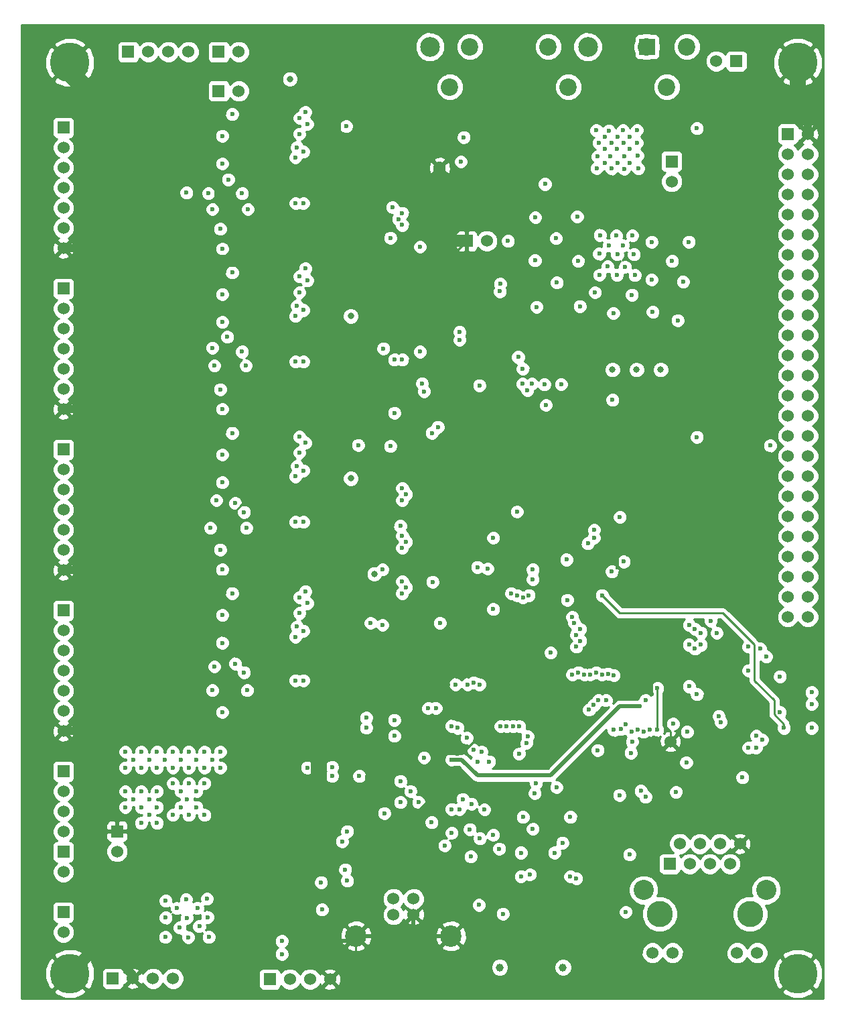
<source format=gbr>
G04 (created by PCBNEW (2013-05-18 BZR 4017)-stable) date Fri 14 Aug 2015 10:59:20 BST*
%MOIN*%
G04 Gerber Fmt 3.4, Leading zero omitted, Abs format*
%FSLAX34Y34*%
G01*
G70*
G90*
G04 APERTURE LIST*
%ADD10C,0.00590551*%
%ADD11C,0.0394*%
%ADD12C,0.1969*%
%ADD13R,0.06X0.06*%
%ADD14C,0.06*%
%ADD15C,0.1299*%
%ADD16C,0.1*%
%ADD17C,0.0315*%
%ADD18R,0.0787X0.0787*%
%ADD19C,0.0984*%
%ADD20C,0.1063*%
%ADD21C,0.0866*%
%ADD22C,0.0236*%
%ADD23C,0.02*%
%ADD24C,0.01*%
%ADD25C,0.08*%
%ADD26C,0.06*%
%ADD27C,0.15748*%
%ADD28C,0.04*%
%ADD29C,0.015*%
G04 APERTURE END LIST*
G54D10*
G54D11*
X24140Y1870D03*
X27282Y1870D03*
G54D12*
X2754Y1575D03*
G54D13*
X2429Y43625D03*
G54D14*
X2429Y42625D03*
X2429Y41625D03*
X2429Y40625D03*
X2429Y39625D03*
X2429Y38625D03*
X2429Y37625D03*
G54D13*
X2429Y35625D03*
G54D14*
X2429Y34625D03*
X2429Y33625D03*
X2429Y32625D03*
X2429Y31625D03*
X2429Y30625D03*
X2429Y29625D03*
G54D13*
X2429Y27625D03*
G54D14*
X2429Y26625D03*
X2429Y25625D03*
X2429Y24625D03*
X2429Y23625D03*
X2429Y22625D03*
X2429Y21625D03*
G54D13*
X2429Y19625D03*
G54D14*
X2429Y18625D03*
X2429Y17625D03*
X2429Y16625D03*
X2429Y15625D03*
X2429Y14625D03*
X2429Y13625D03*
G54D13*
X35911Y46929D03*
G54D14*
X34911Y46929D03*
G54D13*
X38474Y43299D03*
G54D14*
X39474Y43299D03*
X38474Y38299D03*
X39474Y42299D03*
X38474Y37299D03*
X39474Y41299D03*
X38474Y36299D03*
X39474Y40299D03*
X38474Y35299D03*
X39474Y39299D03*
X38474Y34299D03*
X39474Y38299D03*
X38474Y33299D03*
X39474Y37299D03*
X38474Y32299D03*
X39474Y36299D03*
X38474Y31299D03*
X39474Y35299D03*
X38474Y30299D03*
X39474Y34299D03*
X38474Y29299D03*
X39474Y33299D03*
X38474Y28299D03*
X39474Y32299D03*
X39474Y31299D03*
X38474Y27299D03*
X39474Y30299D03*
X39474Y28299D03*
X39474Y27299D03*
X39474Y26299D03*
X39474Y25299D03*
X38474Y26299D03*
X38474Y25299D03*
X38474Y42299D03*
X38474Y41299D03*
X38474Y40299D03*
X38474Y39299D03*
X38474Y24299D03*
X39474Y24299D03*
X39474Y29299D03*
X38474Y23299D03*
X39474Y23299D03*
X38474Y22299D03*
X39474Y22299D03*
X38474Y21299D03*
X39474Y21299D03*
X38474Y20299D03*
X39474Y20299D03*
X38474Y19299D03*
X39474Y19299D03*
G54D15*
X32098Y4528D03*
X36598Y4528D03*
G54D14*
X36098Y8028D03*
X35600Y7028D03*
X35098Y8028D03*
X34600Y7028D03*
X34098Y8028D03*
X33600Y7028D03*
X33098Y8028D03*
G54D16*
X31298Y5729D03*
X37398Y5728D03*
G54D14*
X35956Y2599D03*
X32740Y2599D03*
X36956Y2599D03*
X31740Y2599D03*
G54D13*
X32600Y7028D03*
G54D17*
X16730Y26181D03*
X13700Y46038D03*
X16730Y34252D03*
X17900Y21438D03*
G54D13*
X32696Y41944D03*
G54D14*
X32696Y40944D03*
X32638Y13104D03*
X21148Y41630D03*
G54D13*
X22500Y37988D03*
G54D14*
X23500Y37988D03*
G54D13*
X4888Y1328D03*
G54D14*
X5888Y1328D03*
X6888Y1328D03*
X7888Y1328D03*
G54D12*
X38974Y46850D03*
X38974Y1575D03*
X2754Y46850D03*
G54D13*
X2429Y11625D03*
G54D14*
X2429Y10625D03*
X2429Y9625D03*
X2429Y8625D03*
G54D13*
X2429Y7625D03*
G54D14*
X2429Y6625D03*
G54D13*
X2429Y4625D03*
G54D14*
X2429Y3625D03*
G54D18*
X31476Y47638D03*
G54D19*
X28524Y47638D03*
G54D18*
X17715Y47638D03*
G54D19*
X20667Y47638D03*
G54D13*
X5650Y47388D03*
G54D14*
X6650Y47388D03*
X7650Y47388D03*
X8650Y47388D03*
G54D13*
X10150Y47388D03*
G54D14*
X11150Y47388D03*
G54D13*
X10150Y45438D03*
G54D14*
X11150Y45438D03*
X19850Y5288D03*
X18850Y5288D03*
X18850Y4501D03*
X19850Y4501D03*
G54D20*
X21712Y3438D03*
X16988Y3438D03*
G54D13*
X5100Y8638D03*
G54D14*
X5100Y7638D03*
G54D13*
X12700Y1288D03*
G54D14*
X13700Y1288D03*
X14700Y1288D03*
X15700Y1288D03*
G54D17*
X32150Y31588D03*
X30950Y31588D03*
X29750Y31588D03*
G54D21*
X32450Y45638D03*
X33450Y47638D03*
X31450Y47638D03*
X27550Y45638D03*
X28550Y47638D03*
X26550Y47638D03*
X16700Y45638D03*
X17700Y47638D03*
X15700Y47638D03*
X21650Y45638D03*
X22650Y47638D03*
X20650Y47638D03*
G54D22*
X32720Y36988D03*
X31700Y37938D03*
X27990Y39198D03*
X28040Y36988D03*
X29510Y36718D03*
X26980Y35918D03*
X29940Y38248D03*
X30740Y38258D03*
X28880Y35428D03*
X25890Y37018D03*
X30860Y36288D03*
X33260Y35958D03*
X26940Y38118D03*
X29100Y36298D03*
X29130Y38278D03*
X30380Y36698D03*
X28130Y34738D03*
X29970Y36288D03*
X25970Y34708D03*
X30820Y37318D03*
X33550Y37938D03*
X29090Y37348D03*
X30270Y37758D03*
X29990Y37318D03*
X29790Y34398D03*
X25910Y39158D03*
X31750Y34458D03*
X30720Y35308D03*
X31700Y36068D03*
X29560Y37758D03*
X22700Y7388D03*
X33000Y34038D03*
X25293Y9350D03*
X25648Y6496D03*
X27655Y9350D03*
X27262Y8071D03*
X26868Y7579D03*
X27655Y6398D03*
X30411Y4626D03*
X23375Y9725D03*
X23817Y8465D03*
X24112Y7776D03*
X39663Y13780D03*
X31159Y10650D03*
X33462Y13583D03*
X36218Y11319D03*
X39663Y14961D03*
X37399Y17323D03*
X33955Y15453D03*
X33561Y15846D03*
X22144Y9744D03*
X22045Y13780D03*
X18900Y29438D03*
X23129Y30807D03*
X25270Y30882D03*
X25742Y30890D03*
X25522Y30579D03*
X25289Y31630D03*
X26435Y29827D03*
X18896Y32087D03*
X20176Y32480D03*
X20372Y12303D03*
X22833Y12697D03*
X23620Y12106D03*
X31396Y15157D03*
X29722Y21555D03*
X23029Y21772D03*
X11569Y15650D03*
X27195Y30862D03*
X25057Y32213D03*
X26360Y30854D03*
X13974Y24016D03*
X13974Y18307D03*
X11605Y39567D03*
X21750Y9744D03*
X9840Y15650D03*
X14565Y11811D03*
X13974Y34252D03*
X11529Y23720D03*
X14368Y18602D03*
X14565Y43799D03*
X14368Y31988D03*
X14466Y27953D03*
X15297Y4752D03*
X13974Y42126D03*
X13974Y26280D03*
X14368Y34547D03*
X14368Y24016D03*
X14368Y42421D03*
X14368Y26575D03*
X13974Y16142D03*
X14565Y19980D03*
X13974Y31988D03*
X13974Y39862D03*
X11506Y31791D03*
X22207Y41933D03*
X32911Y10591D03*
X9742Y23720D03*
X14368Y16142D03*
X14565Y36024D03*
X9840Y39567D03*
X9939Y31791D03*
X14368Y39862D03*
X17150Y11388D03*
X15800Y11388D03*
X22350Y43138D03*
X24148Y35480D03*
X26390Y40813D03*
X22139Y33470D03*
X22144Y33071D03*
X24159Y35846D03*
X23541Y21693D03*
X21750Y12205D03*
X31100Y14862D03*
X21750Y13878D03*
X18305Y18898D03*
X30313Y22047D03*
X23029Y12106D03*
X28640Y16437D03*
X29525Y16476D03*
X29821Y16398D03*
X16550Y6188D03*
X25531Y13366D03*
X29014Y12677D03*
X28581Y14685D03*
X30600Y7488D03*
X28817Y14921D03*
X28344Y16437D03*
X30334Y41563D03*
X29709Y41581D03*
X29691Y42859D03*
X30991Y42224D03*
X29367Y41846D03*
X28966Y41599D03*
X30622Y41851D03*
X30591Y42566D03*
X29385Y42553D03*
X29065Y42859D03*
X30622Y43151D03*
X30973Y43498D03*
X29020Y42184D03*
X29655Y42206D03*
X30271Y43489D03*
X30969Y42868D03*
X29380Y43169D03*
X30010Y41860D03*
X31032Y41590D03*
X29574Y43471D03*
X30334Y42197D03*
X28948Y43484D03*
X30303Y42863D03*
X29992Y43178D03*
X29968Y42559D03*
X28525Y22953D03*
X32768Y13982D03*
X18896Y13386D03*
X20962Y14764D03*
X18896Y14173D03*
X20569Y14764D03*
X16550Y8638D03*
X17500Y13788D03*
X17500Y14288D03*
X16300Y8138D03*
X5510Y12598D03*
X6298Y9843D03*
X8659Y12598D03*
X7085Y9843D03*
X9447Y11811D03*
X6691Y9449D03*
X7872Y11811D03*
X8659Y11024D03*
X8659Y11811D03*
X8266Y12205D03*
X5903Y12205D03*
X6691Y10236D03*
X9447Y11024D03*
X6297Y9055D03*
X7872Y9449D03*
X7478Y12205D03*
X8266Y10630D03*
X5510Y10630D03*
X7085Y10630D03*
X9840Y12205D03*
X10234Y12598D03*
X7872Y11024D03*
X8266Y9843D03*
X9447Y12598D03*
X6297Y10630D03*
X7085Y12598D03*
X6297Y12598D03*
X5903Y10236D03*
X7085Y11811D03*
X9053Y10630D03*
X7085Y9055D03*
X9053Y9843D03*
X6297Y11811D03*
X6691Y12205D03*
X8659Y9449D03*
X8561Y10236D03*
X7872Y12598D03*
X10234Y11811D03*
X9447Y9449D03*
X5510Y11811D03*
X5510Y9843D03*
X9053Y12205D03*
X10825Y20472D03*
X19486Y20768D03*
X19289Y20472D03*
X9939Y16831D03*
X19700Y10638D03*
X15800Y11838D03*
X14466Y20571D03*
X19289Y21063D03*
X14171Y20276D03*
X17714Y18996D03*
X10333Y14567D03*
X23108Y4980D03*
X38088Y14567D03*
X37104Y17717D03*
X29230Y20374D03*
X38285Y13780D03*
X38088Y16339D03*
X34939Y18504D03*
X34644Y19094D03*
X39663Y15551D03*
X33856Y17717D03*
X33856Y18701D03*
X33561Y18898D03*
X33561Y17913D03*
X34151Y17913D03*
X34151Y18504D03*
X30100Y10438D03*
X27500Y20138D03*
X9660Y3388D03*
X8640Y3378D03*
X8563Y4331D03*
X7520Y4348D03*
X8220Y3848D03*
X8080Y4818D03*
X8540Y5268D03*
X9570Y5288D03*
X9090Y4818D03*
X9190Y3918D03*
X9600Y4378D03*
X7520Y5188D03*
X7500Y3388D03*
X18400Y9538D03*
X22732Y10004D03*
X23226Y12598D03*
X15254Y6102D03*
X19400Y8888D03*
X17550Y11338D03*
X27592Y29252D03*
X24150Y42088D03*
X27065Y9350D03*
X31691Y15453D03*
X33561Y14469D03*
X32872Y14567D03*
X23305Y14173D03*
X22833Y14764D03*
X21573Y15945D03*
X29090Y18923D03*
X11809Y17323D03*
X11809Y20079D03*
X11809Y25295D03*
X12200Y27851D03*
X11809Y27657D03*
X11809Y28051D03*
X11809Y33268D03*
X11809Y35630D03*
X11809Y36024D03*
X12201Y35825D03*
X20372Y19882D03*
X15352Y17815D03*
X21456Y30807D03*
X15451Y33858D03*
X15451Y41634D03*
X23325Y5315D03*
X28640Y2047D03*
X39565Y17323D03*
X39663Y14370D03*
X36514Y14764D03*
X39663Y12598D03*
X39663Y13189D03*
X39550Y11188D03*
X38167Y7815D03*
X38384Y9449D03*
X37203Y10531D03*
X36415Y9744D03*
X35431Y11909D03*
X33462Y11614D03*
X28777Y5295D03*
X27262Y8760D03*
X26474Y9350D03*
X24782Y6496D03*
X19978Y12303D03*
X25884Y9350D03*
X23325Y10827D03*
X21800Y10666D03*
X23620Y13878D03*
X22045Y12500D03*
X19978Y14567D03*
X19880Y16535D03*
X18207Y16634D03*
X7675Y19783D03*
X18403Y18209D03*
X19880Y18406D03*
X21356Y17323D03*
X30018Y21752D03*
X17419Y20472D03*
X24132Y20079D03*
X18699Y22047D03*
X22833Y23228D03*
X19092Y24409D03*
X11809Y24902D03*
X22844Y32280D03*
X20273Y29823D03*
X21456Y31299D03*
X20273Y31398D03*
X34469Y39243D03*
X27100Y41688D03*
X11809Y41142D03*
X11415Y44488D03*
X3650Y44088D03*
X27650Y41688D03*
X24550Y40688D03*
X25150Y40638D03*
X5900Y21188D03*
X5900Y19788D03*
X5900Y18238D03*
X5900Y15938D03*
X7675Y27756D03*
X5950Y29188D03*
X5950Y27738D03*
X5950Y26288D03*
X5900Y24988D03*
X7675Y35728D03*
X5900Y35738D03*
X5900Y34338D03*
X5950Y32088D03*
X5900Y37538D03*
X6691Y37598D03*
X5850Y42138D03*
X7675Y43602D03*
X5850Y43438D03*
X12596Y40748D03*
X7675Y41437D03*
X15155Y12008D03*
X11809Y44685D03*
X12596Y27657D03*
X12200Y16735D03*
X12596Y16929D03*
X11809Y34252D03*
X12596Y28051D03*
X21455Y30118D03*
X38285Y10236D03*
X15155Y7283D03*
X12596Y41535D03*
X12596Y17323D03*
X12596Y33268D03*
X13384Y20965D03*
X7675Y28051D03*
X7675Y17618D03*
X13777Y20768D03*
X12596Y42126D03*
X12203Y19291D03*
X12596Y20079D03*
X11415Y20768D03*
X13384Y36909D03*
X28718Y30657D03*
X12203Y26673D03*
X8561Y22244D03*
X12202Y40945D03*
X12201Y33071D03*
X11809Y26969D03*
X11022Y28937D03*
X11809Y33661D03*
X12203Y20768D03*
X12596Y25295D03*
X13777Y44488D03*
X12200Y17520D03*
X12202Y41339D03*
X14171Y36909D03*
X11418Y28737D03*
X15451Y25787D03*
X12990Y20768D03*
X23325Y23622D03*
X11809Y20965D03*
X7675Y41142D03*
X7380Y21161D03*
X11809Y41535D03*
X12596Y18996D03*
X7675Y35433D03*
X10037Y24311D03*
X11809Y43898D03*
X12203Y35236D03*
X13777Y36713D03*
X12200Y25492D03*
X15943Y36319D03*
X7675Y43307D03*
X14171Y20965D03*
X12596Y43898D03*
X12201Y33465D03*
X8167Y37598D03*
X12596Y33661D03*
X11809Y25689D03*
X12596Y26969D03*
X7380Y37106D03*
X11022Y44685D03*
X11809Y42126D03*
X7675Y25295D03*
X11022Y36909D03*
X12596Y26378D03*
X12596Y20965D03*
X12990Y44488D03*
X7675Y33563D03*
X15844Y28248D03*
X12202Y43700D03*
X12201Y36711D03*
X11809Y18996D03*
X11415Y36713D03*
X12596Y41142D03*
X12990Y28740D03*
X10037Y40354D03*
X11809Y16929D03*
X11809Y28937D03*
X14171Y28937D03*
X11809Y42815D03*
X12596Y17717D03*
X12203Y41831D03*
X12200Y24708D03*
X7675Y20079D03*
X12596Y24902D03*
X12203Y34547D03*
X12596Y18406D03*
X7380Y29134D03*
X15549Y20866D03*
X34469Y38130D03*
X11809Y26378D03*
X12596Y28937D03*
X12596Y36024D03*
X12990Y36713D03*
X6494Y29626D03*
X12203Y27264D03*
X14171Y44685D03*
X12596Y44685D03*
X11809Y36909D03*
X12596Y32874D03*
X17616Y15650D03*
X12596Y35630D03*
X13384Y28937D03*
X7675Y33268D03*
X12202Y40552D03*
X12596Y34252D03*
X9939Y16339D03*
X12596Y34941D03*
X13384Y44685D03*
X12203Y18701D03*
X12203Y42520D03*
X12203Y43110D03*
X11809Y43504D03*
X12203Y33957D03*
X12596Y36909D03*
X12596Y42815D03*
X9939Y32185D03*
X12203Y26083D03*
X7380Y22146D03*
X11809Y19685D03*
X11022Y20965D03*
X15844Y44094D03*
X15155Y12402D03*
X12200Y28737D03*
X11809Y32874D03*
X8266Y29626D03*
X12200Y17126D03*
X11809Y34941D03*
X12201Y32679D03*
X13777Y28740D03*
X12200Y25098D03*
X11809Y18406D03*
X12596Y25689D03*
X12202Y44487D03*
X7675Y25591D03*
X12203Y18110D03*
X12203Y19882D03*
X12596Y43504D03*
X7675Y17913D03*
X12596Y19685D03*
X11809Y40748D03*
X11809Y17717D03*
X25195Y6398D03*
X25195Y7579D03*
X31986Y13681D03*
X31986Y15748D03*
X27951Y6299D03*
X14171Y43307D03*
X14053Y42638D03*
X14053Y18819D03*
X14171Y19488D03*
X14171Y35433D03*
X14053Y34764D03*
X14171Y27461D03*
X14053Y26791D03*
X36907Y12795D03*
X35136Y14075D03*
X36514Y16634D03*
X36514Y17815D03*
X35037Y14370D03*
X37203Y13189D03*
X36514Y12795D03*
X36907Y13386D03*
X22833Y16043D03*
X21750Y8563D03*
X21400Y7938D03*
X21947Y15945D03*
X20750Y9088D03*
X22537Y15945D03*
X25470Y13030D03*
X33423Y12067D03*
X24998Y20374D03*
X24703Y20472D03*
X28836Y23622D03*
X27459Y22146D03*
X27754Y16437D03*
X33950Y28238D03*
X37600Y27814D03*
X28049Y16535D03*
X29053Y15157D03*
X29427Y15157D03*
X29821Y13681D03*
X30175Y13720D03*
X30411Y13957D03*
X30707Y13583D03*
X31002Y13681D03*
X31297Y13583D03*
X31592Y13681D03*
X24171Y13858D03*
X27754Y19291D03*
X24486Y13858D03*
X24801Y13858D03*
X25116Y13858D03*
X25096Y12500D03*
X18350Y32638D03*
X18700Y38138D03*
X16500Y43688D03*
X20800Y21038D03*
X13300Y3188D03*
X16450Y6738D03*
X23150Y8288D03*
X13300Y2538D03*
X22650Y8738D03*
X23128Y15945D03*
X25785Y21654D03*
X25588Y20374D03*
X27951Y17815D03*
X28148Y18110D03*
X28148Y18701D03*
X27852Y18996D03*
X27951Y18406D03*
X20766Y28445D03*
X23817Y19685D03*
X23817Y23228D03*
X20273Y30906D03*
X29230Y16437D03*
X21061Y28740D03*
X20372Y30512D03*
X28935Y16535D03*
X25785Y21161D03*
X25293Y20276D03*
X22300Y10238D03*
X20100Y10088D03*
X22500Y13288D03*
X25950Y11038D03*
X24300Y4538D03*
X21159Y18996D03*
X24998Y24528D03*
X19200Y10088D03*
X19200Y11138D03*
X25884Y10531D03*
X25785Y8760D03*
X31396Y10354D03*
X26966Y10827D03*
X30118Y24264D03*
X28836Y23228D03*
X30667Y12539D03*
X24550Y37988D03*
X29750Y30088D03*
X33950Y43588D03*
X10334Y41829D03*
X10333Y18012D03*
X10333Y19390D03*
X10579Y33218D03*
X10333Y25984D03*
X11317Y32480D03*
X10333Y35335D03*
X10333Y27362D03*
X10333Y37598D03*
X10972Y16978D03*
X11415Y24508D03*
X10333Y43209D03*
X10333Y33957D03*
X11317Y40354D03*
X11415Y16535D03*
X10333Y29626D03*
X10972Y24951D03*
X10333Y21654D03*
X10628Y41043D03*
X10825Y28445D03*
X19486Y23031D03*
X10037Y25098D03*
X19289Y22736D03*
X17100Y27838D03*
X18700Y27788D03*
X19289Y23327D03*
X14171Y28248D03*
X10234Y22638D03*
X18305Y21654D03*
X19486Y25394D03*
X10825Y36417D03*
X19289Y25098D03*
X9840Y32677D03*
X19289Y32087D03*
X14466Y36614D03*
X19289Y25689D03*
X14171Y36220D03*
X10234Y30610D03*
X19191Y23819D03*
X10825Y44291D03*
X19092Y39075D03*
X9644Y40354D03*
X19289Y38780D03*
X8550Y40388D03*
X14466Y44390D03*
X18797Y39665D03*
X14171Y44094D03*
X19289Y39370D03*
X10234Y38583D03*
X20175Y37697D03*
X30726Y13091D03*
X26671Y17520D03*
G54D23*
X30116Y14862D02*
X31100Y14862D01*
X22242Y12205D02*
X23030Y11417D01*
X26671Y11417D02*
X30116Y14862D01*
X21750Y12205D02*
X22242Y12205D01*
X23030Y11417D02*
X26671Y11417D01*
G54D24*
X36809Y16142D02*
X36809Y17913D01*
X37793Y15158D02*
X36809Y16142D01*
X31100Y19488D02*
X35234Y19488D01*
X31100Y19488D02*
X30116Y19488D01*
X31100Y19488D02*
X31100Y19489D01*
X36809Y17913D02*
X35234Y19488D01*
X37793Y14469D02*
X37793Y15158D01*
X38285Y13977D02*
X37793Y14469D01*
X38285Y13780D02*
X38285Y13977D01*
X30116Y19488D02*
X29230Y20374D01*
X16988Y3438D02*
X16988Y2576D01*
X16988Y2576D02*
X15700Y1288D01*
X5100Y8638D02*
X3640Y8638D01*
X3640Y8638D02*
X3550Y8638D01*
X3550Y8638D02*
X3640Y8638D01*
G54D25*
X3640Y13625D02*
X14837Y13625D01*
X14837Y13625D02*
X15549Y14337D01*
X15549Y14938D02*
X15549Y14337D01*
X15549Y15588D02*
X15549Y14938D01*
X15549Y14337D02*
X15549Y12796D01*
X15549Y12796D02*
X15155Y12402D01*
G54D26*
X17616Y15650D02*
X15549Y15650D01*
X15650Y15588D02*
X15549Y15588D01*
X15611Y15588D02*
X15650Y15588D01*
X15549Y15650D02*
X15611Y15588D01*
G54D23*
X19850Y4501D02*
X19850Y3438D01*
X19850Y3438D02*
X19850Y3338D01*
X19850Y3338D02*
X19850Y3438D01*
X16988Y3438D02*
X19850Y3438D01*
X19850Y3438D02*
X21712Y3438D01*
X15900Y3188D02*
X16738Y3188D01*
X16738Y3188D02*
X16988Y3438D01*
G54D24*
X15900Y5488D02*
X15900Y3188D01*
G54D23*
X21178Y10666D02*
X21800Y10666D01*
X19400Y8888D02*
X21178Y10666D01*
G54D24*
X20150Y11538D02*
X17750Y11538D01*
X17750Y11538D02*
X17550Y11338D01*
G54D25*
X15175Y7801D02*
X15175Y7303D01*
X15175Y7303D02*
X15155Y7283D01*
X15155Y12008D02*
X15155Y7821D01*
X15155Y7821D02*
X15175Y7801D01*
X15155Y12402D02*
X15155Y12008D01*
X15549Y20866D02*
X15549Y15588D01*
X15844Y28248D02*
X15844Y21161D01*
X15844Y21161D02*
X15549Y20866D01*
G54D24*
X15943Y36319D02*
X18269Y36319D01*
X18269Y36319D02*
X18599Y35989D01*
G54D25*
X15943Y36319D02*
X15943Y28347D01*
X15943Y28347D02*
X15844Y28248D01*
X15844Y44094D02*
X15844Y36418D01*
X15844Y36418D02*
X15943Y36319D01*
G54D24*
X24150Y42088D02*
X24500Y42088D01*
X24500Y42088D02*
X24650Y41938D01*
X24000Y41338D02*
X24000Y41938D01*
X24000Y41338D02*
X21148Y41338D01*
X21148Y41338D02*
X21148Y41630D01*
X24000Y41938D02*
X24150Y42088D01*
X26474Y9350D02*
X27065Y9350D01*
X32872Y14567D02*
X32872Y16116D01*
X31691Y16129D02*
X31691Y15453D01*
X31750Y16188D02*
X31691Y16129D01*
X32800Y16188D02*
X31750Y16188D01*
X32872Y16116D02*
X32800Y16188D01*
X33561Y14469D02*
X34481Y14469D01*
X34776Y14764D02*
X36514Y14764D01*
X34481Y14469D02*
X34776Y14764D01*
X32872Y14567D02*
X33463Y14567D01*
X33463Y14567D02*
X33561Y14469D01*
X32638Y13104D02*
X32638Y13600D01*
X32529Y14567D02*
X32872Y14567D01*
X32300Y14338D02*
X32529Y14567D01*
X32300Y13938D02*
X32300Y14338D01*
X32638Y13600D02*
X32300Y13938D01*
X30018Y21752D02*
X30018Y21770D01*
X28500Y19513D02*
X29090Y18923D01*
X28500Y21038D02*
X28500Y19513D01*
X29550Y22088D02*
X28500Y21038D01*
X29700Y22088D02*
X29550Y22088D01*
X30018Y21770D02*
X29700Y22088D01*
X20372Y19882D02*
X20372Y18898D01*
X20372Y18898D02*
X19880Y18406D01*
X15549Y20866D02*
X15549Y20589D01*
X15549Y20589D02*
X16300Y19838D01*
X16300Y19838D02*
X16300Y17138D01*
X16300Y17138D02*
X16150Y16988D01*
X16150Y16988D02*
X15400Y16988D01*
X15400Y16988D02*
X15352Y17036D01*
X15352Y17036D02*
X15352Y17815D01*
X21456Y31299D02*
X21456Y30807D01*
X15451Y33858D02*
X15451Y35827D01*
X15451Y35827D02*
X15943Y36319D01*
X15451Y41634D02*
X15451Y43701D01*
X15451Y43701D02*
X15844Y44094D01*
X21151Y6687D02*
X20551Y6687D01*
X20551Y6687D02*
X19550Y7688D01*
X19550Y7688D02*
X15288Y7688D01*
X15288Y7688D02*
X15175Y7801D01*
X21200Y6638D02*
X21250Y6638D01*
X21250Y6638D02*
X22651Y6638D01*
X21151Y6687D02*
X21200Y6638D01*
X22651Y6638D02*
X22651Y5989D01*
X22651Y5989D02*
X23325Y5315D01*
X23325Y5315D02*
X28757Y5315D01*
X28757Y5315D02*
X28777Y5295D01*
X28777Y5295D02*
X28777Y2184D01*
X28777Y2184D02*
X28640Y2047D01*
X38167Y7815D02*
X39223Y7815D01*
X39900Y2501D02*
X38974Y1575D01*
X39900Y7138D02*
X39900Y2501D01*
X39223Y7815D02*
X39900Y7138D01*
X39565Y17323D02*
X39815Y17323D01*
X40118Y17020D02*
X40118Y14370D01*
X39815Y17323D02*
X40118Y17020D01*
X39663Y14370D02*
X40118Y14370D01*
X40100Y13626D02*
X39663Y13189D01*
X40100Y14352D02*
X40100Y13626D01*
X40118Y14370D02*
X40100Y14352D01*
X36514Y14764D02*
X36514Y14102D01*
X36514Y14102D02*
X35431Y13019D01*
X35431Y13019D02*
X35431Y11909D01*
X39663Y12598D02*
X39663Y11301D01*
X39663Y11301D02*
X39550Y11188D01*
X39663Y13189D02*
X39663Y12598D01*
X39350Y11188D02*
X39237Y11188D01*
X39237Y11188D02*
X38285Y10236D01*
X39550Y11188D02*
X39350Y11188D01*
X38384Y9449D02*
X38384Y8032D01*
X38384Y8032D02*
X38167Y7815D01*
X37203Y10531D02*
X37990Y10531D01*
X37990Y10531D02*
X38285Y10236D01*
X38285Y10236D02*
X38285Y9548D01*
X38285Y9548D02*
X38384Y9449D01*
X37203Y10531D02*
X37202Y10531D01*
X37202Y10531D02*
X36415Y9744D01*
X36415Y9744D02*
X36415Y9823D01*
X36415Y9823D02*
X35300Y10938D01*
X28150Y8760D02*
X30122Y8760D01*
X32838Y9638D02*
X34138Y10938D01*
X31000Y9638D02*
X32838Y9638D01*
X30122Y8760D02*
X31000Y9638D01*
X35431Y11909D02*
X35431Y11069D01*
X35431Y11069D02*
X35300Y10938D01*
X35300Y10938D02*
X34138Y10938D01*
X34138Y10938D02*
X33462Y11614D01*
X28777Y5295D02*
X28777Y8161D01*
X28178Y8760D02*
X28150Y8760D01*
X28150Y8760D02*
X27262Y8760D01*
X28777Y8161D02*
X28178Y8760D01*
X27262Y8760D02*
X26228Y8760D01*
X26200Y8788D02*
X26200Y9350D01*
X26228Y8760D02*
X26200Y8788D01*
X25884Y9350D02*
X26200Y9350D01*
X26200Y9350D02*
X26474Y9350D01*
X15900Y5488D02*
X15900Y6538D01*
X15900Y6538D02*
X15155Y7283D01*
X24782Y6496D02*
X24782Y8248D01*
X24782Y8248D02*
X25884Y9350D01*
X19978Y12303D02*
X19978Y11610D01*
X20050Y11538D02*
X20150Y11538D01*
X20150Y11538D02*
X21100Y11538D01*
X19978Y11610D02*
X20050Y11538D01*
X25884Y9350D02*
X25884Y9454D01*
X25884Y9454D02*
X24511Y10827D01*
X24511Y10827D02*
X23325Y10827D01*
X23325Y10827D02*
X21961Y10827D01*
X21961Y10827D02*
X21800Y10666D01*
X21800Y10666D02*
X21222Y10666D01*
X21222Y10666D02*
X21100Y10788D01*
X21100Y10788D02*
X21100Y11538D01*
X21100Y11538D02*
X21100Y12488D01*
X21100Y12488D02*
X21112Y12500D01*
X21112Y12500D02*
X22045Y12500D01*
X23620Y13878D02*
X23620Y13958D01*
X23620Y13958D02*
X23900Y14238D01*
X23900Y14238D02*
X23900Y17238D01*
X23900Y17238D02*
X23815Y17323D01*
X23815Y17323D02*
X21356Y17323D01*
X22045Y12500D02*
X22242Y12500D01*
X22242Y12500D02*
X23620Y13878D01*
X19978Y14567D02*
X19978Y16437D01*
X19978Y16437D02*
X19880Y16535D01*
X19880Y16535D02*
X20568Y16535D01*
X20568Y16535D02*
X21356Y17323D01*
X18207Y16634D02*
X19781Y16634D01*
X19781Y16634D02*
X19880Y16535D01*
X7675Y17913D02*
X7675Y19783D01*
X7675Y17913D02*
X7350Y18238D01*
X7350Y18238D02*
X5900Y18238D01*
X19880Y18406D02*
X18600Y18406D01*
X18600Y18406D02*
X18403Y18209D01*
X21356Y17323D02*
X20963Y17323D01*
X20963Y17323D02*
X19880Y18406D01*
X30018Y21752D02*
X30018Y23170D01*
X30018Y23170D02*
X28751Y24436D01*
X15549Y20866D02*
X17025Y20866D01*
X17025Y20866D02*
X17419Y20472D01*
X17419Y20472D02*
X17419Y20619D01*
X17419Y20619D02*
X17150Y20888D01*
X17150Y20888D02*
X17150Y21888D01*
X17150Y21888D02*
X17309Y22047D01*
X17309Y22047D02*
X18699Y22047D01*
X24132Y20079D02*
X23359Y20079D01*
X23359Y20079D02*
X21075Y22363D01*
X23325Y23622D02*
X23227Y23622D01*
X23227Y23622D02*
X22833Y23228D01*
X18699Y22047D02*
X20759Y22047D01*
X20759Y22047D02*
X21075Y22363D01*
X21075Y22363D02*
X21940Y23228D01*
X21940Y23228D02*
X22833Y23228D01*
X19092Y24409D02*
X23529Y24409D01*
X23529Y24409D02*
X23946Y23991D01*
X10037Y24311D02*
X10723Y24311D01*
X11314Y24902D02*
X11809Y24902D01*
X10723Y24311D02*
X11314Y24902D01*
X22844Y32280D02*
X20750Y32280D01*
X20750Y32280D02*
X20750Y32338D01*
X20900Y31299D02*
X20900Y29823D01*
X20900Y29823D02*
X20900Y29788D01*
X20900Y29788D02*
X20900Y29823D01*
X20273Y29823D02*
X20900Y29823D01*
X20900Y29823D02*
X21160Y29823D01*
X21160Y29823D02*
X21455Y30118D01*
X21456Y31299D02*
X20900Y31299D01*
X20900Y31299D02*
X20372Y31299D01*
X20372Y31299D02*
X20273Y31398D01*
X18599Y36210D02*
X18599Y35989D01*
X18599Y36487D02*
X19050Y36938D01*
X19050Y36938D02*
X21450Y36938D01*
X21450Y36938D02*
X22500Y37988D01*
X18599Y36210D02*
X18599Y36487D01*
X18599Y35989D02*
X18599Y34939D01*
X18599Y34939D02*
X20750Y32788D01*
X20750Y32788D02*
X20750Y32338D01*
X20750Y31875D02*
X20273Y31398D01*
X20750Y32338D02*
X20750Y31875D01*
X34469Y39243D02*
X36305Y39243D01*
G54D25*
X37100Y43648D02*
X37100Y41548D01*
X37100Y43648D02*
X38315Y44863D01*
G54D24*
X37100Y40038D02*
X37100Y41548D01*
X36305Y39243D02*
X37100Y40038D01*
X27100Y41688D02*
X27100Y41238D01*
X34114Y38888D02*
X34469Y39243D01*
X29450Y38888D02*
X34114Y38888D01*
X27100Y41238D02*
X29450Y38888D01*
X25550Y40588D02*
X25550Y41188D01*
X25150Y40638D02*
X25550Y40638D01*
X25550Y40638D02*
X25550Y40588D01*
X26050Y41688D02*
X27100Y41688D01*
X25550Y41188D02*
X26050Y41688D01*
X24650Y41938D02*
X24650Y40788D01*
X24650Y40788D02*
X24550Y40688D01*
X24625Y41913D02*
X24650Y41938D01*
X16700Y45638D02*
X16700Y44950D01*
X16700Y44950D02*
X15844Y44094D01*
X11809Y41142D02*
X11454Y41142D01*
X10666Y40354D02*
X10037Y40354D01*
X11454Y41142D02*
X10666Y40354D01*
G54D27*
X15700Y47638D02*
X15700Y46638D01*
X15700Y46638D02*
X16700Y45638D01*
X17700Y47638D02*
X17700Y46638D01*
X17700Y46638D02*
X16700Y45638D01*
X15700Y47638D02*
X17700Y47638D01*
G54D24*
X3650Y44088D02*
X3640Y44088D01*
X3640Y44088D02*
X3650Y44088D01*
X3650Y44088D02*
X3640Y44088D01*
X24600Y40738D02*
X25150Y40638D01*
X24550Y40688D02*
X24600Y40738D01*
G54D26*
X22500Y37988D02*
X21850Y37988D01*
X21148Y38690D02*
X21148Y41630D01*
X21850Y37988D02*
X21148Y38690D01*
G54D28*
X2429Y13625D02*
X3640Y13625D01*
X3650Y13638D02*
X3640Y13638D01*
X3650Y13635D02*
X3650Y13638D01*
X3640Y13625D02*
X3650Y13635D01*
G54D24*
X5900Y21188D02*
X7353Y21188D01*
X7353Y21188D02*
X7380Y21161D01*
X5900Y21188D02*
X5900Y21538D01*
X5900Y21538D02*
X5850Y21538D01*
X5850Y21538D02*
X5900Y21538D01*
X5900Y18238D02*
X5900Y18438D01*
X5900Y24988D02*
X5900Y21538D01*
X5900Y21538D02*
X5900Y19788D01*
X5900Y19788D02*
X5900Y18438D01*
X5900Y18438D02*
X5900Y15938D01*
G54D28*
X2429Y21625D02*
X3213Y21625D01*
X3213Y21625D02*
X3640Y21198D01*
G54D24*
X7675Y25295D02*
X6957Y25295D01*
X6650Y24988D02*
X5900Y24988D01*
X6957Y25295D02*
X6650Y24988D01*
X5950Y27738D02*
X7657Y27738D01*
X7657Y27738D02*
X7675Y27756D01*
X5950Y29188D02*
X5950Y29438D01*
X5950Y29438D02*
X5900Y29438D01*
X5900Y29438D02*
X5950Y29438D01*
X5950Y26288D02*
X5950Y26488D01*
X5950Y32088D02*
X5950Y29438D01*
X5950Y29438D02*
X5950Y27738D01*
X5950Y27738D02*
X5950Y26488D01*
X5950Y26488D02*
X5950Y25038D01*
X5950Y25038D02*
X5900Y24988D01*
X7675Y33268D02*
X5900Y33268D01*
X5900Y33268D02*
X5900Y33138D01*
X5900Y35738D02*
X7665Y35738D01*
X7665Y35738D02*
X7675Y35728D01*
G54D28*
X2429Y29625D02*
X3639Y29625D01*
X3639Y29625D02*
X3640Y29626D01*
G54D24*
X5850Y38388D02*
X3640Y38388D01*
X3700Y38338D02*
X3640Y38338D01*
X3690Y38338D02*
X3700Y38338D01*
X3640Y38388D02*
X3690Y38338D01*
X5850Y39938D02*
X5850Y38388D01*
X5850Y38388D02*
X5850Y37588D01*
X5850Y37588D02*
X5900Y37538D01*
X5900Y35738D02*
X5900Y35888D01*
X5900Y34338D02*
X5900Y34688D01*
X5900Y37538D02*
X5900Y35888D01*
X5900Y35888D02*
X5900Y34688D01*
X5900Y34688D02*
X5900Y33138D01*
X5900Y33138D02*
X5900Y32138D01*
X5900Y32138D02*
X5950Y32088D01*
X5900Y37538D02*
X5960Y37598D01*
X5960Y37598D02*
X6691Y37598D01*
X7675Y41142D02*
X6004Y41142D01*
X6004Y41142D02*
X5850Y40988D01*
G54D28*
X2429Y37625D02*
X3640Y37625D01*
X3640Y37625D02*
X3640Y37626D01*
G54D24*
X5850Y39938D02*
X5850Y40988D01*
X5850Y40988D02*
X5850Y42138D01*
X5850Y42138D02*
X5850Y43438D01*
X6014Y43602D02*
X7675Y43602D01*
X5850Y43438D02*
X6014Y43602D01*
G54D25*
X2754Y46850D02*
X2754Y46277D01*
X2754Y46277D02*
X3502Y45529D01*
G54D26*
X3640Y45391D02*
X3651Y45402D01*
X3640Y34598D02*
X3640Y36417D01*
G54D29*
X3502Y45253D02*
X3640Y45391D01*
G54D25*
X3502Y45529D02*
X3502Y45253D01*
G54D26*
X3640Y37272D02*
X3640Y37626D01*
X3640Y26685D02*
X3640Y28543D01*
G54D23*
X9939Y32185D02*
X9545Y32185D01*
X8462Y33268D02*
X7675Y33268D01*
X28718Y30657D02*
X29033Y30020D01*
G54D26*
X3640Y29626D02*
X3640Y29992D01*
X3640Y42213D02*
X3640Y44088D01*
X3640Y44088D02*
X3640Y45079D01*
X3640Y38838D02*
X3640Y42213D01*
X3640Y45079D02*
X3640Y45391D01*
X3640Y38338D02*
X3640Y38838D01*
X8561Y29626D02*
X9152Y29035D01*
G54D23*
X10037Y40650D02*
X9545Y41142D01*
X10037Y40354D02*
X10037Y40650D01*
X9545Y41142D02*
X7675Y41142D01*
G54D26*
X3620Y30141D02*
X3640Y29626D01*
X29055Y24431D02*
X28751Y24436D01*
X28718Y30657D02*
X29055Y24431D01*
X28751Y24436D02*
X28650Y24438D01*
X28650Y24438D02*
X25450Y23938D01*
X25352Y23840D02*
X23946Y23991D01*
X25450Y23938D02*
X25352Y23840D01*
X11711Y29035D02*
X11809Y28937D01*
X3640Y32625D02*
X3640Y32579D01*
X3640Y20625D02*
X3640Y21198D01*
X3640Y21198D02*
X3640Y21654D01*
G54D28*
X11613Y21161D02*
X11809Y20965D01*
X7380Y21161D02*
X11613Y21161D01*
G54D26*
X3640Y38016D02*
X3640Y38338D01*
X3640Y37626D02*
X3640Y38016D01*
X11710Y37008D02*
X11809Y36909D01*
X3640Y36417D02*
X3640Y37272D01*
G54D23*
X9742Y16339D02*
X8463Y17618D01*
G54D26*
X9152Y29035D02*
X11711Y29035D01*
G54D23*
X29055Y29724D02*
X27163Y29724D01*
X26770Y29331D02*
X22242Y29331D01*
X27163Y29724D02*
X26770Y29331D01*
X22242Y29331D02*
X21455Y30118D01*
G54D28*
X3640Y37625D02*
X3640Y37626D01*
G54D26*
X3640Y24606D02*
X3640Y26685D01*
X3640Y34598D02*
X3640Y32579D01*
X8856Y37008D02*
X11710Y37008D01*
X3640Y31449D02*
X3640Y32579D01*
G54D23*
X10037Y24311D02*
X9643Y24311D01*
X8659Y25295D02*
X7675Y25295D01*
G54D24*
X14171Y28937D02*
X15155Y28937D01*
X15155Y28937D02*
X15844Y28248D01*
G54D26*
X3640Y15717D02*
X3640Y18693D01*
G54D23*
X9643Y24311D02*
X8659Y25295D01*
G54D25*
X38974Y46850D02*
X38974Y45522D01*
X38974Y45522D02*
X38315Y44863D01*
G54D23*
X9545Y32185D02*
X8462Y33268D01*
G54D26*
X3640Y18693D02*
X3640Y20625D01*
X3640Y28543D02*
X3640Y29626D01*
X8266Y29626D02*
X8561Y29626D01*
X3640Y14428D02*
X3640Y13638D01*
X3640Y13638D02*
X3640Y8638D01*
X3640Y8638D02*
X3640Y5658D01*
G54D28*
X39474Y43299D02*
X39474Y43884D01*
X38495Y44863D02*
X38315Y44863D01*
X39474Y43884D02*
X38495Y44863D01*
G54D26*
X3640Y29992D02*
X3640Y31449D01*
X3640Y28625D02*
X3640Y28543D01*
X3640Y21654D02*
X3640Y22098D01*
G54D28*
X5888Y1328D02*
X5888Y1541D01*
X3676Y2675D02*
X3640Y2639D01*
X4754Y2675D02*
X3676Y2675D01*
X5888Y1541D02*
X4754Y2675D01*
G54D26*
X3640Y3193D02*
X3640Y2639D01*
X3640Y2639D02*
X3640Y2461D01*
X8167Y37598D02*
X8266Y37598D01*
X3640Y21625D02*
X3640Y21654D01*
X3640Y14428D02*
X3640Y15717D01*
X3620Y30141D02*
X3640Y29626D01*
G54D23*
X8463Y17618D02*
X7675Y17618D01*
G54D26*
X3640Y5658D02*
X3640Y5128D01*
X3640Y2461D02*
X2754Y1575D01*
X3640Y22555D02*
X3640Y23354D01*
X3640Y22098D02*
X3640Y22555D01*
X3640Y5128D02*
X3640Y3193D01*
X23946Y23991D02*
X23719Y24016D01*
X3640Y28625D02*
X3640Y28543D01*
X3640Y23354D02*
X3640Y24606D01*
X23719Y24016D02*
X23325Y23622D01*
X8266Y37598D02*
X8856Y37008D01*
G54D23*
X9939Y16339D02*
X9742Y16339D01*
G54D24*
X31986Y13681D02*
X31986Y15748D01*
G54D10*
G36*
X17771Y47629D02*
X17723Y47581D01*
X17676Y47581D01*
X17658Y47599D01*
X17658Y47676D01*
X17676Y47694D01*
X17723Y47694D01*
X17771Y47646D01*
X17771Y47640D01*
X17768Y47638D01*
X17771Y47635D01*
X17771Y47629D01*
X17771Y47629D01*
G37*
G54D24*
X17771Y47629D02*
X17723Y47581D01*
X17676Y47581D01*
X17658Y47599D01*
X17658Y47676D01*
X17676Y47694D01*
X17723Y47694D01*
X17771Y47646D01*
X17771Y47640D01*
X17768Y47638D01*
X17771Y47635D01*
X17771Y47629D01*
G54D10*
G36*
X40225Y48430D02*
X40224Y48425D01*
X40224Y325D01*
X40205Y325D01*
X40205Y1819D01*
X40205Y47094D01*
X40018Y47546D01*
X40017Y47548D01*
X39851Y47659D01*
X39783Y47590D01*
X39783Y47727D01*
X39672Y47893D01*
X39219Y48081D01*
X38729Y48081D01*
X38277Y47894D01*
X38275Y47893D01*
X38164Y47727D01*
X38974Y46918D01*
X39783Y47727D01*
X39783Y47590D01*
X39042Y46850D01*
X39851Y46040D01*
X40017Y46151D01*
X40205Y46604D01*
X40205Y47094D01*
X40205Y1819D01*
X40031Y2241D01*
X40031Y13852D01*
X40031Y15033D01*
X39975Y15169D01*
X39888Y15256D01*
X39974Y15342D01*
X40030Y15477D01*
X40031Y15623D01*
X40025Y15637D01*
X40025Y43216D01*
X40015Y43433D01*
X39951Y43586D01*
X39857Y43613D01*
X39788Y43545D01*
X39788Y43682D01*
X39783Y43701D01*
X39783Y45972D01*
X38974Y46781D01*
X38905Y46713D01*
X38905Y46850D01*
X38096Y47659D01*
X37930Y47548D01*
X37742Y47095D01*
X37742Y46605D01*
X37929Y46153D01*
X37930Y46151D01*
X38096Y46040D01*
X38905Y46850D01*
X38905Y46713D01*
X38164Y45972D01*
X38275Y45806D01*
X38728Y45618D01*
X39218Y45618D01*
X39670Y45805D01*
X39672Y45806D01*
X39783Y45972D01*
X39783Y43701D01*
X39761Y43776D01*
X39556Y43850D01*
X39339Y43840D01*
X39186Y43776D01*
X39159Y43682D01*
X39474Y43367D01*
X39788Y43682D01*
X39788Y43545D01*
X39542Y43299D01*
X39857Y42984D01*
X39951Y43011D01*
X40025Y43216D01*
X40025Y15637D01*
X40024Y15640D01*
X40024Y19407D01*
X39940Y19610D01*
X39785Y19764D01*
X39704Y19798D01*
X39785Y19832D01*
X39939Y19987D01*
X40023Y20189D01*
X40024Y20407D01*
X39940Y20610D01*
X39785Y20764D01*
X39704Y20798D01*
X39785Y20832D01*
X39939Y20987D01*
X40023Y21189D01*
X40024Y21407D01*
X39940Y21610D01*
X39785Y21764D01*
X39704Y21798D01*
X39785Y21832D01*
X39939Y21987D01*
X40023Y22189D01*
X40024Y22407D01*
X39940Y22610D01*
X39785Y22764D01*
X39704Y22798D01*
X39785Y22832D01*
X39939Y22987D01*
X40023Y23189D01*
X40024Y23407D01*
X39940Y23610D01*
X39785Y23764D01*
X39704Y23798D01*
X39785Y23832D01*
X39939Y23987D01*
X40023Y24189D01*
X40024Y24407D01*
X39940Y24610D01*
X39785Y24764D01*
X39704Y24798D01*
X39785Y24832D01*
X39939Y24987D01*
X40023Y25189D01*
X40024Y25407D01*
X39940Y25610D01*
X39785Y25764D01*
X39704Y25798D01*
X39785Y25832D01*
X39939Y25987D01*
X40023Y26189D01*
X40024Y26407D01*
X39940Y26610D01*
X39785Y26764D01*
X39704Y26798D01*
X39785Y26832D01*
X39939Y26987D01*
X40023Y27189D01*
X40024Y27407D01*
X39940Y27610D01*
X39785Y27764D01*
X39704Y27798D01*
X39785Y27832D01*
X39939Y27987D01*
X40023Y28189D01*
X40024Y28407D01*
X39940Y28610D01*
X39785Y28764D01*
X39704Y28798D01*
X39785Y28832D01*
X39939Y28987D01*
X40023Y29189D01*
X40024Y29407D01*
X39940Y29610D01*
X39785Y29764D01*
X39704Y29798D01*
X39785Y29832D01*
X39939Y29987D01*
X40023Y30189D01*
X40024Y30407D01*
X39940Y30610D01*
X39785Y30764D01*
X39704Y30798D01*
X39785Y30832D01*
X39939Y30987D01*
X40023Y31189D01*
X40024Y31407D01*
X39940Y31610D01*
X39785Y31764D01*
X39704Y31798D01*
X39785Y31832D01*
X39939Y31987D01*
X40023Y32189D01*
X40024Y32407D01*
X39940Y32610D01*
X39785Y32764D01*
X39704Y32798D01*
X39785Y32832D01*
X39939Y32987D01*
X40023Y33189D01*
X40024Y33407D01*
X39940Y33610D01*
X39785Y33764D01*
X39704Y33798D01*
X39785Y33832D01*
X39939Y33987D01*
X40023Y34189D01*
X40024Y34407D01*
X39940Y34610D01*
X39785Y34764D01*
X39704Y34798D01*
X39785Y34832D01*
X39939Y34987D01*
X40023Y35189D01*
X40024Y35407D01*
X39940Y35610D01*
X39785Y35764D01*
X39704Y35798D01*
X39785Y35832D01*
X39939Y35987D01*
X40023Y36189D01*
X40024Y36407D01*
X39940Y36610D01*
X39785Y36764D01*
X39704Y36798D01*
X39785Y36832D01*
X39939Y36987D01*
X40023Y37189D01*
X40024Y37407D01*
X39940Y37610D01*
X39785Y37764D01*
X39704Y37798D01*
X39785Y37832D01*
X39939Y37987D01*
X40023Y38189D01*
X40024Y38407D01*
X39940Y38610D01*
X39785Y38764D01*
X39704Y38798D01*
X39785Y38832D01*
X39939Y38987D01*
X40023Y39189D01*
X40024Y39407D01*
X39940Y39610D01*
X39785Y39764D01*
X39704Y39798D01*
X39785Y39832D01*
X39939Y39987D01*
X40023Y40189D01*
X40024Y40407D01*
X39940Y40610D01*
X39785Y40764D01*
X39704Y40798D01*
X39785Y40832D01*
X39939Y40987D01*
X40023Y41189D01*
X40024Y41407D01*
X39940Y41610D01*
X39785Y41764D01*
X39704Y41798D01*
X39785Y41832D01*
X39939Y41987D01*
X40023Y42189D01*
X40024Y42407D01*
X39940Y42610D01*
X39785Y42764D01*
X39705Y42798D01*
X39761Y42821D01*
X39788Y42915D01*
X39474Y43230D01*
X39159Y42915D01*
X39186Y42821D01*
X39245Y42799D01*
X39162Y42765D01*
X39008Y42610D01*
X38974Y42529D01*
X38940Y42610D01*
X38801Y42748D01*
X38823Y42748D01*
X38915Y42786D01*
X38985Y42857D01*
X39023Y42949D01*
X39024Y43003D01*
X39090Y42984D01*
X39405Y43299D01*
X39090Y43613D01*
X39024Y43594D01*
X39024Y43648D01*
X38986Y43740D01*
X38915Y43810D01*
X38823Y43848D01*
X38724Y43849D01*
X38124Y43849D01*
X38032Y43811D01*
X37962Y43740D01*
X37924Y43648D01*
X37923Y43549D01*
X37923Y42949D01*
X37961Y42857D01*
X38032Y42787D01*
X38124Y42749D01*
X38146Y42749D01*
X38008Y42610D01*
X37924Y42408D01*
X37923Y42190D01*
X38007Y41987D01*
X38162Y41833D01*
X38243Y41799D01*
X38162Y41765D01*
X38008Y41610D01*
X37924Y41408D01*
X37923Y41190D01*
X38007Y40987D01*
X38162Y40833D01*
X38243Y40799D01*
X38162Y40765D01*
X38008Y40610D01*
X37924Y40408D01*
X37923Y40190D01*
X38007Y39987D01*
X38162Y39833D01*
X38243Y39799D01*
X38162Y39765D01*
X38008Y39610D01*
X37924Y39408D01*
X37923Y39190D01*
X38007Y38987D01*
X38162Y38833D01*
X38243Y38799D01*
X38162Y38765D01*
X38008Y38610D01*
X37924Y38408D01*
X37923Y38190D01*
X38007Y37987D01*
X38162Y37833D01*
X38243Y37799D01*
X38162Y37765D01*
X38008Y37610D01*
X37924Y37408D01*
X37923Y37190D01*
X38007Y36987D01*
X38162Y36833D01*
X38243Y36799D01*
X38162Y36765D01*
X38008Y36610D01*
X37924Y36408D01*
X37923Y36190D01*
X38007Y35987D01*
X38162Y35833D01*
X38243Y35799D01*
X38162Y35765D01*
X38008Y35610D01*
X37924Y35408D01*
X37923Y35190D01*
X38007Y34987D01*
X38162Y34833D01*
X38243Y34799D01*
X38162Y34765D01*
X38008Y34610D01*
X37924Y34408D01*
X37923Y34190D01*
X38007Y33987D01*
X38162Y33833D01*
X38243Y33799D01*
X38162Y33765D01*
X38008Y33610D01*
X37924Y33408D01*
X37923Y33190D01*
X38007Y32987D01*
X38162Y32833D01*
X38243Y32799D01*
X38162Y32765D01*
X38008Y32610D01*
X37924Y32408D01*
X37923Y32190D01*
X38007Y31987D01*
X38162Y31833D01*
X38243Y31799D01*
X38162Y31765D01*
X38008Y31610D01*
X37924Y31408D01*
X37923Y31190D01*
X38007Y30987D01*
X38162Y30833D01*
X38243Y30799D01*
X38162Y30765D01*
X38008Y30610D01*
X37924Y30408D01*
X37923Y30190D01*
X38007Y29987D01*
X38162Y29833D01*
X38243Y29799D01*
X38162Y29765D01*
X38008Y29610D01*
X37924Y29408D01*
X37923Y29190D01*
X38007Y28987D01*
X38162Y28833D01*
X38243Y28799D01*
X38162Y28765D01*
X38008Y28610D01*
X37924Y28408D01*
X37923Y28190D01*
X38007Y27987D01*
X38162Y27833D01*
X38243Y27799D01*
X38162Y27765D01*
X38008Y27610D01*
X37968Y27514D01*
X37968Y27886D01*
X37912Y28022D01*
X37808Y28125D01*
X37673Y28181D01*
X37527Y28182D01*
X37391Y28126D01*
X37288Y28022D01*
X37232Y27887D01*
X37231Y27741D01*
X37287Y27605D01*
X37391Y27502D01*
X37526Y27446D01*
X37672Y27445D01*
X37808Y27501D01*
X37911Y27605D01*
X37967Y27740D01*
X37968Y27886D01*
X37968Y27514D01*
X37924Y27408D01*
X37923Y27190D01*
X38007Y26987D01*
X38162Y26833D01*
X38243Y26799D01*
X38162Y26765D01*
X38008Y26610D01*
X37924Y26408D01*
X37923Y26190D01*
X38007Y25987D01*
X38162Y25833D01*
X38243Y25799D01*
X38162Y25765D01*
X38008Y25610D01*
X37924Y25408D01*
X37923Y25190D01*
X38007Y24987D01*
X38162Y24833D01*
X38243Y24799D01*
X38162Y24765D01*
X38008Y24610D01*
X37924Y24408D01*
X37923Y24190D01*
X38007Y23987D01*
X38162Y23833D01*
X38243Y23799D01*
X38162Y23765D01*
X38008Y23610D01*
X37924Y23408D01*
X37923Y23190D01*
X38007Y22987D01*
X38162Y22833D01*
X38243Y22799D01*
X38162Y22765D01*
X38008Y22610D01*
X37924Y22408D01*
X37923Y22190D01*
X38007Y21987D01*
X38162Y21833D01*
X38243Y21799D01*
X38162Y21765D01*
X38008Y21610D01*
X37924Y21408D01*
X37923Y21190D01*
X38007Y20987D01*
X38162Y20833D01*
X38243Y20799D01*
X38162Y20765D01*
X38008Y20610D01*
X37924Y20408D01*
X37923Y20190D01*
X38007Y19987D01*
X38162Y19833D01*
X38243Y19799D01*
X38162Y19765D01*
X38008Y19610D01*
X37924Y19408D01*
X37923Y19190D01*
X38007Y18987D01*
X38162Y18833D01*
X38364Y18749D01*
X38582Y18748D01*
X38785Y18832D01*
X38939Y18987D01*
X38973Y19068D01*
X39007Y18987D01*
X39162Y18833D01*
X39364Y18749D01*
X39582Y18748D01*
X39785Y18832D01*
X39939Y18987D01*
X40023Y19189D01*
X40024Y19407D01*
X40024Y15640D01*
X39975Y15759D01*
X39871Y15862D01*
X39736Y15918D01*
X39590Y15919D01*
X39454Y15863D01*
X39351Y15759D01*
X39295Y15624D01*
X39294Y15478D01*
X39350Y15342D01*
X39437Y15255D01*
X39351Y15169D01*
X39295Y15034D01*
X39294Y14888D01*
X39350Y14752D01*
X39454Y14649D01*
X39589Y14593D01*
X39735Y14592D01*
X39871Y14648D01*
X39974Y14752D01*
X40030Y14887D01*
X40031Y15033D01*
X40031Y13852D01*
X39975Y13988D01*
X39871Y14091D01*
X39736Y14147D01*
X39590Y14148D01*
X39454Y14092D01*
X39351Y13988D01*
X39295Y13853D01*
X39294Y13707D01*
X39350Y13571D01*
X39454Y13468D01*
X39589Y13412D01*
X39735Y13411D01*
X39871Y13467D01*
X39974Y13571D01*
X40030Y13706D01*
X40031Y13852D01*
X40031Y2241D01*
X40018Y2271D01*
X40017Y2273D01*
X39851Y2384D01*
X39783Y2315D01*
X39783Y2452D01*
X39672Y2618D01*
X39219Y2806D01*
X38729Y2806D01*
X38653Y2774D01*
X38653Y13852D01*
X38597Y13988D01*
X38579Y14006D01*
X38579Y14006D01*
X38562Y14091D01*
X38497Y14189D01*
X38497Y14189D01*
X38363Y14322D01*
X38399Y14358D01*
X38455Y14493D01*
X38456Y14639D01*
X38456Y16411D01*
X38400Y16547D01*
X38296Y16650D01*
X38161Y16706D01*
X38015Y16707D01*
X37879Y16651D01*
X37776Y16547D01*
X37720Y16412D01*
X37719Y16266D01*
X37775Y16130D01*
X37879Y16027D01*
X38014Y15971D01*
X38160Y15970D01*
X38296Y16026D01*
X38399Y16130D01*
X38455Y16265D01*
X38456Y16411D01*
X38456Y14639D01*
X38400Y14775D01*
X38296Y14878D01*
X38161Y14934D01*
X38093Y14934D01*
X38093Y15158D01*
X38092Y15158D01*
X38070Y15272D01*
X38005Y15370D01*
X38005Y15370D01*
X37109Y16266D01*
X37109Y17092D01*
X37190Y17011D01*
X37325Y16955D01*
X37471Y16954D01*
X37607Y17010D01*
X37710Y17114D01*
X37766Y17249D01*
X37767Y17395D01*
X37711Y17531D01*
X37607Y17634D01*
X37472Y17690D01*
X37471Y17690D01*
X37472Y17789D01*
X37416Y17925D01*
X37312Y18028D01*
X37177Y18084D01*
X37047Y18085D01*
X37047Y18085D01*
X37021Y18125D01*
X37021Y18125D01*
X36461Y18685D01*
X36461Y46678D01*
X36461Y47278D01*
X36423Y47370D01*
X36352Y47440D01*
X36260Y47478D01*
X36161Y47479D01*
X35561Y47479D01*
X35469Y47441D01*
X35399Y47370D01*
X35361Y47278D01*
X35361Y47256D01*
X35222Y47394D01*
X35020Y47478D01*
X34802Y47479D01*
X34599Y47395D01*
X34445Y47240D01*
X34361Y47038D01*
X34360Y46820D01*
X34444Y46617D01*
X34599Y46463D01*
X34801Y46379D01*
X35019Y46378D01*
X35222Y46462D01*
X35360Y46601D01*
X35360Y46579D01*
X35398Y46487D01*
X35469Y46417D01*
X35561Y46379D01*
X35660Y46378D01*
X36260Y46378D01*
X36352Y46416D01*
X36422Y46487D01*
X36460Y46579D01*
X36461Y46678D01*
X36461Y18685D01*
X35446Y19700D01*
X35348Y19765D01*
X35234Y19788D01*
X34318Y19788D01*
X34318Y28310D01*
X34318Y43660D01*
X34262Y43796D01*
X34158Y43899D01*
X34133Y43910D01*
X34133Y47773D01*
X34029Y48024D01*
X33837Y48216D01*
X33586Y48320D01*
X33314Y48321D01*
X33063Y48217D01*
X32871Y48025D01*
X32767Y47774D01*
X32766Y47502D01*
X32870Y47251D01*
X33062Y47059D01*
X33313Y46955D01*
X33585Y46954D01*
X33836Y47058D01*
X34028Y47250D01*
X34132Y47501D01*
X34133Y47773D01*
X34133Y43910D01*
X34023Y43955D01*
X33877Y43956D01*
X33741Y43900D01*
X33638Y43796D01*
X33582Y43661D01*
X33581Y43515D01*
X33637Y43379D01*
X33741Y43276D01*
X33876Y43220D01*
X34022Y43219D01*
X34158Y43275D01*
X34261Y43379D01*
X34317Y43514D01*
X34318Y43660D01*
X34318Y28310D01*
X34262Y28446D01*
X34158Y28549D01*
X34023Y28605D01*
X33918Y28606D01*
X33918Y38010D01*
X33862Y38146D01*
X33758Y38249D01*
X33623Y38305D01*
X33477Y38306D01*
X33341Y38250D01*
X33246Y38154D01*
X33246Y41052D01*
X33162Y41255D01*
X33023Y41393D01*
X33045Y41393D01*
X33137Y41431D01*
X33207Y41502D01*
X33245Y41594D01*
X33246Y41693D01*
X33246Y42293D01*
X33208Y42385D01*
X33137Y42455D01*
X33133Y42457D01*
X33133Y45773D01*
X33029Y46024D01*
X32837Y46216D01*
X32586Y46320D01*
X32314Y46321D01*
X32133Y46246D01*
X32133Y47773D01*
X32119Y47806D01*
X32119Y48081D01*
X32081Y48172D01*
X32011Y48243D01*
X31919Y48281D01*
X31819Y48281D01*
X31681Y48281D01*
X31586Y48320D01*
X31314Y48321D01*
X31218Y48281D01*
X31032Y48281D01*
X30941Y48243D01*
X30870Y48173D01*
X30832Y48081D01*
X30832Y47981D01*
X30832Y47931D01*
X30767Y47774D01*
X30766Y47502D01*
X30832Y47344D01*
X30832Y47194D01*
X30870Y47103D01*
X30940Y47032D01*
X31032Y46994D01*
X31132Y46994D01*
X31218Y46994D01*
X31313Y46955D01*
X31585Y46954D01*
X31681Y46994D01*
X31919Y46994D01*
X32010Y47032D01*
X32081Y47102D01*
X32119Y47194D01*
X32119Y47294D01*
X32119Y47469D01*
X32132Y47501D01*
X32133Y47773D01*
X32133Y46246D01*
X32063Y46217D01*
X31871Y46025D01*
X31767Y45774D01*
X31766Y45502D01*
X31870Y45251D01*
X32062Y45059D01*
X32313Y44955D01*
X32585Y44954D01*
X32836Y45058D01*
X33028Y45250D01*
X33132Y45501D01*
X33133Y45773D01*
X33133Y42457D01*
X33045Y42493D01*
X32946Y42494D01*
X32346Y42494D01*
X32254Y42456D01*
X32184Y42385D01*
X32146Y42293D01*
X32145Y42194D01*
X32145Y41594D01*
X32183Y41502D01*
X32254Y41432D01*
X32346Y41394D01*
X32368Y41394D01*
X32230Y41255D01*
X32146Y41053D01*
X32145Y40835D01*
X32229Y40632D01*
X32384Y40478D01*
X32586Y40394D01*
X32804Y40393D01*
X33007Y40477D01*
X33161Y40632D01*
X33245Y40834D01*
X33246Y41052D01*
X33246Y38154D01*
X33238Y38146D01*
X33182Y38011D01*
X33181Y37865D01*
X33237Y37729D01*
X33341Y37626D01*
X33476Y37570D01*
X33622Y37569D01*
X33758Y37625D01*
X33861Y37729D01*
X33917Y37864D01*
X33918Y38010D01*
X33918Y28606D01*
X33877Y28606D01*
X33741Y28550D01*
X33638Y28446D01*
X33628Y28422D01*
X33628Y36030D01*
X33572Y36166D01*
X33468Y36269D01*
X33333Y36325D01*
X33187Y36326D01*
X33088Y36285D01*
X33088Y37060D01*
X33032Y37196D01*
X32928Y37299D01*
X32793Y37355D01*
X32647Y37356D01*
X32511Y37300D01*
X32408Y37196D01*
X32352Y37061D01*
X32351Y36915D01*
X32407Y36779D01*
X32511Y36676D01*
X32646Y36620D01*
X32792Y36619D01*
X32928Y36675D01*
X33031Y36779D01*
X33087Y36914D01*
X33088Y37060D01*
X33088Y36285D01*
X33051Y36270D01*
X32948Y36166D01*
X32892Y36031D01*
X32891Y35885D01*
X32947Y35749D01*
X33051Y35646D01*
X33186Y35590D01*
X33332Y35589D01*
X33468Y35645D01*
X33571Y35749D01*
X33627Y35884D01*
X33628Y36030D01*
X33628Y28422D01*
X33582Y28311D01*
X33581Y28165D01*
X33637Y28029D01*
X33741Y27926D01*
X33876Y27870D01*
X34022Y27869D01*
X34158Y27925D01*
X34261Y28029D01*
X34317Y28164D01*
X34318Y28310D01*
X34318Y19788D01*
X33368Y19788D01*
X33368Y34110D01*
X33312Y34246D01*
X33208Y34349D01*
X33073Y34405D01*
X32927Y34406D01*
X32791Y34350D01*
X32688Y34246D01*
X32632Y34111D01*
X32631Y33965D01*
X32687Y33829D01*
X32791Y33726D01*
X32926Y33670D01*
X33072Y33669D01*
X33208Y33725D01*
X33311Y33829D01*
X33367Y33964D01*
X33368Y34110D01*
X33368Y19788D01*
X32557Y19788D01*
X32557Y31668D01*
X32495Y31818D01*
X32381Y31933D01*
X32231Y31995D01*
X32118Y31995D01*
X32118Y34530D01*
X32068Y34651D01*
X32068Y36140D01*
X32068Y38010D01*
X32012Y38146D01*
X31908Y38249D01*
X31773Y38305D01*
X31627Y38306D01*
X31491Y38250D01*
X31400Y38158D01*
X31400Y41662D01*
X31344Y41798D01*
X31240Y41901D01*
X31204Y41916D01*
X31302Y42015D01*
X31358Y42150D01*
X31359Y42296D01*
X31303Y42432D01*
X31199Y42535D01*
X31164Y42550D01*
X31177Y42555D01*
X31280Y42659D01*
X31336Y42794D01*
X31337Y42940D01*
X31281Y43076D01*
X31177Y43179D01*
X31172Y43182D01*
X31181Y43185D01*
X31284Y43289D01*
X31340Y43424D01*
X31341Y43570D01*
X31285Y43706D01*
X31181Y43809D01*
X31046Y43865D01*
X30900Y43866D01*
X30764Y43810D01*
X30661Y43706D01*
X30620Y43607D01*
X30583Y43697D01*
X30479Y43800D01*
X30344Y43856D01*
X30198Y43857D01*
X30062Y43801D01*
X29959Y43697D01*
X29918Y43600D01*
X29886Y43679D01*
X29782Y43782D01*
X29647Y43838D01*
X29501Y43839D01*
X29365Y43783D01*
X29266Y43683D01*
X29266Y47784D01*
X29153Y48057D01*
X28944Y48266D01*
X28672Y48379D01*
X28377Y48380D01*
X28104Y48267D01*
X27895Y48058D01*
X27782Y47786D01*
X27781Y47491D01*
X27894Y47218D01*
X28103Y47009D01*
X28375Y46896D01*
X28670Y46895D01*
X28943Y47008D01*
X29152Y47217D01*
X29265Y47489D01*
X29266Y47784D01*
X29266Y43683D01*
X29264Y43681D01*
X29260Y43692D01*
X29156Y43795D01*
X29021Y43851D01*
X28875Y43852D01*
X28739Y43796D01*
X28636Y43692D01*
X28580Y43557D01*
X28579Y43411D01*
X28635Y43275D01*
X28739Y43172D01*
X28823Y43137D01*
X28753Y43067D01*
X28697Y42932D01*
X28696Y42786D01*
X28752Y42650D01*
X28856Y42547D01*
X28895Y42530D01*
X28811Y42496D01*
X28708Y42392D01*
X28652Y42257D01*
X28651Y42111D01*
X28707Y41975D01*
X28768Y41915D01*
X28757Y41911D01*
X28654Y41807D01*
X28598Y41672D01*
X28597Y41526D01*
X28653Y41390D01*
X28757Y41287D01*
X28892Y41231D01*
X29038Y41230D01*
X29174Y41286D01*
X29277Y41390D01*
X29314Y41478D01*
X29353Y41478D01*
X29396Y41372D01*
X29500Y41269D01*
X29635Y41213D01*
X29781Y41212D01*
X29917Y41268D01*
X30016Y41367D01*
X30021Y41354D01*
X30125Y41251D01*
X30260Y41195D01*
X30406Y41194D01*
X30542Y41250D01*
X30645Y41354D01*
X30688Y41457D01*
X30719Y41381D01*
X30823Y41278D01*
X30958Y41222D01*
X31104Y41221D01*
X31240Y41277D01*
X31343Y41381D01*
X31399Y41516D01*
X31400Y41662D01*
X31400Y38158D01*
X31388Y38146D01*
X31332Y38011D01*
X31331Y37865D01*
X31387Y37729D01*
X31491Y37626D01*
X31626Y37570D01*
X31772Y37569D01*
X31908Y37625D01*
X32011Y37729D01*
X32067Y37864D01*
X32068Y38010D01*
X32068Y36140D01*
X32012Y36276D01*
X31908Y36379D01*
X31773Y36435D01*
X31627Y36436D01*
X31491Y36380D01*
X31388Y36276D01*
X31332Y36141D01*
X31331Y35995D01*
X31387Y35859D01*
X31491Y35756D01*
X31626Y35700D01*
X31772Y35699D01*
X31908Y35755D01*
X32011Y35859D01*
X32067Y35994D01*
X32068Y36140D01*
X32068Y34651D01*
X32062Y34666D01*
X31958Y34769D01*
X31823Y34825D01*
X31677Y34826D01*
X31541Y34770D01*
X31438Y34666D01*
X31382Y34531D01*
X31381Y34385D01*
X31437Y34249D01*
X31541Y34146D01*
X31676Y34090D01*
X31822Y34089D01*
X31958Y34145D01*
X32061Y34249D01*
X32117Y34384D01*
X32118Y34530D01*
X32118Y31995D01*
X32069Y31995D01*
X31919Y31933D01*
X31804Y31819D01*
X31742Y31669D01*
X31742Y31507D01*
X31804Y31357D01*
X31918Y31242D01*
X32068Y31180D01*
X32230Y31180D01*
X32380Y31242D01*
X32495Y31356D01*
X32557Y31506D01*
X32557Y31668D01*
X32557Y19788D01*
X31357Y19788D01*
X31357Y31668D01*
X31295Y31818D01*
X31228Y31886D01*
X31228Y36360D01*
X31172Y36496D01*
X31068Y36599D01*
X30933Y36655D01*
X30787Y36656D01*
X30747Y36639D01*
X30748Y36770D01*
X30692Y36906D01*
X30588Y37009D01*
X30453Y37065D01*
X30307Y37066D01*
X30224Y37031D01*
X30301Y37109D01*
X30357Y37244D01*
X30358Y37390D01*
X30356Y37395D01*
X30473Y37444D01*
X30452Y37391D01*
X30451Y37245D01*
X30507Y37109D01*
X30611Y37006D01*
X30746Y36950D01*
X30892Y36949D01*
X31028Y37005D01*
X31131Y37109D01*
X31187Y37244D01*
X31188Y37390D01*
X31132Y37526D01*
X31028Y37629D01*
X30893Y37685D01*
X30747Y37686D01*
X30616Y37631D01*
X30637Y37684D01*
X30638Y37830D01*
X30602Y37916D01*
X30666Y37890D01*
X30812Y37889D01*
X30948Y37945D01*
X31051Y38049D01*
X31107Y38184D01*
X31108Y38330D01*
X31052Y38466D01*
X30948Y38569D01*
X30813Y38625D01*
X30667Y38626D01*
X30531Y38570D01*
X30428Y38466D01*
X30372Y38331D01*
X30371Y38185D01*
X30407Y38099D01*
X30343Y38125D01*
X30287Y38125D01*
X30307Y38174D01*
X30308Y38320D01*
X30252Y38456D01*
X30148Y38559D01*
X30013Y38615D01*
X29867Y38616D01*
X29731Y38560D01*
X29628Y38456D01*
X29572Y38321D01*
X29571Y38175D01*
X29592Y38125D01*
X29487Y38126D01*
X29460Y38115D01*
X29497Y38204D01*
X29498Y38350D01*
X29442Y38486D01*
X29338Y38589D01*
X29203Y38645D01*
X29057Y38646D01*
X28921Y38590D01*
X28818Y38486D01*
X28762Y38351D01*
X28761Y38205D01*
X28817Y38069D01*
X28921Y37966D01*
X29056Y37910D01*
X29202Y37909D01*
X29229Y37920D01*
X29192Y37831D01*
X29191Y37704D01*
X29163Y37715D01*
X29017Y37716D01*
X28881Y37660D01*
X28778Y37556D01*
X28722Y37421D01*
X28721Y37275D01*
X28777Y37139D01*
X28881Y37036D01*
X29016Y36980D01*
X29162Y36979D01*
X29298Y37035D01*
X29401Y37139D01*
X29457Y37274D01*
X29458Y37401D01*
X29486Y37390D01*
X29622Y37389D01*
X29621Y37245D01*
X29677Y37109D01*
X29781Y37006D01*
X29916Y36950D01*
X30062Y36949D01*
X30145Y36984D01*
X30068Y36906D01*
X30012Y36771D01*
X30011Y36655D01*
X29897Y36656D01*
X29877Y36648D01*
X29878Y36790D01*
X29822Y36926D01*
X29718Y37029D01*
X29583Y37085D01*
X29437Y37086D01*
X29301Y37030D01*
X29198Y36926D01*
X29142Y36791D01*
X29141Y36665D01*
X29027Y36666D01*
X28891Y36610D01*
X28788Y36506D01*
X28732Y36371D01*
X28731Y36225D01*
X28787Y36089D01*
X28891Y35986D01*
X29026Y35930D01*
X29172Y35929D01*
X29308Y35985D01*
X29411Y36089D01*
X29467Y36224D01*
X29468Y36350D01*
X29582Y36349D01*
X29602Y36357D01*
X29601Y36215D01*
X29657Y36079D01*
X29761Y35976D01*
X29896Y35920D01*
X30042Y35919D01*
X30178Y35975D01*
X30281Y36079D01*
X30337Y36214D01*
X30338Y36330D01*
X30452Y36329D01*
X30492Y36346D01*
X30491Y36215D01*
X30547Y36079D01*
X30651Y35976D01*
X30786Y35920D01*
X30932Y35919D01*
X31068Y35975D01*
X31171Y36079D01*
X31227Y36214D01*
X31228Y36360D01*
X31228Y31886D01*
X31181Y31933D01*
X31088Y31971D01*
X31088Y35380D01*
X31032Y35516D01*
X30928Y35619D01*
X30793Y35675D01*
X30647Y35676D01*
X30511Y35620D01*
X30408Y35516D01*
X30352Y35381D01*
X30351Y35235D01*
X30407Y35099D01*
X30511Y34996D01*
X30646Y34940D01*
X30792Y34939D01*
X30928Y34995D01*
X31031Y35099D01*
X31087Y35234D01*
X31088Y35380D01*
X31088Y31971D01*
X31031Y31995D01*
X30869Y31995D01*
X30719Y31933D01*
X30604Y31819D01*
X30542Y31669D01*
X30542Y31507D01*
X30604Y31357D01*
X30718Y31242D01*
X30868Y31180D01*
X31030Y31180D01*
X31180Y31242D01*
X31295Y31356D01*
X31357Y31506D01*
X31357Y31668D01*
X31357Y19788D01*
X31105Y19788D01*
X31100Y19789D01*
X31094Y19788D01*
X30681Y19788D01*
X30681Y22119D01*
X30625Y22255D01*
X30521Y22358D01*
X30486Y22373D01*
X30486Y24336D01*
X30430Y24472D01*
X30326Y24575D01*
X30191Y24631D01*
X30158Y24631D01*
X30158Y34470D01*
X30102Y34606D01*
X29998Y34709D01*
X29863Y34765D01*
X29717Y34766D01*
X29581Y34710D01*
X29478Y34606D01*
X29422Y34471D01*
X29421Y34325D01*
X29477Y34189D01*
X29581Y34086D01*
X29716Y34030D01*
X29862Y34029D01*
X29998Y34085D01*
X30101Y34189D01*
X30157Y34324D01*
X30158Y34470D01*
X30158Y24631D01*
X30157Y24631D01*
X30157Y31668D01*
X30095Y31818D01*
X29981Y31933D01*
X29831Y31995D01*
X29669Y31995D01*
X29519Y31933D01*
X29404Y31819D01*
X29342Y31669D01*
X29342Y31507D01*
X29404Y31357D01*
X29518Y31242D01*
X29668Y31180D01*
X29830Y31180D01*
X29980Y31242D01*
X30095Y31356D01*
X30157Y31506D01*
X30157Y31668D01*
X30157Y24631D01*
X30118Y24632D01*
X30118Y30160D01*
X30062Y30296D01*
X29958Y30399D01*
X29823Y30455D01*
X29677Y30456D01*
X29541Y30400D01*
X29438Y30296D01*
X29382Y30161D01*
X29381Y30015D01*
X29437Y29879D01*
X29541Y29776D01*
X29676Y29720D01*
X29822Y29719D01*
X29958Y29775D01*
X30061Y29879D01*
X30117Y30014D01*
X30118Y30160D01*
X30118Y24632D01*
X30045Y24632D01*
X29909Y24576D01*
X29806Y24472D01*
X29750Y24337D01*
X29749Y24191D01*
X29805Y24055D01*
X29909Y23952D01*
X30044Y23896D01*
X30190Y23895D01*
X30326Y23951D01*
X30429Y24055D01*
X30485Y24190D01*
X30486Y24336D01*
X30486Y22373D01*
X30386Y22414D01*
X30240Y22415D01*
X30104Y22359D01*
X30001Y22255D01*
X29945Y22120D01*
X29944Y21974D01*
X30000Y21838D01*
X30104Y21735D01*
X30239Y21679D01*
X30385Y21678D01*
X30521Y21734D01*
X30624Y21838D01*
X30680Y21973D01*
X30681Y22119D01*
X30681Y19788D01*
X30240Y19788D01*
X30090Y19938D01*
X30090Y21627D01*
X30034Y21763D01*
X29930Y21866D01*
X29795Y21922D01*
X29649Y21923D01*
X29513Y21867D01*
X29410Y21763D01*
X29354Y21628D01*
X29353Y21482D01*
X29409Y21346D01*
X29513Y21243D01*
X29648Y21187D01*
X29794Y21186D01*
X29930Y21242D01*
X30033Y21346D01*
X30089Y21481D01*
X30090Y21627D01*
X30090Y19938D01*
X29598Y20430D01*
X29598Y20446D01*
X29542Y20582D01*
X29438Y20685D01*
X29303Y20741D01*
X29248Y20741D01*
X29248Y35500D01*
X29192Y35636D01*
X29088Y35739D01*
X28953Y35795D01*
X28807Y35796D01*
X28671Y35740D01*
X28568Y35636D01*
X28512Y35501D01*
X28511Y35355D01*
X28567Y35219D01*
X28671Y35116D01*
X28806Y35060D01*
X28952Y35059D01*
X29088Y35115D01*
X29191Y35219D01*
X29247Y35354D01*
X29248Y35500D01*
X29248Y20741D01*
X29204Y20742D01*
X29204Y23300D01*
X29152Y23425D01*
X29203Y23548D01*
X29204Y23694D01*
X29148Y23830D01*
X29044Y23933D01*
X28909Y23989D01*
X28763Y23990D01*
X28627Y23934D01*
X28524Y23830D01*
X28498Y23767D01*
X28498Y34810D01*
X28442Y34946D01*
X28408Y34980D01*
X28408Y37060D01*
X28358Y37181D01*
X28358Y39270D01*
X28302Y39406D01*
X28233Y39475D01*
X28233Y45773D01*
X28129Y46024D01*
X27937Y46216D01*
X27686Y46320D01*
X27414Y46321D01*
X27233Y46246D01*
X27233Y47773D01*
X27129Y48024D01*
X26937Y48216D01*
X26686Y48320D01*
X26414Y48321D01*
X26163Y48217D01*
X25971Y48025D01*
X25867Y47774D01*
X25866Y47502D01*
X25970Y47251D01*
X26162Y47059D01*
X26413Y46955D01*
X26685Y46954D01*
X26936Y47058D01*
X27128Y47250D01*
X27232Y47501D01*
X27233Y47773D01*
X27233Y46246D01*
X27163Y46217D01*
X26971Y46025D01*
X26867Y45774D01*
X26866Y45502D01*
X26970Y45251D01*
X27162Y45059D01*
X27413Y44955D01*
X27685Y44954D01*
X27936Y45058D01*
X28128Y45250D01*
X28232Y45501D01*
X28233Y45773D01*
X28233Y39475D01*
X28198Y39509D01*
X28063Y39565D01*
X27917Y39566D01*
X27781Y39510D01*
X27678Y39406D01*
X27622Y39271D01*
X27621Y39125D01*
X27677Y38989D01*
X27781Y38886D01*
X27916Y38830D01*
X28062Y38829D01*
X28198Y38885D01*
X28301Y38989D01*
X28357Y39124D01*
X28358Y39270D01*
X28358Y37181D01*
X28352Y37196D01*
X28248Y37299D01*
X28113Y37355D01*
X27967Y37356D01*
X27831Y37300D01*
X27728Y37196D01*
X27672Y37061D01*
X27671Y36915D01*
X27727Y36779D01*
X27831Y36676D01*
X27966Y36620D01*
X28112Y36619D01*
X28248Y36675D01*
X28351Y36779D01*
X28407Y36914D01*
X28408Y37060D01*
X28408Y34980D01*
X28338Y35049D01*
X28203Y35105D01*
X28057Y35106D01*
X27921Y35050D01*
X27818Y34946D01*
X27762Y34811D01*
X27761Y34665D01*
X27817Y34529D01*
X27921Y34426D01*
X28056Y34370D01*
X28202Y34369D01*
X28338Y34425D01*
X28441Y34529D01*
X28497Y34664D01*
X28498Y34810D01*
X28498Y23767D01*
X28468Y23695D01*
X28467Y23549D01*
X28519Y23424D01*
X28476Y23321D01*
X28452Y23321D01*
X28316Y23265D01*
X28213Y23161D01*
X28157Y23026D01*
X28156Y22880D01*
X28212Y22744D01*
X28316Y22641D01*
X28451Y22585D01*
X28597Y22584D01*
X28733Y22640D01*
X28836Y22744D01*
X28884Y22859D01*
X28908Y22859D01*
X29044Y22915D01*
X29147Y23019D01*
X29203Y23154D01*
X29204Y23300D01*
X29204Y20742D01*
X29157Y20742D01*
X29021Y20686D01*
X28918Y20582D01*
X28862Y20447D01*
X28861Y20301D01*
X28917Y20165D01*
X29021Y20062D01*
X29156Y20006D01*
X29173Y20006D01*
X29903Y19275D01*
X29903Y19275D01*
X30001Y19210D01*
X30115Y19188D01*
X30116Y19188D01*
X31100Y19188D01*
X33330Y19188D01*
X33249Y19106D01*
X33193Y18971D01*
X33192Y18825D01*
X33248Y18689D01*
X33352Y18586D01*
X33487Y18530D01*
X33528Y18530D01*
X33543Y18492D01*
X33647Y18389D01*
X33782Y18333D01*
X33823Y18333D01*
X33838Y18295D01*
X33926Y18208D01*
X33855Y18138D01*
X33769Y18224D01*
X33634Y18280D01*
X33488Y18281D01*
X33352Y18225D01*
X33249Y18121D01*
X33193Y17986D01*
X33192Y17840D01*
X33248Y17704D01*
X33352Y17601D01*
X33487Y17545D01*
X33528Y17545D01*
X33543Y17508D01*
X33647Y17405D01*
X33782Y17349D01*
X33928Y17348D01*
X34064Y17404D01*
X34167Y17508D01*
X34183Y17544D01*
X34223Y17544D01*
X34359Y17600D01*
X34462Y17704D01*
X34518Y17839D01*
X34519Y17985D01*
X34463Y18121D01*
X34375Y18208D01*
X34462Y18295D01*
X34518Y18430D01*
X34519Y18576D01*
X34463Y18712D01*
X34359Y18815D01*
X34224Y18871D01*
X34183Y18871D01*
X34168Y18909D01*
X34064Y19012D01*
X33929Y19068D01*
X33888Y19068D01*
X33873Y19106D01*
X33791Y19188D01*
X34284Y19188D01*
X34276Y19167D01*
X34275Y19021D01*
X34331Y18885D01*
X34435Y18782D01*
X34570Y18726D01*
X34640Y18726D01*
X34627Y18712D01*
X34571Y18577D01*
X34570Y18431D01*
X34626Y18295D01*
X34730Y18192D01*
X34865Y18136D01*
X35011Y18135D01*
X35147Y18191D01*
X35250Y18295D01*
X35306Y18430D01*
X35307Y18576D01*
X35251Y18712D01*
X35147Y18815D01*
X35012Y18871D01*
X34942Y18871D01*
X34955Y18885D01*
X35011Y19020D01*
X35012Y19166D01*
X35003Y19188D01*
X35109Y19188D01*
X36238Y18059D01*
X36202Y18023D01*
X36146Y17888D01*
X36145Y17742D01*
X36201Y17606D01*
X36305Y17503D01*
X36440Y17447D01*
X36509Y17447D01*
X36509Y17002D01*
X36441Y17002D01*
X36305Y16946D01*
X36202Y16842D01*
X36146Y16707D01*
X36145Y16561D01*
X36201Y16425D01*
X36305Y16322D01*
X36440Y16266D01*
X36509Y16266D01*
X36509Y16142D01*
X36531Y16027D01*
X36596Y15929D01*
X37493Y15033D01*
X37493Y14469D01*
X37515Y14354D01*
X37580Y14256D01*
X37936Y13900D01*
X37917Y13853D01*
X37916Y13707D01*
X37972Y13571D01*
X38076Y13468D01*
X38211Y13412D01*
X38357Y13411D01*
X38493Y13467D01*
X38596Y13571D01*
X38652Y13706D01*
X38653Y13852D01*
X38653Y2774D01*
X38277Y2619D01*
X38275Y2618D01*
X38164Y2452D01*
X38974Y1643D01*
X39783Y2452D01*
X39783Y2315D01*
X39042Y1575D01*
X39851Y765D01*
X40017Y876D01*
X40205Y1329D01*
X40205Y1819D01*
X40205Y325D01*
X39783Y325D01*
X39783Y697D01*
X38974Y1506D01*
X38905Y1438D01*
X38905Y1575D01*
X38148Y2332D01*
X38148Y5876D01*
X38034Y6152D01*
X37823Y6363D01*
X37571Y6468D01*
X37571Y13261D01*
X37515Y13397D01*
X37411Y13500D01*
X37276Y13556D01*
X37234Y13556D01*
X37219Y13594D01*
X37115Y13697D01*
X36980Y13753D01*
X36834Y13754D01*
X36698Y13698D01*
X36595Y13594D01*
X36539Y13459D01*
X36538Y13313D01*
X36594Y13177D01*
X36625Y13147D01*
X36587Y13162D01*
X36441Y13163D01*
X36305Y13107D01*
X36202Y13003D01*
X36146Y12868D01*
X36145Y12722D01*
X36201Y12586D01*
X36305Y12483D01*
X36440Y12427D01*
X36586Y12426D01*
X36710Y12478D01*
X36833Y12427D01*
X36979Y12426D01*
X37115Y12482D01*
X37218Y12586D01*
X37274Y12721D01*
X37275Y12820D01*
X37275Y12820D01*
X37411Y12876D01*
X37514Y12980D01*
X37570Y13115D01*
X37571Y13261D01*
X37571Y6468D01*
X37547Y6477D01*
X37249Y6478D01*
X36973Y6364D01*
X36762Y6153D01*
X36649Y5880D01*
X36649Y7945D01*
X36639Y8162D01*
X36586Y8290D01*
X36586Y11391D01*
X36530Y11527D01*
X36426Y11630D01*
X36291Y11686D01*
X36145Y11687D01*
X36009Y11631D01*
X35906Y11527D01*
X35850Y11392D01*
X35849Y11246D01*
X35905Y11110D01*
X36009Y11007D01*
X36144Y10951D01*
X36290Y10950D01*
X36426Y11006D01*
X36529Y11110D01*
X36585Y11245D01*
X36586Y11391D01*
X36586Y8290D01*
X36575Y8315D01*
X36481Y8342D01*
X36412Y8274D01*
X36412Y8411D01*
X36385Y8505D01*
X36180Y8579D01*
X35963Y8569D01*
X35810Y8505D01*
X35783Y8411D01*
X36098Y8096D01*
X36412Y8411D01*
X36412Y8274D01*
X36166Y8028D01*
X36481Y7713D01*
X36575Y7740D01*
X36649Y7945D01*
X36649Y5880D01*
X36648Y5877D01*
X36647Y5579D01*
X36710Y5427D01*
X36419Y5427D01*
X36412Y5424D01*
X36412Y7644D01*
X36098Y7959D01*
X35783Y7644D01*
X35810Y7550D01*
X36015Y7476D01*
X36232Y7486D01*
X36385Y7550D01*
X36412Y7644D01*
X36412Y5424D01*
X36150Y5316D01*
X36150Y7136D01*
X36066Y7339D01*
X35911Y7493D01*
X35709Y7577D01*
X35491Y7578D01*
X35288Y7494D01*
X35134Y7339D01*
X35100Y7258D01*
X35066Y7339D01*
X34911Y7493D01*
X34709Y7577D01*
X34491Y7578D01*
X34288Y7494D01*
X34134Y7339D01*
X34100Y7258D01*
X34066Y7339D01*
X33911Y7493D01*
X33709Y7577D01*
X33491Y7578D01*
X33288Y7494D01*
X33150Y7355D01*
X33150Y7377D01*
X33112Y7469D01*
X33103Y7477D01*
X33206Y7477D01*
X33409Y7561D01*
X33563Y7716D01*
X33597Y7797D01*
X33631Y7716D01*
X33786Y7562D01*
X33988Y7478D01*
X34206Y7477D01*
X34409Y7561D01*
X34563Y7716D01*
X34597Y7797D01*
X34631Y7716D01*
X34786Y7562D01*
X34988Y7478D01*
X35206Y7477D01*
X35409Y7561D01*
X35563Y7716D01*
X35597Y7796D01*
X35620Y7740D01*
X35714Y7713D01*
X36029Y8028D01*
X35714Y8342D01*
X35620Y8315D01*
X35598Y8256D01*
X35564Y8339D01*
X35504Y8399D01*
X35504Y14147D01*
X35448Y14283D01*
X35404Y14326D01*
X35405Y14442D01*
X35349Y14578D01*
X35245Y14681D01*
X35110Y14737D01*
X34964Y14738D01*
X34828Y14682D01*
X34725Y14578D01*
X34669Y14443D01*
X34668Y14297D01*
X34724Y14161D01*
X34768Y14118D01*
X34767Y14002D01*
X34823Y13866D01*
X34927Y13763D01*
X35062Y13707D01*
X35208Y13706D01*
X35344Y13762D01*
X35447Y13866D01*
X35503Y14001D01*
X35504Y14147D01*
X35504Y8399D01*
X35409Y8493D01*
X35207Y8577D01*
X34989Y8578D01*
X34786Y8494D01*
X34632Y8339D01*
X34598Y8258D01*
X34564Y8339D01*
X34409Y8493D01*
X34323Y8530D01*
X34323Y15525D01*
X34267Y15661D01*
X34163Y15764D01*
X34028Y15820D01*
X33928Y15821D01*
X33929Y15918D01*
X33873Y16054D01*
X33769Y16157D01*
X33634Y16213D01*
X33488Y16214D01*
X33352Y16158D01*
X33249Y16054D01*
X33193Y15919D01*
X33192Y15773D01*
X33248Y15637D01*
X33352Y15534D01*
X33487Y15478D01*
X33587Y15477D01*
X33586Y15380D01*
X33642Y15244D01*
X33746Y15141D01*
X33881Y15085D01*
X34027Y15084D01*
X34163Y15140D01*
X34266Y15244D01*
X34322Y15379D01*
X34323Y15525D01*
X34323Y8530D01*
X34207Y8577D01*
X33989Y8578D01*
X33830Y8512D01*
X33830Y13655D01*
X33774Y13791D01*
X33670Y13894D01*
X33535Y13950D01*
X33389Y13951D01*
X33253Y13895D01*
X33150Y13791D01*
X33136Y13757D01*
X33136Y14054D01*
X33080Y14190D01*
X32976Y14293D01*
X32841Y14349D01*
X32695Y14350D01*
X32559Y14294D01*
X32456Y14190D01*
X32400Y14055D01*
X32399Y13909D01*
X32455Y13773D01*
X32559Y13670D01*
X32607Y13650D01*
X32503Y13645D01*
X32350Y13581D01*
X32323Y13487D01*
X32309Y13500D01*
X32353Y13607D01*
X32354Y13753D01*
X32298Y13889D01*
X32286Y13901D01*
X32286Y15527D01*
X32297Y15539D01*
X32353Y15674D01*
X32354Y15820D01*
X32298Y15956D01*
X32194Y16059D01*
X32059Y16115D01*
X31913Y16116D01*
X31777Y16060D01*
X31674Y15956D01*
X31618Y15821D01*
X31617Y15675D01*
X31673Y15539D01*
X31686Y15527D01*
X31686Y15387D01*
X31604Y15468D01*
X31469Y15524D01*
X31323Y15525D01*
X31187Y15469D01*
X31084Y15365D01*
X31028Y15230D01*
X31028Y15230D01*
X31027Y15230D01*
X30983Y15212D01*
X30189Y15212D01*
X30189Y16470D01*
X30133Y16606D01*
X30029Y16709D01*
X29894Y16765D01*
X29755Y16766D01*
X29733Y16787D01*
X29598Y16843D01*
X29452Y16844D01*
X29330Y16793D01*
X29303Y16804D01*
X29185Y16805D01*
X29143Y16846D01*
X29008Y16902D01*
X28862Y16903D01*
X28726Y16847D01*
X28684Y16804D01*
X28567Y16805D01*
X28516Y16783D01*
X28516Y18182D01*
X28460Y18318D01*
X28372Y18405D01*
X28459Y18492D01*
X28515Y18627D01*
X28516Y18773D01*
X28460Y18909D01*
X28356Y19012D01*
X28221Y19068D01*
X28220Y19068D01*
X28164Y19204D01*
X28121Y19246D01*
X28122Y19363D01*
X28066Y19499D01*
X27962Y19602D01*
X27868Y19642D01*
X27868Y20210D01*
X27827Y20310D01*
X27827Y22218D01*
X27771Y22354D01*
X27667Y22457D01*
X27563Y22501D01*
X27563Y30934D01*
X27507Y31070D01*
X27403Y31173D01*
X27348Y31196D01*
X27348Y35990D01*
X27308Y36087D01*
X27308Y38190D01*
X27252Y38326D01*
X27148Y38429D01*
X27013Y38485D01*
X26867Y38486D01*
X26758Y38441D01*
X26758Y40885D01*
X26702Y41021D01*
X26598Y41124D01*
X26463Y41180D01*
X26317Y41181D01*
X26181Y41125D01*
X26078Y41021D01*
X26022Y40886D01*
X26021Y40740D01*
X26077Y40604D01*
X26181Y40501D01*
X26316Y40445D01*
X26462Y40444D01*
X26598Y40500D01*
X26701Y40604D01*
X26757Y40739D01*
X26758Y40885D01*
X26758Y38441D01*
X26731Y38430D01*
X26628Y38326D01*
X26572Y38191D01*
X26571Y38045D01*
X26627Y37909D01*
X26731Y37806D01*
X26866Y37750D01*
X27012Y37749D01*
X27148Y37805D01*
X27251Y37909D01*
X27307Y38044D01*
X27308Y38190D01*
X27308Y36087D01*
X27292Y36126D01*
X27188Y36229D01*
X27053Y36285D01*
X26907Y36286D01*
X26771Y36230D01*
X26668Y36126D01*
X26612Y35991D01*
X26611Y35845D01*
X26667Y35709D01*
X26771Y35606D01*
X26906Y35550D01*
X27052Y35549D01*
X27188Y35605D01*
X27291Y35709D01*
X27347Y35844D01*
X27348Y35990D01*
X27348Y31196D01*
X27268Y31229D01*
X27122Y31230D01*
X26986Y31174D01*
X26883Y31070D01*
X26827Y30935D01*
X26826Y30789D01*
X26882Y30653D01*
X26986Y30550D01*
X27121Y30494D01*
X27267Y30493D01*
X27403Y30549D01*
X27506Y30653D01*
X27562Y30788D01*
X27563Y30934D01*
X27563Y22501D01*
X27532Y22513D01*
X27386Y22514D01*
X27250Y22458D01*
X27147Y22354D01*
X27091Y22219D01*
X27090Y22073D01*
X27146Y21937D01*
X27250Y21834D01*
X27385Y21778D01*
X27531Y21777D01*
X27667Y21833D01*
X27770Y21937D01*
X27826Y22072D01*
X27827Y22218D01*
X27827Y20310D01*
X27812Y20346D01*
X27708Y20449D01*
X27573Y20505D01*
X27427Y20506D01*
X27291Y20450D01*
X27188Y20346D01*
X27132Y20211D01*
X27131Y20065D01*
X27187Y19929D01*
X27291Y19826D01*
X27426Y19770D01*
X27572Y19769D01*
X27708Y19825D01*
X27811Y19929D01*
X27867Y20064D01*
X27868Y20210D01*
X27868Y19642D01*
X27827Y19658D01*
X27681Y19659D01*
X27545Y19603D01*
X27442Y19499D01*
X27386Y19364D01*
X27385Y19218D01*
X27441Y19082D01*
X27484Y19040D01*
X27483Y18923D01*
X27539Y18787D01*
X27643Y18684D01*
X27689Y18664D01*
X27639Y18614D01*
X27583Y18479D01*
X27582Y18333D01*
X27638Y18197D01*
X27726Y18110D01*
X27639Y18023D01*
X27583Y17888D01*
X27582Y17742D01*
X27638Y17606D01*
X27742Y17503D01*
X27877Y17447D01*
X28023Y17446D01*
X28159Y17502D01*
X28262Y17606D01*
X28318Y17741D01*
X28318Y17782D01*
X28356Y17797D01*
X28459Y17901D01*
X28515Y18036D01*
X28516Y18182D01*
X28516Y16783D01*
X28491Y16774D01*
X28417Y16804D01*
X28299Y16805D01*
X28257Y16846D01*
X28122Y16902D01*
X27976Y16903D01*
X27840Y16847D01*
X27798Y16804D01*
X27681Y16805D01*
X27545Y16749D01*
X27442Y16645D01*
X27386Y16510D01*
X27385Y16364D01*
X27441Y16228D01*
X27545Y16125D01*
X27680Y16069D01*
X27826Y16068D01*
X27962Y16124D01*
X28004Y16167D01*
X28093Y16166D01*
X28135Y16125D01*
X28270Y16069D01*
X28416Y16068D01*
X28492Y16099D01*
X28566Y16069D01*
X28712Y16068D01*
X28848Y16124D01*
X28890Y16167D01*
X28979Y16166D01*
X29021Y16125D01*
X29156Y16069D01*
X29302Y16068D01*
X29424Y16119D01*
X29451Y16108D01*
X29590Y16107D01*
X29612Y16086D01*
X29747Y16030D01*
X29893Y16029D01*
X30029Y16085D01*
X30132Y16189D01*
X30188Y16324D01*
X30189Y16470D01*
X30189Y15212D01*
X30116Y15212D01*
X29982Y15185D01*
X29868Y15109D01*
X29868Y15109D01*
X29868Y15109D01*
X29761Y15002D01*
X29794Y15083D01*
X29795Y15229D01*
X29739Y15365D01*
X29635Y15468D01*
X29500Y15524D01*
X29354Y15525D01*
X29239Y15477D01*
X29126Y15524D01*
X28980Y15525D01*
X28844Y15469D01*
X28741Y15365D01*
X28702Y15271D01*
X28608Y15233D01*
X28505Y15129D01*
X28466Y15035D01*
X28372Y14997D01*
X28269Y14893D01*
X28213Y14758D01*
X28212Y14612D01*
X28268Y14476D01*
X28372Y14373D01*
X28507Y14317D01*
X28653Y14316D01*
X28789Y14372D01*
X28892Y14476D01*
X28931Y14570D01*
X29025Y14608D01*
X29128Y14712D01*
X29167Y14806D01*
X29240Y14836D01*
X29353Y14789D01*
X29499Y14788D01*
X29581Y14822D01*
X27039Y12280D01*
X27039Y17592D01*
X26983Y17728D01*
X26879Y17831D01*
X26803Y17863D01*
X26803Y29899D01*
X26747Y30035D01*
X26728Y30054D01*
X26728Y30926D01*
X26672Y31062D01*
X26568Y31165D01*
X26433Y31221D01*
X26338Y31222D01*
X26338Y34780D01*
X26282Y34916D01*
X26278Y34920D01*
X26278Y39230D01*
X26222Y39366D01*
X26118Y39469D01*
X25983Y39525D01*
X25837Y39526D01*
X25701Y39470D01*
X25598Y39366D01*
X25542Y39231D01*
X25541Y39085D01*
X25597Y38949D01*
X25701Y38846D01*
X25836Y38790D01*
X25982Y38789D01*
X26118Y38845D01*
X26221Y38949D01*
X26277Y39084D01*
X26278Y39230D01*
X26278Y34920D01*
X26258Y34940D01*
X26258Y37090D01*
X26202Y37226D01*
X26098Y37329D01*
X25963Y37385D01*
X25817Y37386D01*
X25681Y37330D01*
X25578Y37226D01*
X25522Y37091D01*
X25521Y36945D01*
X25577Y36809D01*
X25681Y36706D01*
X25816Y36650D01*
X25962Y36649D01*
X26098Y36705D01*
X26201Y36809D01*
X26257Y36944D01*
X26258Y37090D01*
X26258Y34940D01*
X26178Y35019D01*
X26043Y35075D01*
X25897Y35076D01*
X25761Y35020D01*
X25658Y34916D01*
X25602Y34781D01*
X25601Y34635D01*
X25657Y34499D01*
X25761Y34396D01*
X25896Y34340D01*
X26042Y34339D01*
X26178Y34395D01*
X26281Y34499D01*
X26337Y34634D01*
X26338Y34780D01*
X26338Y31222D01*
X26287Y31222D01*
X26151Y31166D01*
X26062Y31077D01*
X26054Y31098D01*
X25950Y31201D01*
X25815Y31257D01*
X25669Y31258D01*
X25657Y31253D01*
X25657Y31702D01*
X25601Y31838D01*
X25497Y31941D01*
X25362Y31997D01*
X25362Y31997D01*
X25368Y32004D01*
X25424Y32139D01*
X25425Y32285D01*
X25369Y32421D01*
X25265Y32524D01*
X25130Y32580D01*
X24984Y32581D01*
X24918Y32553D01*
X24918Y38060D01*
X24862Y38196D01*
X24758Y38299D01*
X24623Y38355D01*
X24477Y38356D01*
X24341Y38300D01*
X24238Y38196D01*
X24182Y38061D01*
X24181Y37915D01*
X24237Y37779D01*
X24341Y37676D01*
X24476Y37620D01*
X24622Y37619D01*
X24758Y37675D01*
X24861Y37779D01*
X24917Y37914D01*
X24918Y38060D01*
X24918Y32553D01*
X24848Y32525D01*
X24745Y32421D01*
X24689Y32286D01*
X24688Y32140D01*
X24744Y32004D01*
X24848Y31901D01*
X24983Y31845D01*
X24983Y31845D01*
X24977Y31838D01*
X24921Y31703D01*
X24920Y31557D01*
X24976Y31421D01*
X25080Y31318D01*
X25215Y31262D01*
X25361Y31261D01*
X25497Y31317D01*
X25600Y31421D01*
X25656Y31556D01*
X25657Y31702D01*
X25657Y31253D01*
X25533Y31202D01*
X25502Y31170D01*
X25478Y31193D01*
X25343Y31249D01*
X25197Y31250D01*
X25061Y31194D01*
X24958Y31090D01*
X24902Y30955D01*
X24901Y30809D01*
X24957Y30673D01*
X25061Y30570D01*
X25153Y30531D01*
X25153Y30506D01*
X25209Y30370D01*
X25313Y30267D01*
X25448Y30211D01*
X25594Y30210D01*
X25730Y30266D01*
X25833Y30370D01*
X25889Y30505D01*
X25889Y30552D01*
X25950Y30577D01*
X26039Y30666D01*
X26047Y30645D01*
X26151Y30542D01*
X26286Y30486D01*
X26432Y30485D01*
X26568Y30541D01*
X26671Y30645D01*
X26727Y30780D01*
X26728Y30926D01*
X26728Y30054D01*
X26643Y30138D01*
X26508Y30194D01*
X26362Y30195D01*
X26226Y30139D01*
X26123Y30035D01*
X26067Y29900D01*
X26066Y29754D01*
X26122Y29618D01*
X26226Y29515D01*
X26361Y29459D01*
X26507Y29458D01*
X26643Y29514D01*
X26746Y29618D01*
X26802Y29753D01*
X26803Y29899D01*
X26803Y17863D01*
X26744Y17887D01*
X26598Y17888D01*
X26462Y17832D01*
X26359Y17728D01*
X26303Y17593D01*
X26302Y17447D01*
X26358Y17311D01*
X26462Y17208D01*
X26597Y17152D01*
X26743Y17151D01*
X26879Y17207D01*
X26982Y17311D01*
X27038Y17446D01*
X27039Y17592D01*
X27039Y12280D01*
X26526Y11767D01*
X26153Y11767D01*
X26153Y21233D01*
X26097Y21369D01*
X26058Y21407D01*
X26096Y21445D01*
X26152Y21580D01*
X26153Y21726D01*
X26097Y21862D01*
X25993Y21965D01*
X25858Y22021D01*
X25712Y22022D01*
X25576Y21966D01*
X25473Y21862D01*
X25417Y21727D01*
X25416Y21581D01*
X25472Y21445D01*
X25511Y21407D01*
X25473Y21369D01*
X25417Y21234D01*
X25416Y21088D01*
X25472Y20952D01*
X25576Y20849D01*
X25711Y20793D01*
X25857Y20792D01*
X25993Y20848D01*
X26096Y20952D01*
X26152Y21087D01*
X26153Y21233D01*
X26153Y11767D01*
X25956Y11767D01*
X25956Y20446D01*
X25900Y20582D01*
X25796Y20685D01*
X25661Y20741D01*
X25515Y20742D01*
X25379Y20686D01*
X25366Y20672D01*
X25366Y24600D01*
X25310Y24736D01*
X25206Y24839D01*
X25071Y24895D01*
X24925Y24896D01*
X24789Y24840D01*
X24686Y24736D01*
X24630Y24601D01*
X24629Y24455D01*
X24685Y24319D01*
X24789Y24216D01*
X24924Y24160D01*
X25070Y24159D01*
X25206Y24215D01*
X25309Y24319D01*
X25365Y24454D01*
X25366Y24600D01*
X25366Y20672D01*
X25337Y20643D01*
X25248Y20644D01*
X25206Y20685D01*
X25071Y20741D01*
X24953Y20742D01*
X24911Y20783D01*
X24776Y20839D01*
X24630Y20840D01*
X24527Y20797D01*
X24527Y35918D01*
X24471Y36054D01*
X24367Y36157D01*
X24232Y36213D01*
X24086Y36214D01*
X24050Y36199D01*
X24050Y38096D01*
X23966Y38299D01*
X23811Y38453D01*
X23609Y38537D01*
X23391Y38538D01*
X23333Y38514D01*
X23333Y47773D01*
X23229Y48024D01*
X23037Y48216D01*
X22786Y48320D01*
X22514Y48321D01*
X22263Y48217D01*
X22071Y48025D01*
X21967Y47774D01*
X21966Y47502D01*
X22070Y47251D01*
X22262Y47059D01*
X22513Y46955D01*
X22785Y46954D01*
X23036Y47058D01*
X23228Y47250D01*
X23332Y47501D01*
X23333Y47773D01*
X23333Y38514D01*
X23188Y38454D01*
X23046Y38312D01*
X23046Y38337D01*
X23009Y38428D01*
X22939Y38497D01*
X22848Y38534D01*
X22718Y38534D01*
X22718Y43210D01*
X22662Y43346D01*
X22558Y43449D01*
X22423Y43505D01*
X22333Y43506D01*
X22333Y45773D01*
X22229Y46024D01*
X22037Y46216D01*
X21786Y46320D01*
X21514Y46321D01*
X21409Y46277D01*
X21409Y47784D01*
X21296Y48057D01*
X21087Y48266D01*
X20815Y48379D01*
X20520Y48380D01*
X20247Y48267D01*
X20038Y48058D01*
X19925Y47786D01*
X19924Y47491D01*
X20037Y47218D01*
X20246Y47009D01*
X20518Y46896D01*
X20813Y46895D01*
X21086Y47008D01*
X21295Y47217D01*
X21408Y47489D01*
X21409Y47784D01*
X21409Y46277D01*
X21263Y46217D01*
X21071Y46025D01*
X20967Y45774D01*
X20966Y45502D01*
X21070Y45251D01*
X21262Y45059D01*
X21513Y44955D01*
X21785Y44954D01*
X22036Y45058D01*
X22228Y45250D01*
X22332Y45501D01*
X22333Y45773D01*
X22333Y43506D01*
X22277Y43506D01*
X22141Y43450D01*
X22038Y43346D01*
X21982Y43211D01*
X21981Y43065D01*
X22037Y42929D01*
X22141Y42826D01*
X22276Y42770D01*
X22422Y42769D01*
X22558Y42825D01*
X22661Y42929D01*
X22717Y43064D01*
X22718Y43210D01*
X22718Y38534D01*
X22610Y38534D01*
X22575Y38499D01*
X22575Y42005D01*
X22519Y42141D01*
X22415Y42244D01*
X22280Y42300D01*
X22134Y42301D01*
X21998Y42245D01*
X21895Y42141D01*
X21839Y42006D01*
X21838Y41860D01*
X21894Y41724D01*
X21998Y41621D01*
X22133Y41565D01*
X22279Y41564D01*
X22415Y41620D01*
X22518Y41724D01*
X22574Y41859D01*
X22575Y42005D01*
X22575Y38499D01*
X22548Y38473D01*
X22548Y38036D01*
X22556Y38036D01*
X22556Y37939D01*
X22548Y37939D01*
X22548Y37502D01*
X22610Y37441D01*
X22848Y37441D01*
X22939Y37478D01*
X23009Y37547D01*
X23046Y37638D01*
X23046Y37663D01*
X23188Y37522D01*
X23390Y37438D01*
X23608Y37437D01*
X23811Y37521D01*
X23965Y37676D01*
X24049Y37878D01*
X24050Y38096D01*
X24050Y36199D01*
X23950Y36158D01*
X23847Y36054D01*
X23791Y35919D01*
X23790Y35773D01*
X23830Y35676D01*
X23780Y35553D01*
X23779Y35407D01*
X23835Y35271D01*
X23939Y35168D01*
X24074Y35112D01*
X24220Y35111D01*
X24356Y35167D01*
X24459Y35271D01*
X24515Y35406D01*
X24516Y35552D01*
X24476Y35649D01*
X24526Y35772D01*
X24527Y35918D01*
X24527Y20797D01*
X24494Y20784D01*
X24391Y20680D01*
X24335Y20545D01*
X24334Y20399D01*
X24390Y20263D01*
X24494Y20160D01*
X24629Y20104D01*
X24747Y20103D01*
X24789Y20062D01*
X24924Y20006D01*
X25042Y20005D01*
X25084Y19964D01*
X25219Y19908D01*
X25365Y19907D01*
X25501Y19963D01*
X25543Y20006D01*
X25660Y20005D01*
X25796Y20061D01*
X25899Y20165D01*
X25955Y20300D01*
X25956Y20446D01*
X25956Y11767D01*
X25899Y11767D01*
X25899Y13438D01*
X25843Y13574D01*
X25739Y13677D01*
X25604Y13733D01*
X25462Y13734D01*
X25483Y13784D01*
X25484Y13930D01*
X25428Y14066D01*
X25324Y14169D01*
X25189Y14225D01*
X25043Y14226D01*
X24958Y14191D01*
X24874Y14225D01*
X24728Y14226D01*
X24643Y14191D01*
X24559Y14225D01*
X24413Y14226D01*
X24328Y14191D01*
X24244Y14225D01*
X24185Y14225D01*
X24185Y19757D01*
X24185Y23300D01*
X24129Y23436D01*
X24025Y23539D01*
X23890Y23595D01*
X23744Y23596D01*
X23608Y23540D01*
X23505Y23436D01*
X23497Y23417D01*
X23497Y30879D01*
X23441Y31015D01*
X23337Y31118D01*
X23202Y31174D01*
X23056Y31175D01*
X22920Y31119D01*
X22817Y31015D01*
X22761Y30880D01*
X22760Y30734D01*
X22816Y30598D01*
X22920Y30495D01*
X23055Y30439D01*
X23201Y30438D01*
X23337Y30494D01*
X23440Y30598D01*
X23496Y30733D01*
X23497Y30879D01*
X23497Y23417D01*
X23449Y23301D01*
X23448Y23155D01*
X23504Y23019D01*
X23608Y22916D01*
X23743Y22860D01*
X23889Y22859D01*
X24025Y22915D01*
X24128Y23019D01*
X24184Y23154D01*
X24185Y23300D01*
X24185Y19757D01*
X24129Y19893D01*
X24025Y19996D01*
X23909Y20045D01*
X23909Y21765D01*
X23853Y21901D01*
X23749Y22004D01*
X23614Y22060D01*
X23468Y22061D01*
X23332Y22005D01*
X23324Y21996D01*
X23237Y22083D01*
X23102Y22139D01*
X22956Y22140D01*
X22820Y22084D01*
X22717Y21980D01*
X22661Y21845D01*
X22660Y21699D01*
X22716Y21563D01*
X22820Y21460D01*
X22955Y21404D01*
X23101Y21403D01*
X23237Y21459D01*
X23245Y21468D01*
X23332Y21381D01*
X23467Y21325D01*
X23613Y21324D01*
X23749Y21380D01*
X23852Y21484D01*
X23908Y21619D01*
X23909Y21765D01*
X23909Y20045D01*
X23890Y20052D01*
X23744Y20053D01*
X23608Y19997D01*
X23505Y19893D01*
X23449Y19758D01*
X23448Y19612D01*
X23504Y19476D01*
X23608Y19373D01*
X23743Y19317D01*
X23889Y19316D01*
X24025Y19372D01*
X24128Y19476D01*
X24184Y19611D01*
X24185Y19757D01*
X24185Y14225D01*
X24098Y14226D01*
X23962Y14170D01*
X23859Y14066D01*
X23803Y13931D01*
X23802Y13785D01*
X23858Y13649D01*
X23962Y13546D01*
X24097Y13490D01*
X24243Y13489D01*
X24328Y13524D01*
X24412Y13490D01*
X24558Y13489D01*
X24643Y13524D01*
X24727Y13490D01*
X24873Y13489D01*
X24958Y13524D01*
X25042Y13490D01*
X25184Y13489D01*
X25163Y13439D01*
X25162Y13293D01*
X25177Y13257D01*
X25158Y13238D01*
X25102Y13103D01*
X25101Y12957D01*
X25138Y12867D01*
X25023Y12868D01*
X24887Y12812D01*
X24784Y12708D01*
X24728Y12573D01*
X24727Y12427D01*
X24783Y12291D01*
X24887Y12188D01*
X25022Y12132D01*
X25168Y12131D01*
X25304Y12187D01*
X25407Y12291D01*
X25463Y12426D01*
X25464Y12572D01*
X25427Y12662D01*
X25542Y12661D01*
X25678Y12717D01*
X25781Y12821D01*
X25837Y12956D01*
X25838Y13102D01*
X25823Y13138D01*
X25842Y13157D01*
X25898Y13292D01*
X25899Y13438D01*
X25899Y11767D01*
X23763Y11767D01*
X23828Y11793D01*
X23931Y11897D01*
X23987Y12032D01*
X23988Y12178D01*
X23932Y12314D01*
X23828Y12417D01*
X23693Y12473D01*
X23572Y12474D01*
X23593Y12524D01*
X23594Y12670D01*
X23538Y12806D01*
X23496Y12848D01*
X23496Y16017D01*
X23440Y16153D01*
X23336Y16256D01*
X23201Y16312D01*
X23083Y16313D01*
X23041Y16354D01*
X22906Y16410D01*
X22760Y16411D01*
X22624Y16355D01*
X22582Y16312D01*
X22512Y16313D01*
X22512Y33143D01*
X22457Y33276D01*
X22506Y33396D01*
X22507Y33542D01*
X22451Y33677D01*
X22451Y37502D01*
X22451Y37939D01*
X22451Y38036D01*
X22451Y38473D01*
X22389Y38534D01*
X22151Y38534D01*
X22060Y38497D01*
X21990Y38428D01*
X21953Y38337D01*
X21953Y38239D01*
X21953Y38098D01*
X22014Y38036D01*
X22451Y38036D01*
X22451Y37939D01*
X22014Y37939D01*
X21953Y37877D01*
X21953Y37736D01*
X21953Y37638D01*
X21990Y37547D01*
X22060Y37478D01*
X22151Y37441D01*
X22389Y37441D01*
X22451Y37502D01*
X22451Y33677D01*
X22451Y33678D01*
X22347Y33781D01*
X22212Y33837D01*
X22066Y33838D01*
X21930Y33782D01*
X21827Y33678D01*
X21771Y33543D01*
X21770Y33397D01*
X21825Y33264D01*
X21776Y33144D01*
X21775Y32998D01*
X21831Y32862D01*
X21935Y32759D01*
X22070Y32703D01*
X22216Y32702D01*
X22352Y32758D01*
X22455Y32862D01*
X22511Y32997D01*
X22512Y33143D01*
X22512Y16313D01*
X22464Y16313D01*
X22328Y16257D01*
X22241Y16170D01*
X22155Y16256D01*
X22020Y16312D01*
X21874Y16313D01*
X21738Y16257D01*
X21699Y16217D01*
X21699Y41547D01*
X21689Y41764D01*
X21625Y41917D01*
X21531Y41944D01*
X21462Y41876D01*
X21462Y42013D01*
X21435Y42107D01*
X21230Y42181D01*
X21013Y42171D01*
X20860Y42107D01*
X20833Y42013D01*
X21148Y41698D01*
X21462Y42013D01*
X21462Y41876D01*
X21216Y41630D01*
X21531Y41315D01*
X21625Y41342D01*
X21699Y41547D01*
X21699Y16217D01*
X21635Y16153D01*
X21579Y16018D01*
X21578Y15872D01*
X21634Y15736D01*
X21738Y15633D01*
X21873Y15577D01*
X22019Y15576D01*
X22155Y15632D01*
X22242Y15719D01*
X22328Y15633D01*
X22463Y15577D01*
X22609Y15576D01*
X22745Y15632D01*
X22787Y15675D01*
X22877Y15674D01*
X22919Y15633D01*
X23054Y15577D01*
X23200Y15576D01*
X23336Y15632D01*
X23439Y15736D01*
X23495Y15871D01*
X23496Y16017D01*
X23496Y12848D01*
X23434Y12909D01*
X23299Y12965D01*
X23153Y12966D01*
X23104Y12945D01*
X23041Y13008D01*
X22906Y13064D01*
X22797Y13065D01*
X22811Y13079D01*
X22867Y13214D01*
X22868Y13360D01*
X22812Y13496D01*
X22708Y13599D01*
X22573Y13655D01*
X22427Y13656D01*
X22384Y13638D01*
X22412Y13706D01*
X22413Y13852D01*
X22357Y13988D01*
X22253Y14091D01*
X22118Y14147D01*
X22000Y14148D01*
X21958Y14189D01*
X21823Y14245D01*
X21677Y14246D01*
X21541Y14190D01*
X21527Y14175D01*
X21527Y19068D01*
X21471Y19204D01*
X21462Y19212D01*
X21462Y41246D01*
X21148Y41561D01*
X21079Y41493D01*
X21079Y41630D01*
X20764Y41944D01*
X20670Y41917D01*
X20596Y41712D01*
X20606Y41495D01*
X20670Y41342D01*
X20764Y41315D01*
X21079Y41630D01*
X21079Y41493D01*
X20833Y41246D01*
X20860Y41152D01*
X21065Y41078D01*
X21282Y41088D01*
X21435Y41152D01*
X21462Y41246D01*
X21462Y19212D01*
X21429Y19246D01*
X21429Y28812D01*
X21373Y28948D01*
X21269Y29051D01*
X21134Y29107D01*
X20988Y29108D01*
X20852Y29052D01*
X20749Y28948D01*
X20740Y28926D01*
X20740Y30584D01*
X20684Y30720D01*
X20620Y30783D01*
X20640Y30832D01*
X20641Y30978D01*
X20585Y31114D01*
X20544Y31155D01*
X20544Y32552D01*
X20543Y32555D01*
X20543Y37769D01*
X20487Y37905D01*
X20383Y38008D01*
X20248Y38064D01*
X20102Y38065D01*
X19966Y38009D01*
X19863Y37905D01*
X19807Y37770D01*
X19806Y37624D01*
X19862Y37488D01*
X19966Y37385D01*
X20101Y37329D01*
X20247Y37328D01*
X20383Y37384D01*
X20486Y37488D01*
X20542Y37623D01*
X20543Y37769D01*
X20543Y32555D01*
X20488Y32688D01*
X20384Y32791D01*
X20249Y32847D01*
X20103Y32848D01*
X19967Y32792D01*
X19864Y32688D01*
X19808Y32553D01*
X19807Y32407D01*
X19863Y32271D01*
X19967Y32168D01*
X20102Y32112D01*
X20248Y32111D01*
X20384Y32167D01*
X20487Y32271D01*
X20543Y32406D01*
X20544Y32552D01*
X20544Y31155D01*
X20481Y31217D01*
X20346Y31273D01*
X20200Y31274D01*
X20064Y31218D01*
X19961Y31114D01*
X19905Y30979D01*
X19904Y30833D01*
X19960Y30697D01*
X20024Y30634D01*
X20004Y30585D01*
X20003Y30439D01*
X20059Y30303D01*
X20163Y30200D01*
X20298Y30144D01*
X20444Y30143D01*
X20580Y30199D01*
X20683Y30303D01*
X20739Y30438D01*
X20740Y30584D01*
X20740Y28926D01*
X20693Y28813D01*
X20693Y28813D01*
X20557Y28757D01*
X20454Y28653D01*
X20398Y28518D01*
X20397Y28372D01*
X20453Y28236D01*
X20557Y28133D01*
X20692Y28077D01*
X20838Y28076D01*
X20974Y28132D01*
X21077Y28236D01*
X21133Y28371D01*
X21133Y28371D01*
X21269Y28427D01*
X21372Y28531D01*
X21428Y28666D01*
X21429Y28812D01*
X21429Y19246D01*
X21367Y19307D01*
X21232Y19363D01*
X21168Y19363D01*
X21168Y21110D01*
X21112Y21246D01*
X21008Y21349D01*
X20873Y21405D01*
X20727Y21406D01*
X20591Y21350D01*
X20488Y21246D01*
X20432Y21111D01*
X20431Y20965D01*
X20487Y20829D01*
X20591Y20726D01*
X20726Y20670D01*
X20872Y20669D01*
X21008Y20725D01*
X21111Y20829D01*
X21167Y20964D01*
X21168Y21110D01*
X21168Y19363D01*
X21086Y19364D01*
X20950Y19308D01*
X20847Y19204D01*
X20791Y19069D01*
X20790Y18923D01*
X20846Y18787D01*
X20950Y18684D01*
X21085Y18628D01*
X21231Y18627D01*
X21367Y18683D01*
X21470Y18787D01*
X21526Y18922D01*
X21527Y19068D01*
X21527Y14175D01*
X21438Y14086D01*
X21382Y13951D01*
X21381Y13805D01*
X21437Y13669D01*
X21541Y13566D01*
X21676Y13510D01*
X21794Y13509D01*
X21836Y13468D01*
X21971Y13412D01*
X22117Y13411D01*
X22160Y13429D01*
X22132Y13361D01*
X22131Y13215D01*
X22187Y13079D01*
X22291Y12976D01*
X22426Y12920D01*
X22535Y12919D01*
X22521Y12905D01*
X22465Y12770D01*
X22464Y12624D01*
X22520Y12488D01*
X22624Y12385D01*
X22739Y12337D01*
X22717Y12314D01*
X22690Y12251D01*
X22489Y12452D01*
X22375Y12528D01*
X22242Y12555D01*
X21866Y12555D01*
X21823Y12572D01*
X21677Y12573D01*
X21541Y12517D01*
X21438Y12413D01*
X21382Y12278D01*
X21381Y12132D01*
X21437Y11996D01*
X21541Y11893D01*
X21676Y11837D01*
X21822Y11836D01*
X21866Y11855D01*
X22097Y11855D01*
X22782Y11169D01*
X22782Y11169D01*
X22896Y11093D01*
X23029Y11067D01*
X23029Y11067D01*
X23030Y11067D01*
X25582Y11067D01*
X25581Y10965D01*
X25637Y10829D01*
X25650Y10817D01*
X25572Y10739D01*
X25516Y10604D01*
X25515Y10458D01*
X25571Y10322D01*
X25675Y10219D01*
X25810Y10163D01*
X25956Y10162D01*
X26092Y10218D01*
X26195Y10322D01*
X26251Y10457D01*
X26252Y10603D01*
X26196Y10739D01*
X26183Y10751D01*
X26261Y10829D01*
X26317Y10964D01*
X26318Y11067D01*
X26671Y11067D01*
X26689Y11070D01*
X26654Y11035D01*
X26598Y10900D01*
X26597Y10754D01*
X26653Y10618D01*
X26757Y10515D01*
X26892Y10459D01*
X27038Y10458D01*
X27174Y10514D01*
X27277Y10618D01*
X27333Y10753D01*
X27334Y10899D01*
X27278Y11035D01*
X27174Y11138D01*
X27039Y11194D01*
X26943Y11195D01*
X29453Y13704D01*
X29452Y13608D01*
X29508Y13472D01*
X29612Y13369D01*
X29747Y13313D01*
X29893Y13312D01*
X30029Y13368D01*
X30038Y13378D01*
X30101Y13352D01*
X30247Y13351D01*
X30381Y13407D01*
X30394Y13374D01*
X30442Y13327D01*
X30414Y13299D01*
X30358Y13164D01*
X30357Y13018D01*
X30413Y12882D01*
X30452Y12844D01*
X30355Y12747D01*
X30299Y12612D01*
X30298Y12466D01*
X30354Y12330D01*
X30458Y12227D01*
X30593Y12171D01*
X30739Y12170D01*
X30875Y12226D01*
X30978Y12330D01*
X31034Y12465D01*
X31035Y12611D01*
X30979Y12747D01*
X30940Y12785D01*
X31037Y12882D01*
X31093Y13017D01*
X31094Y13163D01*
X31038Y13299D01*
X31024Y13312D01*
X31046Y13312D01*
X31088Y13271D01*
X31223Y13215D01*
X31369Y13214D01*
X31505Y13270D01*
X31547Y13313D01*
X31664Y13312D01*
X31789Y13364D01*
X31912Y13313D01*
X32058Y13312D01*
X32144Y13348D01*
X32086Y13186D01*
X32096Y12969D01*
X32160Y12816D01*
X32254Y12789D01*
X32569Y13104D01*
X32563Y13109D01*
X32632Y13178D01*
X32638Y13172D01*
X32952Y13487D01*
X32925Y13581D01*
X32835Y13613D01*
X32840Y13613D01*
X32976Y13669D01*
X33079Y13773D01*
X33135Y13908D01*
X33136Y14054D01*
X33136Y13757D01*
X33094Y13656D01*
X33093Y13510D01*
X33149Y13374D01*
X33253Y13271D01*
X33388Y13215D01*
X33534Y13214D01*
X33670Y13270D01*
X33773Y13374D01*
X33829Y13509D01*
X33830Y13655D01*
X33830Y8512D01*
X33791Y8496D01*
X33791Y12139D01*
X33735Y12275D01*
X33631Y12378D01*
X33496Y12434D01*
X33350Y12435D01*
X33214Y12379D01*
X33189Y12353D01*
X33189Y13021D01*
X33179Y13238D01*
X33115Y13391D01*
X33021Y13418D01*
X32706Y13104D01*
X33021Y12789D01*
X33115Y12816D01*
X33189Y13021D01*
X33189Y12353D01*
X33111Y12275D01*
X33055Y12140D01*
X33054Y11994D01*
X33110Y11858D01*
X33214Y11755D01*
X33349Y11699D01*
X33495Y11698D01*
X33631Y11754D01*
X33734Y11858D01*
X33790Y11993D01*
X33791Y12139D01*
X33791Y8496D01*
X33786Y8494D01*
X33632Y8339D01*
X33598Y8258D01*
X33564Y8339D01*
X33409Y8493D01*
X33279Y8548D01*
X33279Y10663D01*
X33223Y10799D01*
X33119Y10902D01*
X32984Y10958D01*
X32952Y10958D01*
X32952Y12720D01*
X32638Y13035D01*
X32569Y12967D01*
X32323Y12720D01*
X32350Y12626D01*
X32555Y12552D01*
X32772Y12562D01*
X32925Y12626D01*
X32952Y12720D01*
X32952Y10958D01*
X32838Y10959D01*
X32702Y10903D01*
X32599Y10799D01*
X32543Y10664D01*
X32542Y10518D01*
X32598Y10382D01*
X32702Y10279D01*
X32837Y10223D01*
X32983Y10222D01*
X33119Y10278D01*
X33222Y10382D01*
X33278Y10517D01*
X33279Y10663D01*
X33279Y8548D01*
X33207Y8577D01*
X32989Y8578D01*
X32786Y8494D01*
X32632Y8339D01*
X32548Y8137D01*
X32547Y7919D01*
X32631Y7716D01*
X32770Y7578D01*
X32250Y7578D01*
X32158Y7540D01*
X32088Y7469D01*
X32050Y7377D01*
X32049Y7278D01*
X32049Y6678D01*
X32087Y6586D01*
X32158Y6516D01*
X32250Y6478D01*
X32349Y6477D01*
X32949Y6477D01*
X33041Y6515D01*
X33111Y6586D01*
X33149Y6678D01*
X33149Y6700D01*
X33288Y6562D01*
X33490Y6478D01*
X33708Y6477D01*
X33911Y6561D01*
X34065Y6716D01*
X34099Y6797D01*
X34133Y6716D01*
X34288Y6562D01*
X34490Y6478D01*
X34708Y6477D01*
X34911Y6561D01*
X35065Y6716D01*
X35099Y6797D01*
X35133Y6716D01*
X35288Y6562D01*
X35490Y6478D01*
X35708Y6477D01*
X35911Y6561D01*
X36065Y6716D01*
X36149Y6918D01*
X36150Y7136D01*
X36150Y5316D01*
X36089Y5291D01*
X35835Y5038D01*
X35698Y4707D01*
X35698Y4349D01*
X35834Y4019D01*
X36087Y3765D01*
X36418Y3628D01*
X36776Y3628D01*
X37106Y3764D01*
X37360Y4017D01*
X37497Y4348D01*
X37497Y4706D01*
X37385Y4978D01*
X37546Y4977D01*
X37822Y5091D01*
X38033Y5302D01*
X38147Y5578D01*
X38148Y5876D01*
X38148Y2332D01*
X38096Y2384D01*
X37930Y2273D01*
X37742Y1820D01*
X37742Y1330D01*
X37929Y878D01*
X37930Y876D01*
X38096Y765D01*
X38905Y1575D01*
X38905Y1438D01*
X38164Y697D01*
X38275Y531D01*
X38728Y343D01*
X39218Y343D01*
X39670Y530D01*
X39672Y531D01*
X39783Y697D01*
X39783Y325D01*
X37506Y325D01*
X37506Y2707D01*
X37422Y2910D01*
X37267Y3064D01*
X37065Y3148D01*
X36847Y3149D01*
X36644Y3065D01*
X36490Y2910D01*
X36456Y2829D01*
X36422Y2910D01*
X36267Y3064D01*
X36065Y3148D01*
X35847Y3149D01*
X35644Y3065D01*
X35490Y2910D01*
X35406Y2708D01*
X35405Y2490D01*
X35489Y2287D01*
X35644Y2133D01*
X35846Y2049D01*
X36064Y2048D01*
X36267Y2132D01*
X36421Y2287D01*
X36455Y2368D01*
X36489Y2287D01*
X36644Y2133D01*
X36846Y2049D01*
X37064Y2048D01*
X37267Y2132D01*
X37421Y2287D01*
X37505Y2489D01*
X37506Y2707D01*
X37506Y325D01*
X33290Y325D01*
X33290Y2707D01*
X33206Y2910D01*
X33051Y3064D01*
X32997Y3087D01*
X32997Y4706D01*
X32861Y5036D01*
X32608Y5290D01*
X32277Y5427D01*
X31984Y5427D01*
X32047Y5579D01*
X32048Y5877D01*
X31934Y6153D01*
X31764Y6323D01*
X31764Y10426D01*
X31708Y10562D01*
X31604Y10665D01*
X31527Y10698D01*
X31527Y10722D01*
X31471Y10858D01*
X31367Y10961D01*
X31232Y11017D01*
X31086Y11018D01*
X30950Y10962D01*
X30847Y10858D01*
X30791Y10723D01*
X30790Y10577D01*
X30846Y10441D01*
X30950Y10338D01*
X31027Y10305D01*
X31027Y10281D01*
X31083Y10145D01*
X31187Y10042D01*
X31322Y9986D01*
X31468Y9985D01*
X31604Y10041D01*
X31707Y10145D01*
X31763Y10280D01*
X31764Y10426D01*
X31764Y6323D01*
X31723Y6364D01*
X31447Y6478D01*
X31149Y6479D01*
X30968Y6404D01*
X30968Y7560D01*
X30912Y7696D01*
X30808Y7799D01*
X30673Y7855D01*
X30527Y7856D01*
X30468Y7831D01*
X30468Y10510D01*
X30412Y10646D01*
X30308Y10749D01*
X30173Y10805D01*
X30027Y10806D01*
X29891Y10750D01*
X29788Y10646D01*
X29732Y10511D01*
X29731Y10365D01*
X29787Y10229D01*
X29891Y10126D01*
X30026Y10070D01*
X30172Y10069D01*
X30308Y10125D01*
X30411Y10229D01*
X30467Y10364D01*
X30468Y10510D01*
X30468Y7831D01*
X30391Y7800D01*
X30288Y7696D01*
X30232Y7561D01*
X30231Y7415D01*
X30287Y7279D01*
X30391Y7176D01*
X30526Y7120D01*
X30672Y7119D01*
X30808Y7175D01*
X30911Y7279D01*
X30967Y7414D01*
X30968Y7560D01*
X30968Y6404D01*
X30873Y6365D01*
X30662Y6154D01*
X30548Y5878D01*
X30547Y5580D01*
X30661Y5304D01*
X30872Y5093D01*
X31148Y4979D01*
X31311Y4978D01*
X31198Y4707D01*
X31198Y4349D01*
X31334Y4019D01*
X31587Y3765D01*
X31918Y3628D01*
X32276Y3628D01*
X32606Y3764D01*
X32860Y4017D01*
X32997Y4348D01*
X32997Y4706D01*
X32997Y3087D01*
X32849Y3148D01*
X32631Y3149D01*
X32428Y3065D01*
X32274Y2910D01*
X32240Y2829D01*
X32206Y2910D01*
X32051Y3064D01*
X31849Y3148D01*
X31631Y3149D01*
X31428Y3065D01*
X31274Y2910D01*
X31190Y2708D01*
X31189Y2490D01*
X31273Y2287D01*
X31428Y2133D01*
X31630Y2049D01*
X31848Y2048D01*
X32051Y2132D01*
X32205Y2287D01*
X32239Y2368D01*
X32273Y2287D01*
X32428Y2133D01*
X32630Y2049D01*
X32848Y2048D01*
X33051Y2132D01*
X33205Y2287D01*
X33289Y2489D01*
X33290Y2707D01*
X33290Y325D01*
X30779Y325D01*
X30779Y4698D01*
X30723Y4834D01*
X30619Y4937D01*
X30484Y4993D01*
X30338Y4994D01*
X30202Y4938D01*
X30099Y4834D01*
X30043Y4699D01*
X30042Y4553D01*
X30098Y4417D01*
X30202Y4314D01*
X30337Y4258D01*
X30483Y4257D01*
X30619Y4313D01*
X30722Y4417D01*
X30778Y4552D01*
X30779Y4698D01*
X30779Y325D01*
X29382Y325D01*
X29382Y12749D01*
X29326Y12885D01*
X29222Y12988D01*
X29087Y13044D01*
X28941Y13045D01*
X28805Y12989D01*
X28702Y12885D01*
X28646Y12750D01*
X28645Y12604D01*
X28701Y12468D01*
X28805Y12365D01*
X28940Y12309D01*
X29086Y12308D01*
X29222Y12364D01*
X29325Y12468D01*
X29381Y12603D01*
X29382Y12749D01*
X29382Y325D01*
X28319Y325D01*
X28319Y6371D01*
X28263Y6507D01*
X28159Y6610D01*
X28024Y6666D01*
X28023Y6666D01*
X28023Y9422D01*
X27967Y9558D01*
X27863Y9661D01*
X27728Y9717D01*
X27582Y9718D01*
X27446Y9662D01*
X27343Y9558D01*
X27287Y9423D01*
X27286Y9277D01*
X27342Y9141D01*
X27446Y9038D01*
X27581Y8982D01*
X27727Y8981D01*
X27863Y9037D01*
X27966Y9141D01*
X28022Y9276D01*
X28023Y9422D01*
X28023Y6666D01*
X27906Y6667D01*
X27863Y6709D01*
X27728Y6765D01*
X27630Y6766D01*
X27630Y8143D01*
X27574Y8279D01*
X27470Y8382D01*
X27335Y8438D01*
X27189Y8439D01*
X27053Y8383D01*
X26950Y8279D01*
X26894Y8144D01*
X26893Y7998D01*
X26915Y7946D01*
X26795Y7947D01*
X26659Y7891D01*
X26556Y7787D01*
X26500Y7652D01*
X26499Y7506D01*
X26555Y7370D01*
X26659Y7267D01*
X26794Y7211D01*
X26940Y7210D01*
X27076Y7266D01*
X27179Y7370D01*
X27235Y7505D01*
X27236Y7651D01*
X27214Y7703D01*
X27334Y7702D01*
X27470Y7758D01*
X27573Y7862D01*
X27629Y7997D01*
X27630Y8143D01*
X27630Y6766D01*
X27582Y6766D01*
X27446Y6710D01*
X27343Y6606D01*
X27287Y6471D01*
X27286Y6325D01*
X27342Y6189D01*
X27446Y6086D01*
X27581Y6030D01*
X27699Y6029D01*
X27742Y5987D01*
X27877Y5931D01*
X28023Y5930D01*
X28159Y5986D01*
X28262Y6090D01*
X28318Y6225D01*
X28319Y6371D01*
X28319Y325D01*
X27729Y325D01*
X27729Y1958D01*
X27661Y2122D01*
X27535Y2248D01*
X27371Y2316D01*
X27193Y2317D01*
X27029Y2249D01*
X26903Y2123D01*
X26835Y1959D01*
X26834Y1781D01*
X26902Y1617D01*
X27028Y1491D01*
X27192Y1423D01*
X27370Y1422D01*
X27534Y1490D01*
X27660Y1616D01*
X27728Y1780D01*
X27729Y1958D01*
X27729Y325D01*
X26153Y325D01*
X26153Y8832D01*
X26097Y8968D01*
X25993Y9071D01*
X25858Y9127D01*
X25712Y9128D01*
X25661Y9106D01*
X25661Y9422D01*
X25605Y9558D01*
X25501Y9661D01*
X25366Y9717D01*
X25220Y9718D01*
X25084Y9662D01*
X24981Y9558D01*
X24925Y9423D01*
X24924Y9277D01*
X24980Y9141D01*
X25084Y9038D01*
X25219Y8982D01*
X25365Y8981D01*
X25501Y9037D01*
X25604Y9141D01*
X25660Y9276D01*
X25661Y9422D01*
X25661Y9106D01*
X25576Y9072D01*
X25473Y8968D01*
X25417Y8833D01*
X25416Y8687D01*
X25472Y8551D01*
X25576Y8448D01*
X25711Y8392D01*
X25857Y8391D01*
X25993Y8447D01*
X26096Y8551D01*
X26152Y8686D01*
X26153Y8832D01*
X26153Y325D01*
X26016Y325D01*
X26016Y6568D01*
X25960Y6704D01*
X25856Y6807D01*
X25721Y6863D01*
X25575Y6864D01*
X25563Y6859D01*
X25563Y7651D01*
X25507Y7787D01*
X25403Y7890D01*
X25268Y7946D01*
X25122Y7947D01*
X24986Y7891D01*
X24883Y7787D01*
X24827Y7652D01*
X24826Y7506D01*
X24882Y7370D01*
X24986Y7267D01*
X25121Y7211D01*
X25267Y7210D01*
X25403Y7266D01*
X25506Y7370D01*
X25562Y7505D01*
X25563Y7651D01*
X25563Y6859D01*
X25439Y6808D01*
X25359Y6728D01*
X25268Y6765D01*
X25122Y6766D01*
X24986Y6710D01*
X24883Y6606D01*
X24827Y6471D01*
X24826Y6325D01*
X24882Y6189D01*
X24986Y6086D01*
X25121Y6030D01*
X25267Y6029D01*
X25403Y6085D01*
X25483Y6165D01*
X25574Y6128D01*
X25720Y6127D01*
X25856Y6183D01*
X25959Y6287D01*
X26015Y6422D01*
X26016Y6568D01*
X26016Y325D01*
X24668Y325D01*
X24668Y4610D01*
X24612Y4746D01*
X24508Y4849D01*
X24480Y4861D01*
X24480Y7848D01*
X24424Y7984D01*
X24320Y8087D01*
X24185Y8143D01*
X24185Y8143D01*
X24185Y8537D01*
X24129Y8673D01*
X24025Y8776D01*
X23890Y8832D01*
X23744Y8833D01*
X23743Y8832D01*
X23743Y9797D01*
X23687Y9933D01*
X23583Y10036D01*
X23448Y10092D01*
X23302Y10093D01*
X23166Y10037D01*
X23099Y9970D01*
X23100Y10076D01*
X23044Y10212D01*
X22940Y10315D01*
X22805Y10371D01*
X22659Y10372D01*
X22645Y10366D01*
X22612Y10446D01*
X22508Y10549D01*
X22373Y10605D01*
X22227Y10606D01*
X22091Y10550D01*
X21988Y10446D01*
X21932Y10311D01*
X21931Y10165D01*
X21970Y10070D01*
X21946Y10060D01*
X21823Y10111D01*
X21677Y10112D01*
X21541Y10056D01*
X21438Y9952D01*
X21382Y9817D01*
X21381Y9671D01*
X21437Y9535D01*
X21541Y9432D01*
X21676Y9376D01*
X21822Y9375D01*
X21947Y9427D01*
X22070Y9376D01*
X22216Y9375D01*
X22352Y9431D01*
X22455Y9535D01*
X22511Y9670D01*
X22511Y9703D01*
X22523Y9692D01*
X22658Y9636D01*
X22804Y9635D01*
X22940Y9691D01*
X23007Y9758D01*
X23006Y9652D01*
X23062Y9516D01*
X23166Y9413D01*
X23301Y9357D01*
X23447Y9356D01*
X23583Y9412D01*
X23686Y9516D01*
X23742Y9651D01*
X23743Y9797D01*
X23743Y8832D01*
X23608Y8777D01*
X23505Y8673D01*
X23449Y8538D01*
X23449Y8509D01*
X23358Y8599D01*
X23223Y8655D01*
X23077Y8656D01*
X23001Y8624D01*
X23017Y8664D01*
X23018Y8810D01*
X22962Y8946D01*
X22858Y9049D01*
X22723Y9105D01*
X22577Y9106D01*
X22441Y9050D01*
X22338Y8946D01*
X22282Y8811D01*
X22281Y8665D01*
X22337Y8529D01*
X22441Y8426D01*
X22576Y8370D01*
X22722Y8369D01*
X22798Y8401D01*
X22782Y8361D01*
X22781Y8215D01*
X22837Y8079D01*
X22941Y7976D01*
X23076Y7920D01*
X23222Y7919D01*
X23358Y7975D01*
X23461Y8079D01*
X23517Y8214D01*
X23517Y8243D01*
X23608Y8153D01*
X23743Y8097D01*
X23889Y8096D01*
X24025Y8152D01*
X24128Y8256D01*
X24184Y8391D01*
X24185Y8537D01*
X24185Y8143D01*
X24039Y8144D01*
X23903Y8088D01*
X23800Y7984D01*
X23744Y7849D01*
X23743Y7703D01*
X23799Y7567D01*
X23903Y7464D01*
X24038Y7408D01*
X24184Y7407D01*
X24320Y7463D01*
X24423Y7567D01*
X24479Y7702D01*
X24480Y7848D01*
X24480Y4861D01*
X24373Y4905D01*
X24227Y4906D01*
X24091Y4850D01*
X23988Y4746D01*
X23932Y4611D01*
X23931Y4465D01*
X23987Y4329D01*
X24091Y4226D01*
X24226Y4170D01*
X24372Y4169D01*
X24508Y4225D01*
X24611Y4329D01*
X24667Y4464D01*
X24668Y4610D01*
X24668Y325D01*
X24587Y325D01*
X24587Y1958D01*
X24519Y2122D01*
X24393Y2248D01*
X24229Y2316D01*
X24051Y2317D01*
X23887Y2249D01*
X23761Y2123D01*
X23693Y1959D01*
X23692Y1781D01*
X23760Y1617D01*
X23886Y1491D01*
X24050Y1423D01*
X24228Y1422D01*
X24392Y1490D01*
X24518Y1616D01*
X24586Y1780D01*
X24587Y1958D01*
X24587Y325D01*
X23476Y325D01*
X23476Y5052D01*
X23420Y5188D01*
X23316Y5291D01*
X23181Y5347D01*
X23068Y5348D01*
X23068Y7460D01*
X23012Y7596D01*
X22908Y7699D01*
X22773Y7755D01*
X22627Y7756D01*
X22491Y7700D01*
X22388Y7596D01*
X22332Y7461D01*
X22331Y7315D01*
X22387Y7179D01*
X22491Y7076D01*
X22626Y7020D01*
X22772Y7019D01*
X22908Y7075D01*
X23011Y7179D01*
X23067Y7314D01*
X23068Y7460D01*
X23068Y5348D01*
X23035Y5348D01*
X22899Y5292D01*
X22796Y5188D01*
X22740Y5053D01*
X22739Y4907D01*
X22795Y4771D01*
X22899Y4668D01*
X23034Y4612D01*
X23180Y4611D01*
X23316Y4667D01*
X23419Y4771D01*
X23475Y4906D01*
X23476Y5052D01*
X23476Y325D01*
X22493Y325D01*
X22493Y3300D01*
X22486Y3609D01*
X22381Y3864D01*
X22262Y3920D01*
X22194Y3851D01*
X22194Y3988D01*
X22138Y4107D01*
X22118Y4115D01*
X22118Y8635D01*
X22062Y8771D01*
X21958Y8874D01*
X21823Y8930D01*
X21677Y8931D01*
X21541Y8875D01*
X21438Y8771D01*
X21382Y8636D01*
X21381Y8490D01*
X21437Y8354D01*
X21495Y8296D01*
X21473Y8305D01*
X21330Y8306D01*
X21330Y14836D01*
X21274Y14972D01*
X21170Y15075D01*
X21035Y15131D01*
X20889Y15132D01*
X20765Y15080D01*
X20642Y15131D01*
X20496Y15132D01*
X20360Y15076D01*
X20257Y14972D01*
X20201Y14837D01*
X20200Y14691D01*
X20256Y14555D01*
X20360Y14452D01*
X20495Y14396D01*
X20641Y14395D01*
X20765Y14447D01*
X20888Y14396D01*
X21034Y14395D01*
X21170Y14451D01*
X21273Y14555D01*
X21329Y14690D01*
X21330Y14836D01*
X21330Y8306D01*
X21327Y8306D01*
X21191Y8250D01*
X21118Y8176D01*
X21118Y9160D01*
X21062Y9296D01*
X20958Y9399D01*
X20823Y9455D01*
X20740Y9456D01*
X20740Y12375D01*
X20684Y12511D01*
X20580Y12614D01*
X20445Y12670D01*
X20299Y12671D01*
X20163Y12615D01*
X20060Y12511D01*
X20004Y12376D01*
X20003Y12230D01*
X20059Y12094D01*
X20163Y11991D01*
X20298Y11935D01*
X20444Y11934D01*
X20580Y11990D01*
X20683Y12094D01*
X20739Y12229D01*
X20740Y12375D01*
X20740Y9456D01*
X20677Y9456D01*
X20541Y9400D01*
X20468Y9326D01*
X20468Y10160D01*
X20412Y10296D01*
X20308Y10399D01*
X20173Y10455D01*
X20027Y10456D01*
X20022Y10453D01*
X20067Y10564D01*
X20068Y10710D01*
X20012Y10846D01*
X19908Y10949D01*
X19854Y10972D01*
X19854Y20840D01*
X19854Y23103D01*
X19854Y25466D01*
X19798Y25602D01*
X19694Y25705D01*
X19657Y25721D01*
X19657Y25761D01*
X19657Y32159D01*
X19657Y38852D01*
X19601Y38988D01*
X19514Y39075D01*
X19600Y39161D01*
X19656Y39296D01*
X19657Y39442D01*
X19601Y39578D01*
X19497Y39681D01*
X19362Y39737D01*
X19216Y39738D01*
X19165Y39716D01*
X19165Y39737D01*
X19109Y39873D01*
X19005Y39976D01*
X18870Y40032D01*
X18724Y40033D01*
X18588Y39977D01*
X18485Y39873D01*
X18429Y39738D01*
X18428Y39592D01*
X18484Y39456D01*
X18588Y39353D01*
X18723Y39297D01*
X18793Y39297D01*
X18780Y39283D01*
X18724Y39148D01*
X18723Y39002D01*
X18779Y38866D01*
X18883Y38763D01*
X18920Y38747D01*
X18920Y38707D01*
X18976Y38571D01*
X19080Y38468D01*
X19215Y38412D01*
X19361Y38411D01*
X19497Y38467D01*
X19600Y38571D01*
X19656Y38706D01*
X19657Y38852D01*
X19657Y32159D01*
X19601Y32295D01*
X19497Y32398D01*
X19362Y32454D01*
X19216Y32455D01*
X19092Y32403D01*
X19068Y32414D01*
X19068Y38210D01*
X19012Y38346D01*
X18908Y38449D01*
X18773Y38505D01*
X18627Y38506D01*
X18491Y38450D01*
X18388Y38346D01*
X18383Y38335D01*
X18383Y47523D01*
X18375Y47793D01*
X18355Y47842D01*
X18355Y47982D01*
X18355Y48080D01*
X18317Y48171D01*
X18248Y48240D01*
X18157Y48278D01*
X17928Y48278D01*
X17814Y48321D01*
X17544Y48313D01*
X17459Y48278D01*
X17272Y48278D01*
X17181Y48240D01*
X17112Y48171D01*
X17074Y48080D01*
X17074Y47982D01*
X17074Y47906D01*
X17016Y47752D01*
X17024Y47482D01*
X17074Y47361D01*
X17074Y47293D01*
X17074Y47195D01*
X17112Y47104D01*
X17181Y47035D01*
X17272Y46997D01*
X17471Y46997D01*
X17585Y46954D01*
X17855Y46962D01*
X17940Y46997D01*
X18157Y46997D01*
X18248Y47035D01*
X18317Y47104D01*
X18355Y47195D01*
X18355Y47293D01*
X18355Y47448D01*
X18383Y47523D01*
X18383Y38335D01*
X18332Y38211D01*
X18331Y38065D01*
X18387Y37929D01*
X18491Y37826D01*
X18626Y37770D01*
X18772Y37769D01*
X18908Y37825D01*
X19011Y37929D01*
X19067Y38064D01*
X19068Y38210D01*
X19068Y32414D01*
X18969Y32454D01*
X18823Y32455D01*
X18718Y32411D01*
X18718Y32710D01*
X18662Y32846D01*
X18558Y32949D01*
X18423Y33005D01*
X18277Y33006D01*
X18141Y32950D01*
X18038Y32846D01*
X17982Y32711D01*
X17981Y32565D01*
X18037Y32429D01*
X18141Y32326D01*
X18276Y32270D01*
X18422Y32269D01*
X18558Y32325D01*
X18661Y32429D01*
X18717Y32564D01*
X18718Y32710D01*
X18718Y32411D01*
X18687Y32399D01*
X18584Y32295D01*
X18528Y32160D01*
X18527Y32014D01*
X18583Y31878D01*
X18687Y31775D01*
X18822Y31719D01*
X18968Y31718D01*
X19092Y31770D01*
X19215Y31719D01*
X19361Y31718D01*
X19497Y31774D01*
X19600Y31878D01*
X19656Y32013D01*
X19657Y32159D01*
X19657Y25761D01*
X19601Y25897D01*
X19497Y26000D01*
X19362Y26056D01*
X19268Y26057D01*
X19268Y29510D01*
X19212Y29646D01*
X19108Y29749D01*
X18973Y29805D01*
X18827Y29806D01*
X18691Y29750D01*
X18588Y29646D01*
X18532Y29511D01*
X18531Y29365D01*
X18587Y29229D01*
X18691Y29126D01*
X18826Y29070D01*
X18972Y29069D01*
X19108Y29125D01*
X19211Y29229D01*
X19267Y29364D01*
X19268Y29510D01*
X19268Y26057D01*
X19216Y26057D01*
X19080Y26001D01*
X19068Y25988D01*
X19068Y27860D01*
X19012Y27996D01*
X18908Y28099D01*
X18773Y28155D01*
X18627Y28156D01*
X18491Y28100D01*
X18388Y27996D01*
X18332Y27861D01*
X18331Y27715D01*
X18387Y27579D01*
X18491Y27476D01*
X18626Y27420D01*
X18772Y27419D01*
X18908Y27475D01*
X19011Y27579D01*
X19067Y27714D01*
X19068Y27860D01*
X19068Y25988D01*
X18977Y25897D01*
X18921Y25762D01*
X18920Y25616D01*
X18976Y25480D01*
X19064Y25393D01*
X18977Y25306D01*
X18921Y25171D01*
X18920Y25025D01*
X18976Y24889D01*
X19080Y24786D01*
X19215Y24730D01*
X19361Y24729D01*
X19497Y24785D01*
X19600Y24889D01*
X19656Y25024D01*
X19656Y25066D01*
X19694Y25081D01*
X19797Y25185D01*
X19853Y25320D01*
X19854Y25466D01*
X19854Y23103D01*
X19798Y23239D01*
X19694Y23342D01*
X19657Y23358D01*
X19657Y23399D01*
X19601Y23535D01*
X19509Y23626D01*
X19558Y23745D01*
X19559Y23891D01*
X19503Y24027D01*
X19399Y24130D01*
X19264Y24186D01*
X19118Y24187D01*
X18982Y24131D01*
X18879Y24027D01*
X18823Y23892D01*
X18822Y23746D01*
X18878Y23610D01*
X18970Y23519D01*
X18921Y23400D01*
X18920Y23254D01*
X18976Y23118D01*
X19064Y23031D01*
X18977Y22944D01*
X18921Y22809D01*
X18920Y22663D01*
X18976Y22527D01*
X19080Y22424D01*
X19215Y22368D01*
X19361Y22367D01*
X19497Y22423D01*
X19600Y22527D01*
X19656Y22662D01*
X19656Y22703D01*
X19694Y22718D01*
X19797Y22822D01*
X19853Y22957D01*
X19854Y23103D01*
X19854Y20840D01*
X19798Y20976D01*
X19694Y21079D01*
X19657Y21095D01*
X19657Y21135D01*
X19601Y21271D01*
X19497Y21374D01*
X19362Y21430D01*
X19216Y21431D01*
X19080Y21375D01*
X18977Y21271D01*
X18921Y21136D01*
X18920Y20990D01*
X18976Y20854D01*
X19064Y20767D01*
X18977Y20680D01*
X18921Y20545D01*
X18920Y20399D01*
X18976Y20263D01*
X19080Y20160D01*
X19215Y20104D01*
X19361Y20103D01*
X19497Y20159D01*
X19600Y20263D01*
X19656Y20398D01*
X19656Y20440D01*
X19694Y20455D01*
X19797Y20559D01*
X19853Y20694D01*
X19854Y20840D01*
X19854Y10972D01*
X19773Y11005D01*
X19627Y11006D01*
X19526Y10964D01*
X19567Y11064D01*
X19568Y11210D01*
X19512Y11346D01*
X19408Y11449D01*
X19273Y11505D01*
X19264Y11505D01*
X19264Y13458D01*
X19264Y14245D01*
X19208Y14381D01*
X19104Y14484D01*
X18969Y14540D01*
X18823Y14541D01*
X18687Y14485D01*
X18673Y14470D01*
X18673Y18970D01*
X18673Y21726D01*
X18617Y21862D01*
X18513Y21965D01*
X18378Y22021D01*
X18232Y22022D01*
X18096Y21966D01*
X17993Y21862D01*
X17985Y21843D01*
X17981Y21845D01*
X17819Y21845D01*
X17669Y21783D01*
X17554Y21669D01*
X17492Y21519D01*
X17492Y21357D01*
X17554Y21207D01*
X17668Y21092D01*
X17818Y21030D01*
X17980Y21030D01*
X18130Y21092D01*
X18245Y21206D01*
X18278Y21286D01*
X18377Y21285D01*
X18513Y21341D01*
X18616Y21445D01*
X18672Y21580D01*
X18673Y21726D01*
X18673Y18970D01*
X18617Y19106D01*
X18513Y19209D01*
X18378Y19265D01*
X18232Y19266D01*
X18096Y19210D01*
X18045Y19158D01*
X18026Y19204D01*
X17922Y19307D01*
X17787Y19363D01*
X17641Y19364D01*
X17505Y19308D01*
X17468Y19270D01*
X17468Y27910D01*
X17412Y28046D01*
X17383Y28074D01*
X17383Y45523D01*
X17375Y45793D01*
X17287Y46005D01*
X17179Y46048D01*
X17110Y45980D01*
X17110Y46117D01*
X17067Y46225D01*
X16814Y46321D01*
X16544Y46313D01*
X16383Y46246D01*
X16383Y47523D01*
X16375Y47793D01*
X16287Y48005D01*
X16179Y48048D01*
X16110Y47980D01*
X16110Y48117D01*
X16067Y48225D01*
X15814Y48321D01*
X15544Y48313D01*
X15332Y48225D01*
X15289Y48117D01*
X15700Y47706D01*
X16110Y48117D01*
X16110Y47980D01*
X15768Y47638D01*
X16179Y47227D01*
X16287Y47270D01*
X16383Y47523D01*
X16383Y46246D01*
X16332Y46225D01*
X16289Y46117D01*
X16700Y45706D01*
X17110Y46117D01*
X17110Y45980D01*
X16768Y45638D01*
X17179Y45227D01*
X17287Y45270D01*
X17383Y45523D01*
X17383Y28074D01*
X17308Y28149D01*
X17173Y28205D01*
X17137Y28205D01*
X17137Y34332D01*
X17110Y34397D01*
X17110Y45158D01*
X16700Y45569D01*
X16631Y45501D01*
X16631Y45638D01*
X16220Y46048D01*
X16112Y46005D01*
X16110Y46002D01*
X16110Y47158D01*
X15700Y47569D01*
X15631Y47501D01*
X15631Y47638D01*
X15220Y48048D01*
X15112Y48005D01*
X15016Y47752D01*
X15024Y47482D01*
X15112Y47270D01*
X15220Y47227D01*
X15631Y47638D01*
X15631Y47501D01*
X15289Y47158D01*
X15332Y47050D01*
X15585Y46954D01*
X15855Y46962D01*
X16067Y47050D01*
X16110Y47158D01*
X16110Y46002D01*
X16016Y45752D01*
X16024Y45482D01*
X16112Y45270D01*
X16220Y45227D01*
X16631Y45638D01*
X16631Y45501D01*
X16289Y45158D01*
X16332Y45050D01*
X16585Y44954D01*
X16855Y44962D01*
X17067Y45050D01*
X17110Y45158D01*
X17110Y34397D01*
X17075Y34482D01*
X16961Y34597D01*
X16868Y34635D01*
X16868Y43760D01*
X16812Y43896D01*
X16708Y43999D01*
X16573Y44055D01*
X16427Y44056D01*
X16291Y44000D01*
X16188Y43896D01*
X16132Y43761D01*
X16131Y43615D01*
X16187Y43479D01*
X16291Y43376D01*
X16426Y43320D01*
X16572Y43319D01*
X16708Y43375D01*
X16811Y43479D01*
X16867Y43614D01*
X16868Y43760D01*
X16868Y34635D01*
X16811Y34659D01*
X16649Y34659D01*
X16499Y34597D01*
X16384Y34483D01*
X16322Y34333D01*
X16322Y34171D01*
X16384Y34021D01*
X16498Y33906D01*
X16648Y33844D01*
X16810Y33844D01*
X16960Y33906D01*
X17075Y34020D01*
X17137Y34170D01*
X17137Y34332D01*
X17137Y28205D01*
X17027Y28206D01*
X16891Y28150D01*
X16788Y28046D01*
X16732Y27911D01*
X16731Y27765D01*
X16787Y27629D01*
X16891Y27526D01*
X17026Y27470D01*
X17172Y27469D01*
X17308Y27525D01*
X17411Y27629D01*
X17467Y27764D01*
X17468Y27910D01*
X17468Y19270D01*
X17402Y19204D01*
X17346Y19069D01*
X17345Y18923D01*
X17401Y18787D01*
X17505Y18684D01*
X17640Y18628D01*
X17786Y18627D01*
X17922Y18683D01*
X17973Y18735D01*
X17992Y18689D01*
X18096Y18586D01*
X18231Y18530D01*
X18377Y18529D01*
X18513Y18585D01*
X18616Y18689D01*
X18672Y18824D01*
X18673Y18970D01*
X18673Y14470D01*
X18584Y14381D01*
X18528Y14246D01*
X18527Y14100D01*
X18583Y13964D01*
X18687Y13861D01*
X18822Y13805D01*
X18968Y13804D01*
X19104Y13860D01*
X19207Y13964D01*
X19263Y14099D01*
X19264Y14245D01*
X19264Y13458D01*
X19208Y13594D01*
X19104Y13697D01*
X18969Y13753D01*
X18823Y13754D01*
X18687Y13698D01*
X18584Y13594D01*
X18528Y13459D01*
X18527Y13313D01*
X18583Y13177D01*
X18687Y13074D01*
X18822Y13018D01*
X18968Y13017D01*
X19104Y13073D01*
X19207Y13177D01*
X19263Y13312D01*
X19264Y13458D01*
X19264Y11505D01*
X19127Y11506D01*
X18991Y11450D01*
X18888Y11346D01*
X18832Y11211D01*
X18831Y11065D01*
X18887Y10929D01*
X18991Y10826D01*
X19126Y10770D01*
X19272Y10769D01*
X19373Y10811D01*
X19332Y10711D01*
X19331Y10565D01*
X19387Y10429D01*
X19491Y10326D01*
X19626Y10270D01*
X19772Y10269D01*
X19777Y10272D01*
X19732Y10161D01*
X19731Y10015D01*
X19787Y9879D01*
X19891Y9776D01*
X20026Y9720D01*
X20172Y9719D01*
X20308Y9775D01*
X20411Y9879D01*
X20467Y10014D01*
X20468Y10160D01*
X20468Y9326D01*
X20438Y9296D01*
X20382Y9161D01*
X20381Y9015D01*
X20437Y8879D01*
X20541Y8776D01*
X20676Y8720D01*
X20822Y8719D01*
X20958Y8775D01*
X21061Y8879D01*
X21117Y9014D01*
X21118Y9160D01*
X21118Y8176D01*
X21088Y8146D01*
X21032Y8011D01*
X21031Y7865D01*
X21087Y7729D01*
X21191Y7626D01*
X21326Y7570D01*
X21472Y7569D01*
X21608Y7625D01*
X21711Y7729D01*
X21767Y7864D01*
X21768Y8010D01*
X21712Y8146D01*
X21654Y8204D01*
X21676Y8195D01*
X21822Y8194D01*
X21958Y8250D01*
X22061Y8354D01*
X22117Y8489D01*
X22118Y8635D01*
X22118Y4115D01*
X21849Y4219D01*
X21540Y4212D01*
X21285Y4107D01*
X21229Y3988D01*
X21712Y3506D01*
X22194Y3988D01*
X22194Y3851D01*
X21780Y3438D01*
X22262Y2955D01*
X22381Y3011D01*
X22493Y3300D01*
X22493Y325D01*
X22194Y325D01*
X22194Y2887D01*
X21712Y3369D01*
X21643Y3301D01*
X21643Y3438D01*
X21161Y3920D01*
X21042Y3864D01*
X20930Y3575D01*
X20937Y3266D01*
X21042Y3011D01*
X21161Y2955D01*
X21643Y3438D01*
X21643Y3301D01*
X21229Y2887D01*
X21285Y2768D01*
X21574Y2656D01*
X21883Y2663D01*
X22138Y2768D01*
X22194Y2887D01*
X22194Y325D01*
X20401Y325D01*
X20401Y4418D01*
X20400Y4446D01*
X20400Y5396D01*
X20316Y5599D01*
X20161Y5753D01*
X19959Y5837D01*
X19741Y5838D01*
X19568Y5766D01*
X19568Y10160D01*
X19512Y10296D01*
X19408Y10399D01*
X19273Y10455D01*
X19127Y10456D01*
X18991Y10400D01*
X18888Y10296D01*
X18832Y10161D01*
X18831Y10015D01*
X18887Y9879D01*
X18991Y9776D01*
X19126Y9720D01*
X19272Y9719D01*
X19408Y9775D01*
X19511Y9879D01*
X19567Y10014D01*
X19568Y10160D01*
X19568Y5766D01*
X19538Y5754D01*
X19384Y5599D01*
X19350Y5518D01*
X19316Y5599D01*
X19161Y5753D01*
X18959Y5837D01*
X18768Y5838D01*
X18768Y9610D01*
X18712Y9746D01*
X18608Y9849D01*
X18473Y9905D01*
X18327Y9906D01*
X18191Y9850D01*
X18088Y9746D01*
X18032Y9611D01*
X18031Y9465D01*
X18087Y9329D01*
X18191Y9226D01*
X18326Y9170D01*
X18472Y9169D01*
X18608Y9225D01*
X18711Y9329D01*
X18767Y9464D01*
X18768Y9610D01*
X18768Y5838D01*
X18741Y5838D01*
X18538Y5754D01*
X18384Y5599D01*
X18300Y5397D01*
X18299Y5179D01*
X18383Y4976D01*
X18465Y4894D01*
X18384Y4812D01*
X18300Y4610D01*
X18299Y4392D01*
X18383Y4189D01*
X18538Y4035D01*
X18740Y3951D01*
X18958Y3950D01*
X19161Y4034D01*
X19315Y4189D01*
X19349Y4269D01*
X19372Y4213D01*
X19466Y4186D01*
X19781Y4501D01*
X19466Y4815D01*
X19372Y4788D01*
X19350Y4729D01*
X19316Y4812D01*
X19234Y4894D01*
X19315Y4976D01*
X19349Y5057D01*
X19383Y4976D01*
X19538Y4822D01*
X19639Y4779D01*
X19850Y4569D01*
X20060Y4779D01*
X20161Y4821D01*
X20315Y4976D01*
X20399Y5178D01*
X20400Y5396D01*
X20400Y4446D01*
X20391Y4635D01*
X20327Y4788D01*
X20233Y4815D01*
X19918Y4501D01*
X20233Y4186D01*
X20327Y4213D01*
X20401Y4418D01*
X20401Y325D01*
X20164Y325D01*
X20164Y4117D01*
X19850Y4432D01*
X19535Y4117D01*
X19562Y4023D01*
X19767Y3949D01*
X19984Y3959D01*
X20137Y4023D01*
X20164Y4117D01*
X20164Y325D01*
X17868Y325D01*
X17868Y13860D01*
X17812Y13996D01*
X17770Y14037D01*
X17811Y14079D01*
X17867Y14214D01*
X17868Y14360D01*
X17812Y14496D01*
X17708Y14599D01*
X17573Y14655D01*
X17427Y14656D01*
X17291Y14600D01*
X17188Y14496D01*
X17137Y14374D01*
X17137Y26261D01*
X17075Y26411D01*
X16961Y26526D01*
X16811Y26588D01*
X16649Y26588D01*
X16499Y26526D01*
X16384Y26412D01*
X16322Y26262D01*
X16322Y26100D01*
X16384Y25950D01*
X16498Y25835D01*
X16648Y25773D01*
X16810Y25773D01*
X16960Y25835D01*
X17075Y25949D01*
X17137Y26099D01*
X17137Y26261D01*
X17137Y14374D01*
X17132Y14361D01*
X17131Y14215D01*
X17187Y14079D01*
X17229Y14038D01*
X17188Y13996D01*
X17132Y13861D01*
X17131Y13715D01*
X17187Y13579D01*
X17291Y13476D01*
X17426Y13420D01*
X17572Y13419D01*
X17708Y13475D01*
X17811Y13579D01*
X17867Y13714D01*
X17868Y13860D01*
X17868Y325D01*
X17769Y325D01*
X17769Y3300D01*
X17762Y3609D01*
X17657Y3864D01*
X17538Y3920D01*
X17518Y3899D01*
X17518Y11460D01*
X17462Y11596D01*
X17358Y11699D01*
X17223Y11755D01*
X17077Y11756D01*
X16941Y11700D01*
X16838Y11596D01*
X16782Y11461D01*
X16781Y11315D01*
X16837Y11179D01*
X16941Y11076D01*
X17076Y11020D01*
X17222Y11019D01*
X17358Y11075D01*
X17461Y11179D01*
X17517Y11314D01*
X17518Y11460D01*
X17518Y3899D01*
X17470Y3851D01*
X17470Y3988D01*
X17414Y4107D01*
X17125Y4219D01*
X16918Y4215D01*
X16918Y6260D01*
X16918Y8710D01*
X16862Y8846D01*
X16758Y8949D01*
X16623Y9005D01*
X16477Y9006D01*
X16341Y8950D01*
X16238Y8846D01*
X16182Y8711D01*
X16181Y8565D01*
X16209Y8498D01*
X16168Y8481D01*
X16168Y11460D01*
X16112Y11596D01*
X16095Y11612D01*
X16111Y11629D01*
X16167Y11764D01*
X16168Y11910D01*
X16112Y12046D01*
X16008Y12149D01*
X15873Y12205D01*
X15727Y12206D01*
X15591Y12150D01*
X15488Y12046D01*
X15432Y11911D01*
X15431Y11765D01*
X15487Y11629D01*
X15504Y11613D01*
X15488Y11596D01*
X15432Y11461D01*
X15431Y11315D01*
X15487Y11179D01*
X15591Y11076D01*
X15726Y11020D01*
X15872Y11019D01*
X16008Y11075D01*
X16111Y11179D01*
X16167Y11314D01*
X16168Y11460D01*
X16168Y8481D01*
X16091Y8450D01*
X15988Y8346D01*
X15932Y8211D01*
X15931Y8065D01*
X15987Y7929D01*
X16091Y7826D01*
X16226Y7770D01*
X16372Y7769D01*
X16508Y7825D01*
X16611Y7929D01*
X16667Y8064D01*
X16668Y8210D01*
X16640Y8277D01*
X16758Y8325D01*
X16861Y8429D01*
X16917Y8564D01*
X16918Y8710D01*
X16918Y6260D01*
X16862Y6396D01*
X16758Y6499D01*
X16740Y6507D01*
X16761Y6529D01*
X16817Y6664D01*
X16818Y6810D01*
X16762Y6946D01*
X16658Y7049D01*
X16523Y7105D01*
X16377Y7106D01*
X16241Y7050D01*
X16138Y6946D01*
X16082Y6811D01*
X16081Y6665D01*
X16137Y6529D01*
X16241Y6426D01*
X16259Y6418D01*
X16238Y6396D01*
X16182Y6261D01*
X16181Y6115D01*
X16237Y5979D01*
X16341Y5876D01*
X16476Y5820D01*
X16622Y5819D01*
X16758Y5875D01*
X16861Y5979D01*
X16917Y6114D01*
X16918Y6260D01*
X16918Y4215D01*
X16816Y4212D01*
X16561Y4107D01*
X16505Y3988D01*
X16988Y3506D01*
X17470Y3988D01*
X17470Y3851D01*
X17056Y3438D01*
X17538Y2955D01*
X17657Y3011D01*
X17769Y3300D01*
X17769Y325D01*
X17470Y325D01*
X17470Y2887D01*
X16988Y3369D01*
X16919Y3301D01*
X16919Y3438D01*
X16437Y3920D01*
X16318Y3864D01*
X16206Y3575D01*
X16213Y3266D01*
X16318Y3011D01*
X16437Y2955D01*
X16919Y3438D01*
X16919Y3301D01*
X16505Y2887D01*
X16561Y2768D01*
X16850Y2656D01*
X17159Y2663D01*
X17414Y2768D01*
X17470Y2887D01*
X17470Y325D01*
X16251Y325D01*
X16251Y1205D01*
X16241Y1422D01*
X16177Y1575D01*
X16083Y1602D01*
X16014Y1534D01*
X16014Y1671D01*
X15987Y1765D01*
X15782Y1839D01*
X15665Y1833D01*
X15665Y4824D01*
X15622Y4928D01*
X15622Y6174D01*
X15566Y6310D01*
X15462Y6413D01*
X15327Y6469D01*
X15181Y6470D01*
X15045Y6414D01*
X14942Y6310D01*
X14933Y6288D01*
X14933Y11883D01*
X14933Y20052D01*
X14933Y36096D01*
X14933Y43871D01*
X14877Y44007D01*
X14773Y44110D01*
X14726Y44130D01*
X14777Y44181D01*
X14833Y44316D01*
X14834Y44462D01*
X14778Y44598D01*
X14674Y44701D01*
X14539Y44757D01*
X14393Y44758D01*
X14257Y44702D01*
X14154Y44598D01*
X14107Y44486D01*
X14107Y46118D01*
X14045Y46268D01*
X13931Y46383D01*
X13781Y46445D01*
X13619Y46445D01*
X13469Y46383D01*
X13354Y46269D01*
X13292Y46119D01*
X13292Y45957D01*
X13354Y45807D01*
X13468Y45692D01*
X13618Y45630D01*
X13780Y45630D01*
X13930Y45692D01*
X14045Y45806D01*
X14107Y45956D01*
X14107Y46118D01*
X14107Y44486D01*
X14098Y44463D01*
X14098Y44462D01*
X13962Y44406D01*
X13859Y44302D01*
X13803Y44167D01*
X13802Y44021D01*
X13858Y43885D01*
X13962Y43782D01*
X14097Y43726D01*
X14196Y43725D01*
X14218Y43674D01*
X14098Y43675D01*
X13962Y43619D01*
X13859Y43515D01*
X13803Y43380D01*
X13802Y43234D01*
X13858Y43098D01*
X13959Y42997D01*
X13844Y42950D01*
X13741Y42846D01*
X13685Y42711D01*
X13684Y42565D01*
X13740Y42429D01*
X13749Y42421D01*
X13662Y42334D01*
X13606Y42199D01*
X13605Y42053D01*
X13661Y41917D01*
X13765Y41814D01*
X13900Y41758D01*
X14046Y41757D01*
X14182Y41813D01*
X14285Y41917D01*
X14341Y42052D01*
X14341Y42053D01*
X14440Y42052D01*
X14576Y42108D01*
X14679Y42212D01*
X14735Y42347D01*
X14736Y42493D01*
X14680Y42629D01*
X14576Y42732D01*
X14441Y42788D01*
X14388Y42788D01*
X14365Y42846D01*
X14264Y42947D01*
X14379Y42994D01*
X14482Y43098D01*
X14538Y43233D01*
X14539Y43379D01*
X14517Y43431D01*
X14637Y43430D01*
X14773Y43486D01*
X14876Y43590D01*
X14932Y43725D01*
X14933Y43871D01*
X14933Y36096D01*
X14877Y36232D01*
X14773Y36335D01*
X14727Y36355D01*
X14777Y36405D01*
X14833Y36540D01*
X14834Y36686D01*
X14778Y36822D01*
X14736Y36864D01*
X14736Y39934D01*
X14680Y40070D01*
X14576Y40173D01*
X14441Y40229D01*
X14295Y40230D01*
X14170Y40178D01*
X14047Y40229D01*
X13901Y40230D01*
X13765Y40174D01*
X13662Y40070D01*
X13606Y39935D01*
X13605Y39789D01*
X13661Y39653D01*
X13765Y39550D01*
X13900Y39494D01*
X14046Y39493D01*
X14171Y39545D01*
X14294Y39494D01*
X14440Y39493D01*
X14576Y39549D01*
X14679Y39653D01*
X14735Y39788D01*
X14736Y39934D01*
X14736Y36864D01*
X14674Y36925D01*
X14539Y36981D01*
X14393Y36982D01*
X14257Y36926D01*
X14154Y36822D01*
X14098Y36687D01*
X14097Y36588D01*
X13962Y36532D01*
X13859Y36428D01*
X13803Y36293D01*
X13802Y36147D01*
X13858Y36011D01*
X13962Y35908D01*
X14097Y35852D01*
X14237Y35851D01*
X14252Y35815D01*
X14284Y35784D01*
X14244Y35800D01*
X14098Y35801D01*
X13962Y35745D01*
X13859Y35641D01*
X13803Y35506D01*
X13802Y35360D01*
X13858Y35224D01*
X13959Y35123D01*
X13844Y35076D01*
X13741Y34972D01*
X13685Y34837D01*
X13684Y34691D01*
X13740Y34555D01*
X13749Y34547D01*
X13662Y34460D01*
X13606Y34325D01*
X13605Y34179D01*
X13661Y34043D01*
X13765Y33940D01*
X13900Y33884D01*
X14046Y33883D01*
X14182Y33939D01*
X14285Y34043D01*
X14341Y34178D01*
X14341Y34179D01*
X14440Y34178D01*
X14576Y34234D01*
X14679Y34338D01*
X14735Y34473D01*
X14736Y34619D01*
X14680Y34755D01*
X14576Y34858D01*
X14441Y34914D01*
X14388Y34914D01*
X14365Y34972D01*
X14264Y35073D01*
X14379Y35120D01*
X14482Y35224D01*
X14538Y35359D01*
X14539Y35505D01*
X14483Y35641D01*
X14451Y35672D01*
X14491Y35656D01*
X14637Y35655D01*
X14773Y35711D01*
X14876Y35815D01*
X14932Y35950D01*
X14933Y36096D01*
X14933Y20052D01*
X14877Y20188D01*
X14773Y20291D01*
X14726Y20311D01*
X14777Y20362D01*
X14833Y20497D01*
X14834Y20643D01*
X14834Y28025D01*
X14778Y28161D01*
X14736Y28203D01*
X14736Y32060D01*
X14680Y32196D01*
X14576Y32299D01*
X14441Y32355D01*
X14295Y32356D01*
X14170Y32304D01*
X14047Y32355D01*
X13901Y32356D01*
X13765Y32300D01*
X13662Y32196D01*
X13606Y32061D01*
X13605Y31915D01*
X13661Y31779D01*
X13765Y31676D01*
X13900Y31620D01*
X14046Y31619D01*
X14171Y31671D01*
X14294Y31620D01*
X14440Y31619D01*
X14576Y31675D01*
X14679Y31779D01*
X14735Y31914D01*
X14736Y32060D01*
X14736Y28203D01*
X14674Y28264D01*
X14539Y28320D01*
X14539Y28320D01*
X14483Y28456D01*
X14379Y28559D01*
X14244Y28615D01*
X14098Y28616D01*
X13962Y28560D01*
X13859Y28456D01*
X13803Y28321D01*
X13802Y28175D01*
X13858Y28039D01*
X13962Y27936D01*
X14097Y27880D01*
X14097Y27880D01*
X14119Y27829D01*
X14098Y27829D01*
X13962Y27773D01*
X13859Y27669D01*
X13803Y27534D01*
X13802Y27388D01*
X13858Y27252D01*
X13960Y27150D01*
X13844Y27103D01*
X13741Y26999D01*
X13685Y26864D01*
X13684Y26718D01*
X13740Y26582D01*
X13748Y26575D01*
X13662Y26488D01*
X13606Y26353D01*
X13605Y26207D01*
X13661Y26071D01*
X13765Y25968D01*
X13900Y25912D01*
X14046Y25911D01*
X14182Y25967D01*
X14285Y26071D01*
X14341Y26206D01*
X14341Y26207D01*
X14440Y26206D01*
X14576Y26262D01*
X14679Y26366D01*
X14735Y26501D01*
X14736Y26647D01*
X14680Y26783D01*
X14576Y26886D01*
X14441Y26942D01*
X14388Y26942D01*
X14365Y26999D01*
X14263Y27101D01*
X14379Y27148D01*
X14482Y27252D01*
X14538Y27387D01*
X14539Y27533D01*
X14517Y27584D01*
X14538Y27584D01*
X14674Y27640D01*
X14777Y27744D01*
X14833Y27879D01*
X14834Y28025D01*
X14834Y20643D01*
X14778Y20779D01*
X14736Y20821D01*
X14736Y24088D01*
X14680Y24224D01*
X14576Y24327D01*
X14441Y24383D01*
X14295Y24384D01*
X14170Y24332D01*
X14047Y24383D01*
X13901Y24384D01*
X13765Y24328D01*
X13662Y24224D01*
X13606Y24089D01*
X13605Y23943D01*
X13661Y23807D01*
X13765Y23704D01*
X13900Y23648D01*
X14046Y23647D01*
X14171Y23699D01*
X14294Y23648D01*
X14440Y23647D01*
X14576Y23703D01*
X14679Y23807D01*
X14735Y23942D01*
X14736Y24088D01*
X14736Y20821D01*
X14674Y20882D01*
X14539Y20938D01*
X14393Y20939D01*
X14257Y20883D01*
X14154Y20779D01*
X14098Y20644D01*
X14098Y20644D01*
X13962Y20588D01*
X13859Y20484D01*
X13803Y20349D01*
X13802Y20203D01*
X13858Y20067D01*
X13962Y19964D01*
X14097Y19908D01*
X14196Y19907D01*
X14196Y19907D01*
X14218Y19855D01*
X14098Y19856D01*
X13962Y19800D01*
X13859Y19696D01*
X13803Y19561D01*
X13802Y19415D01*
X13858Y19279D01*
X13959Y19178D01*
X13844Y19131D01*
X13741Y19027D01*
X13685Y18892D01*
X13684Y18746D01*
X13740Y18610D01*
X13749Y18602D01*
X13662Y18515D01*
X13606Y18380D01*
X13605Y18234D01*
X13661Y18098D01*
X13765Y17995D01*
X13900Y17939D01*
X14046Y17938D01*
X14182Y17994D01*
X14285Y18098D01*
X14341Y18233D01*
X14341Y18234D01*
X14440Y18233D01*
X14576Y18289D01*
X14679Y18393D01*
X14735Y18528D01*
X14736Y18674D01*
X14680Y18810D01*
X14576Y18913D01*
X14441Y18969D01*
X14388Y18969D01*
X14365Y19027D01*
X14264Y19128D01*
X14379Y19175D01*
X14482Y19279D01*
X14538Y19414D01*
X14539Y19560D01*
X14517Y19612D01*
X14637Y19611D01*
X14773Y19667D01*
X14876Y19771D01*
X14932Y19906D01*
X14933Y20052D01*
X14933Y11883D01*
X14877Y12019D01*
X14773Y12122D01*
X14736Y12138D01*
X14736Y16214D01*
X14680Y16350D01*
X14576Y16453D01*
X14441Y16509D01*
X14295Y16510D01*
X14170Y16458D01*
X14047Y16509D01*
X13901Y16510D01*
X13765Y16454D01*
X13662Y16350D01*
X13606Y16215D01*
X13605Y16069D01*
X13661Y15933D01*
X13765Y15830D01*
X13900Y15774D01*
X14046Y15773D01*
X14171Y15825D01*
X14294Y15774D01*
X14440Y15773D01*
X14576Y15829D01*
X14679Y15933D01*
X14735Y16068D01*
X14736Y16214D01*
X14736Y12138D01*
X14638Y12178D01*
X14492Y12179D01*
X14356Y12123D01*
X14253Y12019D01*
X14197Y11884D01*
X14196Y11738D01*
X14252Y11602D01*
X14356Y11499D01*
X14491Y11443D01*
X14637Y11442D01*
X14773Y11498D01*
X14876Y11602D01*
X14932Y11737D01*
X14933Y11883D01*
X14933Y6288D01*
X14886Y6175D01*
X14885Y6029D01*
X14941Y5893D01*
X15045Y5790D01*
X15180Y5734D01*
X15326Y5733D01*
X15462Y5789D01*
X15565Y5893D01*
X15621Y6028D01*
X15622Y6174D01*
X15622Y4928D01*
X15609Y4960D01*
X15505Y5063D01*
X15370Y5119D01*
X15224Y5120D01*
X15088Y5064D01*
X14985Y4960D01*
X14929Y4825D01*
X14928Y4679D01*
X14984Y4543D01*
X15088Y4440D01*
X15223Y4384D01*
X15369Y4383D01*
X15505Y4439D01*
X15608Y4543D01*
X15664Y4678D01*
X15665Y4824D01*
X15665Y1833D01*
X15565Y1829D01*
X15412Y1765D01*
X15385Y1671D01*
X15700Y1356D01*
X16014Y1671D01*
X16014Y1534D01*
X15768Y1288D01*
X16083Y973D01*
X16177Y1000D01*
X16251Y1205D01*
X16251Y325D01*
X16014Y325D01*
X16014Y904D01*
X15700Y1219D01*
X15631Y1151D01*
X15631Y1288D01*
X15316Y1602D01*
X15222Y1575D01*
X15200Y1516D01*
X15166Y1599D01*
X15011Y1753D01*
X14809Y1837D01*
X14591Y1838D01*
X14388Y1754D01*
X14234Y1599D01*
X14200Y1518D01*
X14166Y1599D01*
X14011Y1753D01*
X13809Y1837D01*
X13668Y1838D01*
X13668Y2610D01*
X13612Y2746D01*
X13508Y2849D01*
X13477Y2862D01*
X13508Y2875D01*
X13611Y2979D01*
X13667Y3114D01*
X13668Y3260D01*
X13612Y3396D01*
X13508Y3499D01*
X13373Y3555D01*
X13227Y3556D01*
X13091Y3500D01*
X12988Y3396D01*
X12932Y3261D01*
X12931Y3115D01*
X12987Y2979D01*
X13091Y2876D01*
X13122Y2863D01*
X13091Y2850D01*
X12988Y2746D01*
X12932Y2611D01*
X12931Y2465D01*
X12987Y2329D01*
X13091Y2226D01*
X13226Y2170D01*
X13372Y2169D01*
X13508Y2225D01*
X13611Y2329D01*
X13667Y2464D01*
X13668Y2610D01*
X13668Y1838D01*
X13591Y1838D01*
X13388Y1754D01*
X13250Y1615D01*
X13250Y1637D01*
X13212Y1729D01*
X13141Y1799D01*
X13049Y1837D01*
X12950Y1838D01*
X12350Y1838D01*
X12258Y1800D01*
X12188Y1729D01*
X12150Y1637D01*
X12149Y1538D01*
X12149Y938D01*
X12187Y846D01*
X12258Y776D01*
X12350Y738D01*
X12449Y737D01*
X13049Y737D01*
X13141Y775D01*
X13211Y846D01*
X13249Y938D01*
X13249Y960D01*
X13388Y822D01*
X13590Y738D01*
X13808Y737D01*
X14011Y821D01*
X14165Y976D01*
X14199Y1057D01*
X14233Y976D01*
X14388Y822D01*
X14590Y738D01*
X14808Y737D01*
X15011Y821D01*
X15165Y976D01*
X15199Y1056D01*
X15222Y1000D01*
X15316Y973D01*
X15631Y1288D01*
X15631Y1151D01*
X15385Y904D01*
X15412Y810D01*
X15617Y736D01*
X15834Y746D01*
X15987Y810D01*
X16014Y904D01*
X16014Y325D01*
X11973Y325D01*
X11973Y39639D01*
X11917Y39775D01*
X11813Y39878D01*
X11700Y39925D01*
X11700Y45546D01*
X11700Y47496D01*
X11616Y47699D01*
X11461Y47853D01*
X11259Y47937D01*
X11041Y47938D01*
X10838Y47854D01*
X10700Y47715D01*
X10700Y47737D01*
X10662Y47829D01*
X10591Y47899D01*
X10499Y47937D01*
X10400Y47938D01*
X9800Y47938D01*
X9708Y47900D01*
X9638Y47829D01*
X9600Y47737D01*
X9599Y47638D01*
X9599Y47038D01*
X9637Y46946D01*
X9708Y46876D01*
X9800Y46838D01*
X9899Y46837D01*
X10499Y46837D01*
X10591Y46875D01*
X10661Y46946D01*
X10699Y47038D01*
X10699Y47060D01*
X10838Y46922D01*
X11040Y46838D01*
X11258Y46837D01*
X11461Y46921D01*
X11615Y47076D01*
X11699Y47278D01*
X11700Y47496D01*
X11700Y45546D01*
X11616Y45749D01*
X11461Y45903D01*
X11259Y45987D01*
X11041Y45988D01*
X10838Y45904D01*
X10700Y45765D01*
X10700Y45787D01*
X10662Y45879D01*
X10591Y45949D01*
X10499Y45987D01*
X10400Y45988D01*
X9800Y45988D01*
X9708Y45950D01*
X9638Y45879D01*
X9600Y45787D01*
X9599Y45688D01*
X9599Y45088D01*
X9637Y44996D01*
X9708Y44926D01*
X9800Y44888D01*
X9899Y44887D01*
X10499Y44887D01*
X10591Y44925D01*
X10661Y44996D01*
X10699Y45088D01*
X10699Y45110D01*
X10838Y44972D01*
X11040Y44888D01*
X11258Y44887D01*
X11461Y44971D01*
X11615Y45126D01*
X11699Y45328D01*
X11700Y45546D01*
X11700Y39925D01*
X11685Y39932D01*
X11685Y40426D01*
X11629Y40562D01*
X11525Y40665D01*
X11390Y40721D01*
X11244Y40722D01*
X11193Y40700D01*
X11193Y44363D01*
X11137Y44499D01*
X11033Y44602D01*
X10898Y44658D01*
X10752Y44659D01*
X10616Y44603D01*
X10513Y44499D01*
X10457Y44364D01*
X10456Y44218D01*
X10512Y44082D01*
X10616Y43979D01*
X10751Y43923D01*
X10897Y43922D01*
X11033Y43978D01*
X11136Y44082D01*
X11192Y44217D01*
X11193Y44363D01*
X11193Y40700D01*
X11108Y40666D01*
X11005Y40562D01*
X10996Y40540D01*
X10996Y41115D01*
X10940Y41251D01*
X10836Y41354D01*
X10702Y41410D01*
X10702Y41901D01*
X10701Y41904D01*
X10701Y43281D01*
X10645Y43417D01*
X10541Y43520D01*
X10406Y43576D01*
X10260Y43577D01*
X10124Y43521D01*
X10021Y43417D01*
X9965Y43282D01*
X9964Y43136D01*
X10020Y43000D01*
X10124Y42897D01*
X10259Y42841D01*
X10405Y42840D01*
X10541Y42896D01*
X10644Y43000D01*
X10700Y43135D01*
X10701Y43281D01*
X10701Y41904D01*
X10646Y42037D01*
X10542Y42140D01*
X10407Y42196D01*
X10261Y42197D01*
X10125Y42141D01*
X10022Y42037D01*
X9966Y41902D01*
X9965Y41756D01*
X10021Y41620D01*
X10125Y41517D01*
X10260Y41461D01*
X10406Y41460D01*
X10542Y41516D01*
X10645Y41620D01*
X10701Y41755D01*
X10702Y41901D01*
X10702Y41410D01*
X10701Y41410D01*
X10555Y41411D01*
X10419Y41355D01*
X10316Y41251D01*
X10260Y41116D01*
X10259Y40970D01*
X10315Y40834D01*
X10419Y40731D01*
X10554Y40675D01*
X10700Y40674D01*
X10836Y40730D01*
X10939Y40834D01*
X10995Y40969D01*
X10996Y41115D01*
X10996Y40540D01*
X10949Y40427D01*
X10948Y40281D01*
X11004Y40145D01*
X11108Y40042D01*
X11243Y39986D01*
X11389Y39985D01*
X11525Y40041D01*
X11628Y40145D01*
X11684Y40280D01*
X11685Y40426D01*
X11685Y39932D01*
X11678Y39934D01*
X11532Y39935D01*
X11396Y39879D01*
X11293Y39775D01*
X11237Y39640D01*
X11236Y39494D01*
X11292Y39358D01*
X11396Y39255D01*
X11531Y39199D01*
X11677Y39198D01*
X11813Y39254D01*
X11916Y39358D01*
X11972Y39493D01*
X11973Y39639D01*
X11973Y325D01*
X11937Y325D01*
X11937Y15722D01*
X11897Y15819D01*
X11897Y23792D01*
X11874Y23848D01*
X11874Y31863D01*
X11818Y31999D01*
X11714Y32102D01*
X11579Y32158D01*
X11503Y32159D01*
X11525Y32167D01*
X11628Y32271D01*
X11684Y32406D01*
X11685Y32552D01*
X11629Y32688D01*
X11525Y32791D01*
X11390Y32847D01*
X11244Y32848D01*
X11193Y32826D01*
X11193Y36489D01*
X11137Y36625D01*
X11033Y36728D01*
X10898Y36784D01*
X10752Y36785D01*
X10701Y36763D01*
X10701Y37670D01*
X10645Y37806D01*
X10602Y37849D01*
X10602Y38655D01*
X10546Y38791D01*
X10442Y38894D01*
X10307Y38950D01*
X10208Y38951D01*
X10208Y39639D01*
X10152Y39775D01*
X10048Y39878D01*
X10012Y39894D01*
X10012Y40426D01*
X9956Y40562D01*
X9852Y40665D01*
X9717Y40721D01*
X9571Y40722D01*
X9435Y40666D01*
X9332Y40562D01*
X9276Y40427D01*
X9275Y40281D01*
X9331Y40145D01*
X9435Y40042D01*
X9570Y39986D01*
X9716Y39985D01*
X9852Y40041D01*
X9955Y40145D01*
X10011Y40280D01*
X10012Y40426D01*
X10012Y39894D01*
X9913Y39934D01*
X9767Y39935D01*
X9631Y39879D01*
X9528Y39775D01*
X9472Y39640D01*
X9471Y39494D01*
X9527Y39358D01*
X9631Y39255D01*
X9766Y39199D01*
X9912Y39198D01*
X10048Y39254D01*
X10151Y39358D01*
X10207Y39493D01*
X10208Y39639D01*
X10208Y38951D01*
X10161Y38951D01*
X10025Y38895D01*
X9922Y38791D01*
X9866Y38656D01*
X9865Y38510D01*
X9921Y38374D01*
X10025Y38271D01*
X10160Y38215D01*
X10306Y38214D01*
X10442Y38270D01*
X10545Y38374D01*
X10601Y38509D01*
X10602Y38655D01*
X10602Y37849D01*
X10541Y37909D01*
X10406Y37965D01*
X10260Y37966D01*
X10124Y37910D01*
X10021Y37806D01*
X9965Y37671D01*
X9964Y37525D01*
X10020Y37389D01*
X10124Y37286D01*
X10259Y37230D01*
X10405Y37229D01*
X10541Y37285D01*
X10644Y37389D01*
X10700Y37524D01*
X10701Y37670D01*
X10701Y36763D01*
X10616Y36729D01*
X10513Y36625D01*
X10457Y36490D01*
X10456Y36344D01*
X10512Y36208D01*
X10616Y36105D01*
X10751Y36049D01*
X10897Y36048D01*
X11033Y36104D01*
X11136Y36208D01*
X11192Y36343D01*
X11193Y36489D01*
X11193Y32826D01*
X11108Y32792D01*
X11005Y32688D01*
X10949Y32553D01*
X10948Y32407D01*
X11004Y32271D01*
X11108Y32168D01*
X11243Y32112D01*
X11319Y32111D01*
X11297Y32103D01*
X11194Y31999D01*
X11138Y31864D01*
X11137Y31718D01*
X11193Y31582D01*
X11297Y31479D01*
X11432Y31423D01*
X11578Y31422D01*
X11714Y31478D01*
X11817Y31582D01*
X11873Y31717D01*
X11874Y31863D01*
X11874Y23848D01*
X11841Y23928D01*
X11783Y23986D01*
X11783Y24580D01*
X11727Y24716D01*
X11623Y24819D01*
X11488Y24875D01*
X11342Y24876D01*
X11338Y24874D01*
X11339Y24877D01*
X11340Y25023D01*
X11284Y25159D01*
X11193Y25250D01*
X11193Y28517D01*
X11137Y28653D01*
X11033Y28756D01*
X10947Y28792D01*
X10947Y33290D01*
X10891Y33426D01*
X10787Y33529D01*
X10701Y33565D01*
X10701Y34029D01*
X10701Y35407D01*
X10645Y35543D01*
X10541Y35646D01*
X10406Y35702D01*
X10260Y35703D01*
X10124Y35647D01*
X10021Y35543D01*
X9965Y35408D01*
X9964Y35262D01*
X10020Y35126D01*
X10124Y35023D01*
X10259Y34967D01*
X10405Y34966D01*
X10541Y35022D01*
X10644Y35126D01*
X10700Y35261D01*
X10701Y35407D01*
X10701Y34029D01*
X10645Y34165D01*
X10541Y34268D01*
X10406Y34324D01*
X10260Y34325D01*
X10124Y34269D01*
X10021Y34165D01*
X9965Y34030D01*
X9964Y33884D01*
X10020Y33748D01*
X10124Y33645D01*
X10259Y33589D01*
X10405Y33588D01*
X10541Y33644D01*
X10644Y33748D01*
X10700Y33883D01*
X10701Y34029D01*
X10701Y33565D01*
X10652Y33585D01*
X10506Y33586D01*
X10370Y33530D01*
X10267Y33426D01*
X10211Y33291D01*
X10210Y33145D01*
X10266Y33009D01*
X10370Y32906D01*
X10505Y32850D01*
X10651Y32849D01*
X10787Y32905D01*
X10890Y33009D01*
X10946Y33144D01*
X10947Y33290D01*
X10947Y28792D01*
X10898Y28812D01*
X10752Y28813D01*
X10701Y28791D01*
X10701Y29698D01*
X10645Y29834D01*
X10602Y29877D01*
X10602Y30682D01*
X10546Y30818D01*
X10442Y30921D01*
X10307Y30977D01*
X10307Y30977D01*
X10307Y31863D01*
X10251Y31999D01*
X10208Y32042D01*
X10208Y32749D01*
X10152Y32885D01*
X10048Y32988D01*
X9913Y33044D01*
X9767Y33045D01*
X9631Y32989D01*
X9528Y32885D01*
X9472Y32750D01*
X9471Y32604D01*
X9527Y32468D01*
X9631Y32365D01*
X9766Y32309D01*
X9912Y32308D01*
X10048Y32364D01*
X10151Y32468D01*
X10207Y32603D01*
X10208Y32749D01*
X10208Y32042D01*
X10147Y32102D01*
X10012Y32158D01*
X9866Y32159D01*
X9730Y32103D01*
X9627Y31999D01*
X9571Y31864D01*
X9570Y31718D01*
X9626Y31582D01*
X9730Y31479D01*
X9865Y31423D01*
X10011Y31422D01*
X10147Y31478D01*
X10250Y31582D01*
X10306Y31717D01*
X10307Y31863D01*
X10307Y30977D01*
X10161Y30978D01*
X10025Y30922D01*
X9922Y30818D01*
X9866Y30683D01*
X9865Y30537D01*
X9921Y30401D01*
X10025Y30298D01*
X10160Y30242D01*
X10306Y30241D01*
X10442Y30297D01*
X10545Y30401D01*
X10601Y30536D01*
X10602Y30682D01*
X10602Y29877D01*
X10541Y29937D01*
X10406Y29993D01*
X10260Y29994D01*
X10124Y29938D01*
X10021Y29834D01*
X9965Y29699D01*
X9964Y29553D01*
X10020Y29417D01*
X10124Y29314D01*
X10259Y29258D01*
X10405Y29257D01*
X10541Y29313D01*
X10644Y29417D01*
X10700Y29552D01*
X10701Y29698D01*
X10701Y28791D01*
X10616Y28757D01*
X10513Y28653D01*
X10457Y28518D01*
X10456Y28372D01*
X10512Y28236D01*
X10616Y28133D01*
X10751Y28077D01*
X10897Y28076D01*
X11033Y28132D01*
X11136Y28236D01*
X11192Y28371D01*
X11193Y28517D01*
X11193Y25250D01*
X11180Y25262D01*
X11045Y25318D01*
X10899Y25319D01*
X10763Y25263D01*
X10701Y25200D01*
X10701Y26056D01*
X10701Y27434D01*
X10645Y27570D01*
X10541Y27673D01*
X10406Y27729D01*
X10260Y27730D01*
X10124Y27674D01*
X10021Y27570D01*
X9965Y27435D01*
X9964Y27289D01*
X10020Y27153D01*
X10124Y27050D01*
X10259Y26994D01*
X10405Y26993D01*
X10541Y27049D01*
X10644Y27153D01*
X10700Y27288D01*
X10701Y27434D01*
X10701Y26056D01*
X10645Y26192D01*
X10541Y26295D01*
X10406Y26351D01*
X10260Y26352D01*
X10124Y26296D01*
X10021Y26192D01*
X9965Y26057D01*
X9964Y25911D01*
X10020Y25775D01*
X10124Y25672D01*
X10259Y25616D01*
X10405Y25615D01*
X10541Y25671D01*
X10644Y25775D01*
X10700Y25910D01*
X10701Y26056D01*
X10701Y25200D01*
X10660Y25159D01*
X10604Y25024D01*
X10603Y24878D01*
X10659Y24742D01*
X10763Y24639D01*
X10898Y24583D01*
X11044Y24582D01*
X11048Y24584D01*
X11047Y24581D01*
X11046Y24435D01*
X11102Y24299D01*
X11206Y24196D01*
X11341Y24140D01*
X11487Y24139D01*
X11623Y24195D01*
X11726Y24299D01*
X11782Y24434D01*
X11783Y24580D01*
X11783Y23986D01*
X11737Y24031D01*
X11602Y24087D01*
X11456Y24088D01*
X11320Y24032D01*
X11217Y23928D01*
X11161Y23793D01*
X11160Y23647D01*
X11216Y23511D01*
X11320Y23408D01*
X11455Y23352D01*
X11601Y23351D01*
X11737Y23407D01*
X11840Y23511D01*
X11896Y23646D01*
X11897Y23792D01*
X11897Y15819D01*
X11881Y15858D01*
X11783Y15956D01*
X11783Y16607D01*
X11727Y16743D01*
X11623Y16846D01*
X11488Y16902D01*
X11342Y16903D01*
X11338Y16901D01*
X11339Y16904D01*
X11340Y17050D01*
X11284Y17186D01*
X11193Y17277D01*
X11193Y20544D01*
X11137Y20680D01*
X11033Y20783D01*
X10898Y20839D01*
X10752Y20840D01*
X10701Y20818D01*
X10701Y21726D01*
X10645Y21862D01*
X10602Y21905D01*
X10602Y22710D01*
X10546Y22846D01*
X10442Y22949D01*
X10405Y22965D01*
X10405Y25170D01*
X10349Y25306D01*
X10245Y25409D01*
X10110Y25465D01*
X9964Y25466D01*
X9828Y25410D01*
X9725Y25306D01*
X9669Y25171D01*
X9668Y25025D01*
X9724Y24889D01*
X9828Y24786D01*
X9963Y24730D01*
X10109Y24729D01*
X10245Y24785D01*
X10348Y24889D01*
X10404Y25024D01*
X10405Y25170D01*
X10405Y22965D01*
X10307Y23005D01*
X10161Y23006D01*
X10110Y22984D01*
X10110Y23792D01*
X10054Y23928D01*
X9950Y24031D01*
X9815Y24087D01*
X9669Y24088D01*
X9533Y24032D01*
X9430Y23928D01*
X9374Y23793D01*
X9373Y23647D01*
X9429Y23511D01*
X9533Y23408D01*
X9668Y23352D01*
X9814Y23351D01*
X9950Y23407D01*
X10053Y23511D01*
X10109Y23646D01*
X10110Y23792D01*
X10110Y22984D01*
X10025Y22950D01*
X9922Y22846D01*
X9866Y22711D01*
X9865Y22565D01*
X9921Y22429D01*
X10025Y22326D01*
X10160Y22270D01*
X10306Y22269D01*
X10442Y22325D01*
X10545Y22429D01*
X10601Y22564D01*
X10602Y22710D01*
X10602Y21905D01*
X10541Y21965D01*
X10406Y22021D01*
X10260Y22022D01*
X10124Y21966D01*
X10021Y21862D01*
X9965Y21727D01*
X9964Y21581D01*
X10020Y21445D01*
X10124Y21342D01*
X10259Y21286D01*
X10405Y21285D01*
X10541Y21341D01*
X10644Y21445D01*
X10700Y21580D01*
X10701Y21726D01*
X10701Y20818D01*
X10616Y20784D01*
X10513Y20680D01*
X10457Y20545D01*
X10456Y20399D01*
X10512Y20263D01*
X10616Y20160D01*
X10751Y20104D01*
X10897Y20103D01*
X11033Y20159D01*
X11136Y20263D01*
X11192Y20398D01*
X11193Y20544D01*
X11193Y17277D01*
X11180Y17289D01*
X11045Y17345D01*
X10899Y17346D01*
X10763Y17290D01*
X10701Y17227D01*
X10701Y18084D01*
X10701Y19462D01*
X10645Y19598D01*
X10541Y19701D01*
X10406Y19757D01*
X10260Y19758D01*
X10124Y19702D01*
X10021Y19598D01*
X9965Y19463D01*
X9964Y19317D01*
X10020Y19181D01*
X10124Y19078D01*
X10259Y19022D01*
X10405Y19021D01*
X10541Y19077D01*
X10644Y19181D01*
X10700Y19316D01*
X10701Y19462D01*
X10701Y18084D01*
X10645Y18220D01*
X10541Y18323D01*
X10406Y18379D01*
X10260Y18380D01*
X10124Y18324D01*
X10021Y18220D01*
X9965Y18085D01*
X9964Y17939D01*
X10020Y17803D01*
X10124Y17700D01*
X10259Y17644D01*
X10405Y17643D01*
X10541Y17699D01*
X10644Y17803D01*
X10700Y17938D01*
X10701Y18084D01*
X10701Y17227D01*
X10660Y17186D01*
X10604Y17051D01*
X10603Y16905D01*
X10659Y16769D01*
X10763Y16666D01*
X10898Y16610D01*
X11044Y16609D01*
X11048Y16611D01*
X11047Y16608D01*
X11046Y16462D01*
X11102Y16326D01*
X11206Y16223D01*
X11341Y16167D01*
X11487Y16166D01*
X11623Y16222D01*
X11726Y16326D01*
X11782Y16461D01*
X11783Y16607D01*
X11783Y15956D01*
X11777Y15961D01*
X11642Y16017D01*
X11496Y16018D01*
X11360Y15962D01*
X11257Y15858D01*
X11201Y15723D01*
X11200Y15577D01*
X11256Y15441D01*
X11360Y15338D01*
X11495Y15282D01*
X11641Y15281D01*
X11777Y15337D01*
X11880Y15441D01*
X11936Y15576D01*
X11937Y15722D01*
X11937Y325D01*
X10701Y325D01*
X10701Y14639D01*
X10645Y14775D01*
X10541Y14878D01*
X10406Y14934D01*
X10307Y14935D01*
X10307Y16903D01*
X10251Y17039D01*
X10147Y17142D01*
X10012Y17198D01*
X9866Y17199D01*
X9730Y17143D01*
X9627Y17039D01*
X9571Y16904D01*
X9570Y16758D01*
X9626Y16622D01*
X9730Y16519D01*
X9865Y16463D01*
X10011Y16462D01*
X10147Y16518D01*
X10250Y16622D01*
X10306Y16757D01*
X10307Y16903D01*
X10307Y14935D01*
X10260Y14935D01*
X10208Y14913D01*
X10208Y15722D01*
X10152Y15858D01*
X10048Y15961D01*
X9913Y16017D01*
X9767Y16018D01*
X9631Y15962D01*
X9528Y15858D01*
X9472Y15723D01*
X9471Y15577D01*
X9527Y15441D01*
X9631Y15338D01*
X9766Y15282D01*
X9912Y15281D01*
X10048Y15337D01*
X10151Y15441D01*
X10207Y15576D01*
X10208Y15722D01*
X10208Y14913D01*
X10124Y14879D01*
X10021Y14775D01*
X9965Y14640D01*
X9964Y14494D01*
X10020Y14358D01*
X10124Y14255D01*
X10259Y14199D01*
X10405Y14198D01*
X10541Y14254D01*
X10644Y14358D01*
X10700Y14493D01*
X10701Y14639D01*
X10701Y325D01*
X10602Y325D01*
X10602Y11883D01*
X10546Y12019D01*
X10442Y12122D01*
X10307Y12178D01*
X10207Y12179D01*
X10208Y12230D01*
X10306Y12229D01*
X10442Y12285D01*
X10545Y12389D01*
X10601Y12524D01*
X10602Y12670D01*
X10546Y12806D01*
X10442Y12909D01*
X10307Y12965D01*
X10161Y12966D01*
X10025Y12910D01*
X9922Y12806D01*
X9866Y12671D01*
X9865Y12572D01*
X9814Y12573D01*
X9815Y12670D01*
X9759Y12806D01*
X9655Y12909D01*
X9520Y12965D01*
X9374Y12966D01*
X9238Y12910D01*
X9200Y12871D01*
X9200Y47496D01*
X9116Y47699D01*
X8961Y47853D01*
X8759Y47937D01*
X8541Y47938D01*
X8338Y47854D01*
X8184Y47699D01*
X8150Y47618D01*
X8116Y47699D01*
X7961Y47853D01*
X7759Y47937D01*
X7541Y47938D01*
X7338Y47854D01*
X7184Y47699D01*
X7150Y47618D01*
X7116Y47699D01*
X6961Y47853D01*
X6759Y47937D01*
X6541Y47938D01*
X6338Y47854D01*
X6200Y47715D01*
X6200Y47737D01*
X6162Y47829D01*
X6091Y47899D01*
X5999Y47937D01*
X5900Y47938D01*
X5300Y47938D01*
X5208Y47900D01*
X5138Y47829D01*
X5100Y47737D01*
X5099Y47638D01*
X5099Y47038D01*
X5137Y46946D01*
X5208Y46876D01*
X5300Y46838D01*
X5399Y46837D01*
X5999Y46837D01*
X6091Y46875D01*
X6161Y46946D01*
X6199Y47038D01*
X6199Y47060D01*
X6338Y46922D01*
X6540Y46838D01*
X6758Y46837D01*
X6961Y46921D01*
X7115Y47076D01*
X7149Y47157D01*
X7183Y47076D01*
X7338Y46922D01*
X7540Y46838D01*
X7758Y46837D01*
X7961Y46921D01*
X8115Y47076D01*
X8149Y47157D01*
X8183Y47076D01*
X8338Y46922D01*
X8540Y46838D01*
X8758Y46837D01*
X8961Y46921D01*
X9115Y47076D01*
X9199Y47278D01*
X9200Y47496D01*
X9200Y12871D01*
X9135Y12806D01*
X9079Y12671D01*
X9078Y12572D01*
X9026Y12573D01*
X9027Y12670D01*
X8971Y12806D01*
X8918Y12859D01*
X8918Y40460D01*
X8862Y40596D01*
X8758Y40699D01*
X8623Y40755D01*
X8477Y40756D01*
X8341Y40700D01*
X8238Y40596D01*
X8182Y40461D01*
X8181Y40315D01*
X8237Y40179D01*
X8341Y40076D01*
X8476Y40020D01*
X8622Y40019D01*
X8758Y40075D01*
X8861Y40179D01*
X8917Y40314D01*
X8918Y40460D01*
X8918Y12859D01*
X8867Y12909D01*
X8732Y12965D01*
X8586Y12966D01*
X8450Y12910D01*
X8347Y12806D01*
X8291Y12671D01*
X8290Y12572D01*
X8239Y12573D01*
X8240Y12670D01*
X8184Y12806D01*
X8080Y12909D01*
X7945Y12965D01*
X7799Y12966D01*
X7663Y12910D01*
X7560Y12806D01*
X7504Y12671D01*
X7503Y12572D01*
X7452Y12573D01*
X7453Y12670D01*
X7397Y12806D01*
X7293Y12909D01*
X7158Y12965D01*
X7012Y12966D01*
X6876Y12910D01*
X6773Y12806D01*
X6717Y12671D01*
X6716Y12572D01*
X6664Y12573D01*
X6665Y12670D01*
X6609Y12806D01*
X6505Y12909D01*
X6370Y12965D01*
X6224Y12966D01*
X6088Y12910D01*
X5985Y12806D01*
X5929Y12671D01*
X5928Y12572D01*
X5877Y12573D01*
X5878Y12670D01*
X5822Y12806D01*
X5718Y12909D01*
X5583Y12965D01*
X5437Y12966D01*
X5301Y12910D01*
X5198Y12806D01*
X5142Y12671D01*
X5141Y12525D01*
X5197Y12389D01*
X5301Y12286D01*
X5436Y12230D01*
X5535Y12229D01*
X5534Y12178D01*
X5437Y12179D01*
X5301Y12123D01*
X5198Y12019D01*
X5142Y11884D01*
X5141Y11738D01*
X5197Y11602D01*
X5301Y11499D01*
X5436Y11443D01*
X5582Y11442D01*
X5718Y11498D01*
X5821Y11602D01*
X5877Y11737D01*
X5878Y11837D01*
X5929Y11836D01*
X5928Y11738D01*
X5984Y11602D01*
X6088Y11499D01*
X6223Y11443D01*
X6369Y11442D01*
X6505Y11498D01*
X6608Y11602D01*
X6664Y11737D01*
X6665Y11837D01*
X6717Y11836D01*
X6716Y11738D01*
X6772Y11602D01*
X6876Y11499D01*
X7011Y11443D01*
X7157Y11442D01*
X7293Y11498D01*
X7396Y11602D01*
X7452Y11737D01*
X7453Y11837D01*
X7504Y11836D01*
X7503Y11738D01*
X7559Y11602D01*
X7663Y11499D01*
X7798Y11443D01*
X7944Y11442D01*
X8080Y11498D01*
X8183Y11602D01*
X8239Y11737D01*
X8240Y11837D01*
X8291Y11836D01*
X8290Y11738D01*
X8346Y11602D01*
X8450Y11499D01*
X8585Y11443D01*
X8731Y11442D01*
X8867Y11498D01*
X8970Y11602D01*
X9026Y11737D01*
X9027Y11837D01*
X9079Y11836D01*
X9078Y11738D01*
X9134Y11602D01*
X9238Y11499D01*
X9373Y11443D01*
X9519Y11442D01*
X9655Y11498D01*
X9758Y11602D01*
X9814Y11737D01*
X9815Y11837D01*
X9866Y11836D01*
X9865Y11738D01*
X9921Y11602D01*
X10025Y11499D01*
X10160Y11443D01*
X10306Y11442D01*
X10442Y11498D01*
X10545Y11602D01*
X10601Y11737D01*
X10602Y11883D01*
X10602Y325D01*
X10028Y325D01*
X10028Y3460D01*
X9972Y3596D01*
X9868Y3699D01*
X9733Y3755D01*
X9587Y3756D01*
X9507Y3723D01*
X9557Y3844D01*
X9558Y3990D01*
X9550Y4010D01*
X9672Y4009D01*
X9808Y4065D01*
X9911Y4169D01*
X9967Y4304D01*
X9968Y4450D01*
X9912Y4586D01*
X9808Y4689D01*
X9673Y4745D01*
X9527Y4746D01*
X9444Y4711D01*
X9457Y4744D01*
X9458Y4890D01*
X9435Y4945D01*
X9496Y4920D01*
X9642Y4919D01*
X9778Y4975D01*
X9881Y5079D01*
X9937Y5214D01*
X9938Y5360D01*
X9882Y5496D01*
X9815Y5563D01*
X9815Y9521D01*
X9759Y9657D01*
X9655Y9760D01*
X9520Y9816D01*
X9420Y9817D01*
X9421Y9915D01*
X9365Y10051D01*
X9261Y10154D01*
X9126Y10210D01*
X8980Y10211D01*
X8928Y10189D01*
X8929Y10283D01*
X8979Y10262D01*
X9125Y10261D01*
X9261Y10317D01*
X9364Y10421D01*
X9420Y10556D01*
X9421Y10656D01*
X9519Y10655D01*
X9655Y10711D01*
X9758Y10815D01*
X9814Y10950D01*
X9815Y11096D01*
X9759Y11232D01*
X9655Y11335D01*
X9520Y11391D01*
X9374Y11392D01*
X9238Y11336D01*
X9135Y11232D01*
X9079Y11097D01*
X9078Y10997D01*
X9026Y10998D01*
X9027Y11096D01*
X8971Y11232D01*
X8867Y11335D01*
X8732Y11391D01*
X8586Y11392D01*
X8450Y11336D01*
X8347Y11232D01*
X8291Y11097D01*
X8290Y10997D01*
X8239Y10998D01*
X8240Y11096D01*
X8184Y11232D01*
X8080Y11335D01*
X7945Y11391D01*
X7799Y11392D01*
X7663Y11336D01*
X7560Y11232D01*
X7504Y11097D01*
X7503Y10951D01*
X7559Y10815D01*
X7663Y10712D01*
X7798Y10656D01*
X7898Y10655D01*
X7897Y10557D01*
X7953Y10421D01*
X8057Y10318D01*
X8192Y10262D01*
X8193Y10262D01*
X8192Y10211D01*
X8057Y10155D01*
X7954Y10051D01*
X7898Y9916D01*
X7897Y9816D01*
X7799Y9817D01*
X7663Y9761D01*
X7560Y9657D01*
X7504Y9522D01*
X7503Y9376D01*
X7559Y9240D01*
X7663Y9137D01*
X7798Y9081D01*
X7944Y9080D01*
X8080Y9136D01*
X8183Y9240D01*
X8239Y9375D01*
X8240Y9475D01*
X8291Y9474D01*
X8290Y9376D01*
X8346Y9240D01*
X8450Y9137D01*
X8585Y9081D01*
X8731Y9080D01*
X8867Y9136D01*
X8970Y9240D01*
X9026Y9375D01*
X9027Y9475D01*
X9079Y9474D01*
X9078Y9376D01*
X9134Y9240D01*
X9238Y9137D01*
X9373Y9081D01*
X9519Y9080D01*
X9655Y9136D01*
X9758Y9240D01*
X9814Y9375D01*
X9815Y9521D01*
X9815Y5563D01*
X9778Y5599D01*
X9643Y5655D01*
X9497Y5656D01*
X9361Y5600D01*
X9258Y5496D01*
X9202Y5361D01*
X9201Y5215D01*
X9224Y5160D01*
X9163Y5185D01*
X9017Y5186D01*
X8881Y5130D01*
X8880Y5129D01*
X8907Y5194D01*
X8908Y5340D01*
X8852Y5476D01*
X8748Y5579D01*
X8613Y5635D01*
X8467Y5636D01*
X8331Y5580D01*
X8228Y5476D01*
X8172Y5341D01*
X8171Y5195D01*
X8180Y5174D01*
X8153Y5185D01*
X8007Y5186D01*
X7887Y5136D01*
X7888Y5260D01*
X7832Y5396D01*
X7728Y5499D01*
X7593Y5555D01*
X7453Y5556D01*
X7453Y9127D01*
X7397Y9263D01*
X7293Y9366D01*
X7158Y9422D01*
X7058Y9423D01*
X7059Y9475D01*
X7157Y9474D01*
X7293Y9530D01*
X7396Y9634D01*
X7452Y9769D01*
X7453Y9915D01*
X7397Y10051D01*
X7293Y10154D01*
X7158Y10210D01*
X7058Y10211D01*
X7059Y10262D01*
X7157Y10261D01*
X7293Y10317D01*
X7396Y10421D01*
X7452Y10556D01*
X7453Y10702D01*
X7397Y10838D01*
X7293Y10941D01*
X7158Y10997D01*
X7012Y10998D01*
X6876Y10942D01*
X6773Y10838D01*
X6717Y10703D01*
X6716Y10603D01*
X6664Y10604D01*
X6665Y10702D01*
X6609Y10838D01*
X6505Y10941D01*
X6370Y10997D01*
X6224Y10998D01*
X6088Y10942D01*
X5985Y10838D01*
X5929Y10703D01*
X5928Y10603D01*
X5877Y10604D01*
X5878Y10702D01*
X5822Y10838D01*
X5718Y10941D01*
X5583Y10997D01*
X5437Y10998D01*
X5301Y10942D01*
X5198Y10838D01*
X5142Y10703D01*
X5141Y10557D01*
X5197Y10421D01*
X5301Y10318D01*
X5436Y10262D01*
X5535Y10261D01*
X5534Y10210D01*
X5437Y10211D01*
X5301Y10155D01*
X5198Y10051D01*
X5142Y9916D01*
X5141Y9770D01*
X5197Y9634D01*
X5301Y9531D01*
X5436Y9475D01*
X5582Y9474D01*
X5718Y9530D01*
X5821Y9634D01*
X5877Y9769D01*
X5878Y9868D01*
X5930Y9867D01*
X5929Y9770D01*
X5985Y9634D01*
X6089Y9531D01*
X6224Y9475D01*
X6323Y9474D01*
X6322Y9422D01*
X6224Y9423D01*
X6088Y9367D01*
X5985Y9263D01*
X5929Y9128D01*
X5928Y8982D01*
X5984Y8846D01*
X6088Y8743D01*
X6223Y8687D01*
X6369Y8686D01*
X6505Y8742D01*
X6608Y8846D01*
X6664Y8981D01*
X6665Y9081D01*
X6717Y9080D01*
X6716Y8982D01*
X6772Y8846D01*
X6876Y8743D01*
X7011Y8687D01*
X7157Y8686D01*
X7293Y8742D01*
X7396Y8846D01*
X7452Y8981D01*
X7453Y9127D01*
X7453Y5556D01*
X7447Y5556D01*
X7311Y5500D01*
X7208Y5396D01*
X7152Y5261D01*
X7151Y5115D01*
X7207Y4979D01*
X7311Y4876D01*
X7446Y4820D01*
X7592Y4819D01*
X7712Y4869D01*
X7711Y4745D01*
X7760Y4628D01*
X7728Y4659D01*
X7593Y4715D01*
X7447Y4716D01*
X7311Y4660D01*
X7208Y4556D01*
X7152Y4421D01*
X7151Y4275D01*
X7207Y4139D01*
X7311Y4036D01*
X7446Y3980D01*
X7592Y3979D01*
X7728Y4035D01*
X7831Y4139D01*
X7887Y4274D01*
X7888Y4420D01*
X7839Y4537D01*
X7871Y4506D01*
X8006Y4450D01*
X8152Y4449D01*
X8226Y4480D01*
X8195Y4404D01*
X8194Y4258D01*
X8212Y4216D01*
X8147Y4216D01*
X8011Y4160D01*
X7908Y4056D01*
X7852Y3921D01*
X7851Y3775D01*
X7907Y3639D01*
X8011Y3536D01*
X8146Y3480D01*
X8283Y3479D01*
X8272Y3451D01*
X8271Y3305D01*
X8327Y3169D01*
X8431Y3066D01*
X8566Y3010D01*
X8712Y3009D01*
X8848Y3065D01*
X8951Y3169D01*
X9007Y3304D01*
X9008Y3450D01*
X8952Y3586D01*
X8848Y3689D01*
X8713Y3745D01*
X8576Y3746D01*
X8587Y3774D01*
X8588Y3920D01*
X8570Y3962D01*
X8635Y3962D01*
X8771Y4018D01*
X8874Y4122D01*
X8930Y4257D01*
X8931Y4403D01*
X8890Y4502D01*
X9016Y4450D01*
X9162Y4449D01*
X9245Y4484D01*
X9232Y4451D01*
X9231Y4305D01*
X9239Y4285D01*
X9117Y4286D01*
X8981Y4230D01*
X8878Y4126D01*
X8822Y3991D01*
X8821Y3845D01*
X8877Y3709D01*
X8981Y3606D01*
X9116Y3550D01*
X9262Y3549D01*
X9342Y3582D01*
X9292Y3461D01*
X9291Y3315D01*
X9347Y3179D01*
X9451Y3076D01*
X9586Y3020D01*
X9732Y3019D01*
X9868Y3075D01*
X9971Y3179D01*
X10027Y3314D01*
X10028Y3460D01*
X10028Y325D01*
X8438Y325D01*
X8438Y1436D01*
X8354Y1639D01*
X8199Y1793D01*
X7997Y1877D01*
X7868Y1878D01*
X7868Y3460D01*
X7812Y3596D01*
X7708Y3699D01*
X7573Y3755D01*
X7427Y3756D01*
X7291Y3700D01*
X7188Y3596D01*
X7132Y3461D01*
X7131Y3315D01*
X7187Y3179D01*
X7291Y3076D01*
X7426Y3020D01*
X7572Y3019D01*
X7708Y3075D01*
X7811Y3179D01*
X7867Y3314D01*
X7868Y3460D01*
X7868Y1878D01*
X7779Y1878D01*
X7576Y1794D01*
X7422Y1639D01*
X7388Y1558D01*
X7354Y1639D01*
X7199Y1793D01*
X6997Y1877D01*
X6779Y1878D01*
X6576Y1794D01*
X6422Y1639D01*
X6388Y1559D01*
X6365Y1615D01*
X6271Y1642D01*
X6202Y1574D01*
X6202Y1711D01*
X6175Y1805D01*
X5970Y1879D01*
X5753Y1869D01*
X5650Y1826D01*
X5650Y7746D01*
X5566Y7949D01*
X5424Y8091D01*
X5449Y8091D01*
X5540Y8128D01*
X5609Y8198D01*
X5646Y8289D01*
X5646Y8986D01*
X5609Y9077D01*
X5540Y9147D01*
X5449Y9184D01*
X5351Y9184D01*
X5210Y9184D01*
X5148Y9123D01*
X5148Y8686D01*
X5585Y8686D01*
X5646Y8748D01*
X5646Y8986D01*
X5646Y8289D01*
X5646Y8527D01*
X5585Y8589D01*
X5148Y8589D01*
X5148Y8581D01*
X5051Y8581D01*
X5051Y8589D01*
X5051Y8686D01*
X5051Y9123D01*
X4989Y9184D01*
X4848Y9184D01*
X4750Y9184D01*
X4659Y9147D01*
X4590Y9077D01*
X4553Y8986D01*
X4553Y8748D01*
X4614Y8686D01*
X5051Y8686D01*
X5051Y8589D01*
X4614Y8589D01*
X4553Y8527D01*
X4553Y8289D01*
X4590Y8198D01*
X4659Y8128D01*
X4750Y8091D01*
X4775Y8091D01*
X4634Y7949D01*
X4550Y7747D01*
X4549Y7529D01*
X4633Y7326D01*
X4788Y7172D01*
X4990Y7088D01*
X5208Y7087D01*
X5411Y7171D01*
X5565Y7326D01*
X5649Y7528D01*
X5650Y7746D01*
X5650Y1826D01*
X5600Y1805D01*
X5573Y1711D01*
X5888Y1396D01*
X6202Y1711D01*
X6202Y1574D01*
X5956Y1328D01*
X6271Y1013D01*
X6365Y1040D01*
X6387Y1099D01*
X6421Y1016D01*
X6576Y862D01*
X6778Y778D01*
X6996Y777D01*
X7199Y861D01*
X7353Y1016D01*
X7387Y1097D01*
X7421Y1016D01*
X7576Y862D01*
X7778Y778D01*
X7996Y777D01*
X8199Y861D01*
X8353Y1016D01*
X8437Y1218D01*
X8438Y1436D01*
X8438Y325D01*
X6202Y325D01*
X6202Y944D01*
X5888Y1259D01*
X5819Y1191D01*
X5819Y1328D01*
X5504Y1642D01*
X5438Y1623D01*
X5438Y1677D01*
X5400Y1769D01*
X5329Y1839D01*
X5237Y1877D01*
X5138Y1878D01*
X4538Y1878D01*
X4446Y1840D01*
X4376Y1769D01*
X4338Y1677D01*
X4337Y1578D01*
X4337Y978D01*
X4375Y886D01*
X4446Y816D01*
X4538Y778D01*
X4637Y777D01*
X5237Y777D01*
X5329Y815D01*
X5399Y886D01*
X5437Y978D01*
X5438Y1032D01*
X5504Y1013D01*
X5819Y1328D01*
X5819Y1191D01*
X5573Y944D01*
X5600Y850D01*
X5805Y776D01*
X6022Y786D01*
X6175Y850D01*
X6202Y944D01*
X6202Y325D01*
X3985Y325D01*
X3985Y1819D01*
X3985Y47094D01*
X3798Y47546D01*
X3797Y47548D01*
X3631Y47659D01*
X3563Y47590D01*
X3563Y47727D01*
X3452Y47893D01*
X2999Y48081D01*
X2509Y48081D01*
X2057Y47894D01*
X2055Y47893D01*
X1944Y47727D01*
X2754Y46918D01*
X3563Y47727D01*
X3563Y47590D01*
X2822Y46850D01*
X3631Y46040D01*
X3797Y46151D01*
X3985Y46604D01*
X3985Y47094D01*
X3985Y1819D01*
X3798Y2271D01*
X3797Y2273D01*
X3631Y2384D01*
X3563Y2315D01*
X3563Y2452D01*
X3563Y45972D01*
X2754Y46781D01*
X2685Y46713D01*
X2685Y46850D01*
X1876Y47659D01*
X1710Y47548D01*
X1522Y47095D01*
X1522Y46605D01*
X1709Y46153D01*
X1710Y46151D01*
X1876Y46040D01*
X2685Y46850D01*
X2685Y46713D01*
X1944Y45972D01*
X2055Y45806D01*
X2508Y45618D01*
X2998Y45618D01*
X3450Y45805D01*
X3452Y45806D01*
X3563Y45972D01*
X3563Y2452D01*
X3452Y2618D01*
X2999Y2806D01*
X2980Y2806D01*
X2980Y13542D01*
X2980Y21542D01*
X2980Y29542D01*
X2980Y37542D01*
X2979Y37570D01*
X2979Y38733D01*
X2895Y38936D01*
X2740Y39090D01*
X2659Y39124D01*
X2740Y39158D01*
X2894Y39313D01*
X2978Y39515D01*
X2979Y39733D01*
X2895Y39936D01*
X2740Y40090D01*
X2659Y40124D01*
X2740Y40158D01*
X2894Y40313D01*
X2978Y40515D01*
X2979Y40733D01*
X2895Y40936D01*
X2740Y41090D01*
X2659Y41124D01*
X2740Y41158D01*
X2894Y41313D01*
X2978Y41515D01*
X2979Y41733D01*
X2895Y41936D01*
X2740Y42090D01*
X2659Y42124D01*
X2740Y42158D01*
X2894Y42313D01*
X2978Y42515D01*
X2979Y42733D01*
X2895Y42936D01*
X2756Y43074D01*
X2778Y43074D01*
X2870Y43112D01*
X2940Y43183D01*
X2978Y43275D01*
X2979Y43374D01*
X2979Y43974D01*
X2941Y44066D01*
X2870Y44136D01*
X2778Y44174D01*
X2679Y44175D01*
X2079Y44175D01*
X1987Y44137D01*
X1917Y44066D01*
X1879Y43974D01*
X1878Y43875D01*
X1878Y43275D01*
X1916Y43183D01*
X1987Y43113D01*
X2079Y43075D01*
X2101Y43075D01*
X1963Y42936D01*
X1879Y42734D01*
X1878Y42516D01*
X1962Y42313D01*
X2117Y42159D01*
X2198Y42125D01*
X2117Y42091D01*
X1963Y41936D01*
X1879Y41734D01*
X1878Y41516D01*
X1962Y41313D01*
X2117Y41159D01*
X2198Y41125D01*
X2117Y41091D01*
X1963Y40936D01*
X1879Y40734D01*
X1878Y40516D01*
X1962Y40313D01*
X2117Y40159D01*
X2198Y40125D01*
X2117Y40091D01*
X1963Y39936D01*
X1879Y39734D01*
X1878Y39516D01*
X1962Y39313D01*
X2117Y39159D01*
X2198Y39125D01*
X2117Y39091D01*
X1963Y38936D01*
X1879Y38734D01*
X1878Y38516D01*
X1962Y38313D01*
X2117Y38159D01*
X2197Y38125D01*
X2141Y38102D01*
X2114Y38008D01*
X2429Y37693D01*
X2743Y38008D01*
X2716Y38102D01*
X2657Y38124D01*
X2740Y38158D01*
X2894Y38313D01*
X2978Y38515D01*
X2979Y38733D01*
X2979Y37570D01*
X2970Y37759D01*
X2906Y37912D01*
X2812Y37939D01*
X2497Y37625D01*
X2812Y37310D01*
X2906Y37337D01*
X2980Y37542D01*
X2980Y29542D01*
X2979Y29570D01*
X2979Y30733D01*
X2895Y30936D01*
X2740Y31090D01*
X2659Y31124D01*
X2740Y31158D01*
X2894Y31313D01*
X2978Y31515D01*
X2979Y31733D01*
X2895Y31936D01*
X2740Y32090D01*
X2659Y32124D01*
X2740Y32158D01*
X2894Y32313D01*
X2978Y32515D01*
X2979Y32733D01*
X2895Y32936D01*
X2740Y33090D01*
X2659Y33124D01*
X2740Y33158D01*
X2894Y33313D01*
X2978Y33515D01*
X2979Y33733D01*
X2895Y33936D01*
X2740Y34090D01*
X2659Y34124D01*
X2740Y34158D01*
X2894Y34313D01*
X2978Y34515D01*
X2979Y34733D01*
X2895Y34936D01*
X2756Y35074D01*
X2778Y35074D01*
X2870Y35112D01*
X2940Y35183D01*
X2978Y35275D01*
X2979Y35374D01*
X2979Y35974D01*
X2941Y36066D01*
X2870Y36136D01*
X2778Y36174D01*
X2743Y36174D01*
X2743Y37241D01*
X2429Y37556D01*
X2360Y37488D01*
X2360Y37625D01*
X2045Y37939D01*
X1951Y37912D01*
X1877Y37707D01*
X1887Y37490D01*
X1951Y37337D01*
X2045Y37310D01*
X2360Y37625D01*
X2360Y37488D01*
X2114Y37241D01*
X2141Y37147D01*
X2346Y37073D01*
X2563Y37083D01*
X2716Y37147D01*
X2743Y37241D01*
X2743Y36174D01*
X2679Y36175D01*
X2079Y36175D01*
X1987Y36137D01*
X1917Y36066D01*
X1879Y35974D01*
X1878Y35875D01*
X1878Y35275D01*
X1916Y35183D01*
X1987Y35113D01*
X2079Y35075D01*
X2101Y35075D01*
X1963Y34936D01*
X1879Y34734D01*
X1878Y34516D01*
X1962Y34313D01*
X2117Y34159D01*
X2198Y34125D01*
X2117Y34091D01*
X1963Y33936D01*
X1879Y33734D01*
X1878Y33516D01*
X1962Y33313D01*
X2117Y33159D01*
X2198Y33125D01*
X2117Y33091D01*
X1963Y32936D01*
X1879Y32734D01*
X1878Y32516D01*
X1962Y32313D01*
X2117Y32159D01*
X2198Y32125D01*
X2117Y32091D01*
X1963Y31936D01*
X1879Y31734D01*
X1878Y31516D01*
X1962Y31313D01*
X2117Y31159D01*
X2198Y31125D01*
X2117Y31091D01*
X1963Y30936D01*
X1879Y30734D01*
X1878Y30516D01*
X1962Y30313D01*
X2117Y30159D01*
X2197Y30125D01*
X2141Y30102D01*
X2114Y30008D01*
X2429Y29693D01*
X2743Y30008D01*
X2716Y30102D01*
X2657Y30124D01*
X2740Y30158D01*
X2894Y30313D01*
X2978Y30515D01*
X2979Y30733D01*
X2979Y29570D01*
X2970Y29759D01*
X2906Y29912D01*
X2812Y29939D01*
X2497Y29625D01*
X2812Y29310D01*
X2906Y29337D01*
X2980Y29542D01*
X2980Y21542D01*
X2979Y21570D01*
X2979Y22733D01*
X2895Y22936D01*
X2740Y23090D01*
X2659Y23124D01*
X2740Y23158D01*
X2894Y23313D01*
X2978Y23515D01*
X2979Y23733D01*
X2895Y23936D01*
X2740Y24090D01*
X2659Y24124D01*
X2740Y24158D01*
X2894Y24313D01*
X2978Y24515D01*
X2979Y24733D01*
X2895Y24936D01*
X2740Y25090D01*
X2659Y25124D01*
X2740Y25158D01*
X2894Y25313D01*
X2978Y25515D01*
X2979Y25733D01*
X2895Y25936D01*
X2740Y26090D01*
X2659Y26124D01*
X2740Y26158D01*
X2894Y26313D01*
X2978Y26515D01*
X2979Y26733D01*
X2895Y26936D01*
X2756Y27074D01*
X2778Y27074D01*
X2870Y27112D01*
X2940Y27183D01*
X2978Y27275D01*
X2979Y27374D01*
X2979Y27974D01*
X2941Y28066D01*
X2870Y28136D01*
X2778Y28174D01*
X2743Y28174D01*
X2743Y29241D01*
X2429Y29556D01*
X2360Y29488D01*
X2360Y29625D01*
X2045Y29939D01*
X1951Y29912D01*
X1877Y29707D01*
X1887Y29490D01*
X1951Y29337D01*
X2045Y29310D01*
X2360Y29625D01*
X2360Y29488D01*
X2114Y29241D01*
X2141Y29147D01*
X2346Y29073D01*
X2563Y29083D01*
X2716Y29147D01*
X2743Y29241D01*
X2743Y28174D01*
X2679Y28175D01*
X2079Y28175D01*
X1987Y28137D01*
X1917Y28066D01*
X1879Y27974D01*
X1878Y27875D01*
X1878Y27275D01*
X1916Y27183D01*
X1987Y27113D01*
X2079Y27075D01*
X2101Y27075D01*
X1963Y26936D01*
X1879Y26734D01*
X1878Y26516D01*
X1962Y26313D01*
X2117Y26159D01*
X2198Y26125D01*
X2117Y26091D01*
X1963Y25936D01*
X1879Y25734D01*
X1878Y25516D01*
X1962Y25313D01*
X2117Y25159D01*
X2198Y25125D01*
X2117Y25091D01*
X1963Y24936D01*
X1879Y24734D01*
X1878Y24516D01*
X1962Y24313D01*
X2117Y24159D01*
X2198Y24125D01*
X2117Y24091D01*
X1963Y23936D01*
X1879Y23734D01*
X1878Y23516D01*
X1962Y23313D01*
X2117Y23159D01*
X2198Y23125D01*
X2117Y23091D01*
X1963Y22936D01*
X1879Y22734D01*
X1878Y22516D01*
X1962Y22313D01*
X2117Y22159D01*
X2197Y22125D01*
X2141Y22102D01*
X2114Y22008D01*
X2429Y21693D01*
X2743Y22008D01*
X2716Y22102D01*
X2657Y22124D01*
X2740Y22158D01*
X2894Y22313D01*
X2978Y22515D01*
X2979Y22733D01*
X2979Y21570D01*
X2970Y21759D01*
X2906Y21912D01*
X2812Y21939D01*
X2497Y21625D01*
X2812Y21310D01*
X2906Y21337D01*
X2980Y21542D01*
X2980Y13542D01*
X2979Y13570D01*
X2979Y14733D01*
X2895Y14936D01*
X2740Y15090D01*
X2659Y15124D01*
X2740Y15158D01*
X2894Y15313D01*
X2978Y15515D01*
X2979Y15733D01*
X2895Y15936D01*
X2740Y16090D01*
X2659Y16124D01*
X2740Y16158D01*
X2894Y16313D01*
X2978Y16515D01*
X2979Y16733D01*
X2895Y16936D01*
X2740Y17090D01*
X2659Y17124D01*
X2740Y17158D01*
X2894Y17313D01*
X2978Y17515D01*
X2979Y17733D01*
X2895Y17936D01*
X2740Y18090D01*
X2659Y18124D01*
X2740Y18158D01*
X2894Y18313D01*
X2978Y18515D01*
X2979Y18733D01*
X2895Y18936D01*
X2756Y19074D01*
X2778Y19074D01*
X2870Y19112D01*
X2940Y19183D01*
X2978Y19275D01*
X2979Y19374D01*
X2979Y19974D01*
X2941Y20066D01*
X2870Y20136D01*
X2778Y20174D01*
X2743Y20174D01*
X2743Y21241D01*
X2429Y21556D01*
X2360Y21488D01*
X2360Y21625D01*
X2045Y21939D01*
X1951Y21912D01*
X1877Y21707D01*
X1887Y21490D01*
X1951Y21337D01*
X2045Y21310D01*
X2360Y21625D01*
X2360Y21488D01*
X2114Y21241D01*
X2141Y21147D01*
X2346Y21073D01*
X2563Y21083D01*
X2716Y21147D01*
X2743Y21241D01*
X2743Y20174D01*
X2679Y20175D01*
X2079Y20175D01*
X1987Y20137D01*
X1917Y20066D01*
X1879Y19974D01*
X1878Y19875D01*
X1878Y19275D01*
X1916Y19183D01*
X1987Y19113D01*
X2079Y19075D01*
X2101Y19075D01*
X1963Y18936D01*
X1879Y18734D01*
X1878Y18516D01*
X1962Y18313D01*
X2117Y18159D01*
X2198Y18125D01*
X2117Y18091D01*
X1963Y17936D01*
X1879Y17734D01*
X1878Y17516D01*
X1962Y17313D01*
X2117Y17159D01*
X2198Y17125D01*
X2117Y17091D01*
X1963Y16936D01*
X1879Y16734D01*
X1878Y16516D01*
X1962Y16313D01*
X2117Y16159D01*
X2198Y16125D01*
X2117Y16091D01*
X1963Y15936D01*
X1879Y15734D01*
X1878Y15516D01*
X1962Y15313D01*
X2117Y15159D01*
X2198Y15125D01*
X2117Y15091D01*
X1963Y14936D01*
X1879Y14734D01*
X1878Y14516D01*
X1962Y14313D01*
X2117Y14159D01*
X2197Y14125D01*
X2141Y14102D01*
X2114Y14008D01*
X2429Y13693D01*
X2743Y14008D01*
X2716Y14102D01*
X2657Y14124D01*
X2740Y14158D01*
X2894Y14313D01*
X2978Y14515D01*
X2979Y14733D01*
X2979Y13570D01*
X2970Y13759D01*
X2906Y13912D01*
X2812Y13939D01*
X2497Y13625D01*
X2812Y13310D01*
X2906Y13337D01*
X2980Y13542D01*
X2980Y2806D01*
X2979Y2806D01*
X2979Y3733D01*
X2979Y6733D01*
X2895Y6936D01*
X2756Y7074D01*
X2778Y7074D01*
X2870Y7112D01*
X2940Y7183D01*
X2978Y7275D01*
X2979Y7374D01*
X2979Y7974D01*
X2941Y8066D01*
X2870Y8136D01*
X2778Y8174D01*
X2756Y8174D01*
X2894Y8313D01*
X2978Y8515D01*
X2979Y8733D01*
X2895Y8936D01*
X2740Y9090D01*
X2659Y9124D01*
X2740Y9158D01*
X2894Y9313D01*
X2978Y9515D01*
X2979Y9733D01*
X2895Y9936D01*
X2740Y10090D01*
X2659Y10124D01*
X2740Y10158D01*
X2894Y10313D01*
X2978Y10515D01*
X2979Y10733D01*
X2895Y10936D01*
X2756Y11074D01*
X2778Y11074D01*
X2870Y11112D01*
X2940Y11183D01*
X2978Y11275D01*
X2979Y11374D01*
X2979Y11974D01*
X2941Y12066D01*
X2870Y12136D01*
X2778Y12174D01*
X2743Y12174D01*
X2743Y13241D01*
X2429Y13556D01*
X2360Y13488D01*
X2360Y13625D01*
X2045Y13939D01*
X1951Y13912D01*
X1877Y13707D01*
X1887Y13490D01*
X1951Y13337D01*
X2045Y13310D01*
X2360Y13625D01*
X2360Y13488D01*
X2114Y13241D01*
X2141Y13147D01*
X2346Y13073D01*
X2563Y13083D01*
X2716Y13147D01*
X2743Y13241D01*
X2743Y12174D01*
X2679Y12175D01*
X2079Y12175D01*
X1987Y12137D01*
X1917Y12066D01*
X1879Y11974D01*
X1878Y11875D01*
X1878Y11275D01*
X1916Y11183D01*
X1987Y11113D01*
X2079Y11075D01*
X2101Y11075D01*
X1963Y10936D01*
X1879Y10734D01*
X1878Y10516D01*
X1962Y10313D01*
X2117Y10159D01*
X2198Y10125D01*
X2117Y10091D01*
X1963Y9936D01*
X1879Y9734D01*
X1878Y9516D01*
X1962Y9313D01*
X2117Y9159D01*
X2198Y9125D01*
X2117Y9091D01*
X1963Y8936D01*
X1879Y8734D01*
X1878Y8516D01*
X1962Y8313D01*
X2101Y8175D01*
X2079Y8175D01*
X1987Y8137D01*
X1917Y8066D01*
X1879Y7974D01*
X1878Y7875D01*
X1878Y7275D01*
X1916Y7183D01*
X1987Y7113D01*
X2079Y7075D01*
X2101Y7075D01*
X1963Y6936D01*
X1879Y6734D01*
X1878Y6516D01*
X1962Y6313D01*
X2117Y6159D01*
X2319Y6075D01*
X2537Y6074D01*
X2740Y6158D01*
X2894Y6313D01*
X2978Y6515D01*
X2979Y6733D01*
X2979Y3733D01*
X2895Y3936D01*
X2756Y4074D01*
X2778Y4074D01*
X2870Y4112D01*
X2940Y4183D01*
X2978Y4275D01*
X2979Y4374D01*
X2979Y4974D01*
X2941Y5066D01*
X2870Y5136D01*
X2778Y5174D01*
X2679Y5175D01*
X2079Y5175D01*
X1987Y5137D01*
X1917Y5066D01*
X1879Y4974D01*
X1878Y4875D01*
X1878Y4275D01*
X1916Y4183D01*
X1987Y4113D01*
X2079Y4075D01*
X2101Y4075D01*
X1963Y3936D01*
X1879Y3734D01*
X1878Y3516D01*
X1962Y3313D01*
X2117Y3159D01*
X2319Y3075D01*
X2537Y3074D01*
X2740Y3158D01*
X2894Y3313D01*
X2978Y3515D01*
X2979Y3733D01*
X2979Y2806D01*
X2509Y2806D01*
X2057Y2619D01*
X2055Y2618D01*
X1944Y2452D01*
X2754Y1643D01*
X3563Y2452D01*
X3563Y2315D01*
X2822Y1575D01*
X3631Y765D01*
X3797Y876D01*
X3985Y1329D01*
X3985Y1819D01*
X3985Y325D01*
X3563Y325D01*
X3563Y697D01*
X2754Y1506D01*
X2685Y1438D01*
X2685Y1575D01*
X1876Y2384D01*
X1710Y2273D01*
X1522Y1820D01*
X1522Y1330D01*
X1709Y878D01*
X1710Y876D01*
X1876Y765D01*
X2685Y1575D01*
X2685Y1438D01*
X1944Y697D01*
X2055Y531D01*
X2508Y343D01*
X2998Y343D01*
X3450Y530D01*
X3452Y531D01*
X3563Y697D01*
X3563Y325D01*
X323Y325D01*
X323Y48227D01*
X325Y48238D01*
X325Y48713D01*
X40225Y48713D01*
X40225Y48430D01*
X40225Y48430D01*
G37*
G54D24*
X40225Y48430D02*
X40224Y48425D01*
X40224Y325D01*
X40205Y325D01*
X40205Y1819D01*
X40205Y47094D01*
X40018Y47546D01*
X40017Y47548D01*
X39851Y47659D01*
X39783Y47590D01*
X39783Y47727D01*
X39672Y47893D01*
X39219Y48081D01*
X38729Y48081D01*
X38277Y47894D01*
X38275Y47893D01*
X38164Y47727D01*
X38974Y46918D01*
X39783Y47727D01*
X39783Y47590D01*
X39042Y46850D01*
X39851Y46040D01*
X40017Y46151D01*
X40205Y46604D01*
X40205Y47094D01*
X40205Y1819D01*
X40031Y2241D01*
X40031Y13852D01*
X40031Y15033D01*
X39975Y15169D01*
X39888Y15256D01*
X39974Y15342D01*
X40030Y15477D01*
X40031Y15623D01*
X40025Y15637D01*
X40025Y43216D01*
X40015Y43433D01*
X39951Y43586D01*
X39857Y43613D01*
X39788Y43545D01*
X39788Y43682D01*
X39783Y43701D01*
X39783Y45972D01*
X38974Y46781D01*
X38905Y46713D01*
X38905Y46850D01*
X38096Y47659D01*
X37930Y47548D01*
X37742Y47095D01*
X37742Y46605D01*
X37929Y46153D01*
X37930Y46151D01*
X38096Y46040D01*
X38905Y46850D01*
X38905Y46713D01*
X38164Y45972D01*
X38275Y45806D01*
X38728Y45618D01*
X39218Y45618D01*
X39670Y45805D01*
X39672Y45806D01*
X39783Y45972D01*
X39783Y43701D01*
X39761Y43776D01*
X39556Y43850D01*
X39339Y43840D01*
X39186Y43776D01*
X39159Y43682D01*
X39474Y43367D01*
X39788Y43682D01*
X39788Y43545D01*
X39542Y43299D01*
X39857Y42984D01*
X39951Y43011D01*
X40025Y43216D01*
X40025Y15637D01*
X40024Y15640D01*
X40024Y19407D01*
X39940Y19610D01*
X39785Y19764D01*
X39704Y19798D01*
X39785Y19832D01*
X39939Y19987D01*
X40023Y20189D01*
X40024Y20407D01*
X39940Y20610D01*
X39785Y20764D01*
X39704Y20798D01*
X39785Y20832D01*
X39939Y20987D01*
X40023Y21189D01*
X40024Y21407D01*
X39940Y21610D01*
X39785Y21764D01*
X39704Y21798D01*
X39785Y21832D01*
X39939Y21987D01*
X40023Y22189D01*
X40024Y22407D01*
X39940Y22610D01*
X39785Y22764D01*
X39704Y22798D01*
X39785Y22832D01*
X39939Y22987D01*
X40023Y23189D01*
X40024Y23407D01*
X39940Y23610D01*
X39785Y23764D01*
X39704Y23798D01*
X39785Y23832D01*
X39939Y23987D01*
X40023Y24189D01*
X40024Y24407D01*
X39940Y24610D01*
X39785Y24764D01*
X39704Y24798D01*
X39785Y24832D01*
X39939Y24987D01*
X40023Y25189D01*
X40024Y25407D01*
X39940Y25610D01*
X39785Y25764D01*
X39704Y25798D01*
X39785Y25832D01*
X39939Y25987D01*
X40023Y26189D01*
X40024Y26407D01*
X39940Y26610D01*
X39785Y26764D01*
X39704Y26798D01*
X39785Y26832D01*
X39939Y26987D01*
X40023Y27189D01*
X40024Y27407D01*
X39940Y27610D01*
X39785Y27764D01*
X39704Y27798D01*
X39785Y27832D01*
X39939Y27987D01*
X40023Y28189D01*
X40024Y28407D01*
X39940Y28610D01*
X39785Y28764D01*
X39704Y28798D01*
X39785Y28832D01*
X39939Y28987D01*
X40023Y29189D01*
X40024Y29407D01*
X39940Y29610D01*
X39785Y29764D01*
X39704Y29798D01*
X39785Y29832D01*
X39939Y29987D01*
X40023Y30189D01*
X40024Y30407D01*
X39940Y30610D01*
X39785Y30764D01*
X39704Y30798D01*
X39785Y30832D01*
X39939Y30987D01*
X40023Y31189D01*
X40024Y31407D01*
X39940Y31610D01*
X39785Y31764D01*
X39704Y31798D01*
X39785Y31832D01*
X39939Y31987D01*
X40023Y32189D01*
X40024Y32407D01*
X39940Y32610D01*
X39785Y32764D01*
X39704Y32798D01*
X39785Y32832D01*
X39939Y32987D01*
X40023Y33189D01*
X40024Y33407D01*
X39940Y33610D01*
X39785Y33764D01*
X39704Y33798D01*
X39785Y33832D01*
X39939Y33987D01*
X40023Y34189D01*
X40024Y34407D01*
X39940Y34610D01*
X39785Y34764D01*
X39704Y34798D01*
X39785Y34832D01*
X39939Y34987D01*
X40023Y35189D01*
X40024Y35407D01*
X39940Y35610D01*
X39785Y35764D01*
X39704Y35798D01*
X39785Y35832D01*
X39939Y35987D01*
X40023Y36189D01*
X40024Y36407D01*
X39940Y36610D01*
X39785Y36764D01*
X39704Y36798D01*
X39785Y36832D01*
X39939Y36987D01*
X40023Y37189D01*
X40024Y37407D01*
X39940Y37610D01*
X39785Y37764D01*
X39704Y37798D01*
X39785Y37832D01*
X39939Y37987D01*
X40023Y38189D01*
X40024Y38407D01*
X39940Y38610D01*
X39785Y38764D01*
X39704Y38798D01*
X39785Y38832D01*
X39939Y38987D01*
X40023Y39189D01*
X40024Y39407D01*
X39940Y39610D01*
X39785Y39764D01*
X39704Y39798D01*
X39785Y39832D01*
X39939Y39987D01*
X40023Y40189D01*
X40024Y40407D01*
X39940Y40610D01*
X39785Y40764D01*
X39704Y40798D01*
X39785Y40832D01*
X39939Y40987D01*
X40023Y41189D01*
X40024Y41407D01*
X39940Y41610D01*
X39785Y41764D01*
X39704Y41798D01*
X39785Y41832D01*
X39939Y41987D01*
X40023Y42189D01*
X40024Y42407D01*
X39940Y42610D01*
X39785Y42764D01*
X39705Y42798D01*
X39761Y42821D01*
X39788Y42915D01*
X39474Y43230D01*
X39159Y42915D01*
X39186Y42821D01*
X39245Y42799D01*
X39162Y42765D01*
X39008Y42610D01*
X38974Y42529D01*
X38940Y42610D01*
X38801Y42748D01*
X38823Y42748D01*
X38915Y42786D01*
X38985Y42857D01*
X39023Y42949D01*
X39024Y43003D01*
X39090Y42984D01*
X39405Y43299D01*
X39090Y43613D01*
X39024Y43594D01*
X39024Y43648D01*
X38986Y43740D01*
X38915Y43810D01*
X38823Y43848D01*
X38724Y43849D01*
X38124Y43849D01*
X38032Y43811D01*
X37962Y43740D01*
X37924Y43648D01*
X37923Y43549D01*
X37923Y42949D01*
X37961Y42857D01*
X38032Y42787D01*
X38124Y42749D01*
X38146Y42749D01*
X38008Y42610D01*
X37924Y42408D01*
X37923Y42190D01*
X38007Y41987D01*
X38162Y41833D01*
X38243Y41799D01*
X38162Y41765D01*
X38008Y41610D01*
X37924Y41408D01*
X37923Y41190D01*
X38007Y40987D01*
X38162Y40833D01*
X38243Y40799D01*
X38162Y40765D01*
X38008Y40610D01*
X37924Y40408D01*
X37923Y40190D01*
X38007Y39987D01*
X38162Y39833D01*
X38243Y39799D01*
X38162Y39765D01*
X38008Y39610D01*
X37924Y39408D01*
X37923Y39190D01*
X38007Y38987D01*
X38162Y38833D01*
X38243Y38799D01*
X38162Y38765D01*
X38008Y38610D01*
X37924Y38408D01*
X37923Y38190D01*
X38007Y37987D01*
X38162Y37833D01*
X38243Y37799D01*
X38162Y37765D01*
X38008Y37610D01*
X37924Y37408D01*
X37923Y37190D01*
X38007Y36987D01*
X38162Y36833D01*
X38243Y36799D01*
X38162Y36765D01*
X38008Y36610D01*
X37924Y36408D01*
X37923Y36190D01*
X38007Y35987D01*
X38162Y35833D01*
X38243Y35799D01*
X38162Y35765D01*
X38008Y35610D01*
X37924Y35408D01*
X37923Y35190D01*
X38007Y34987D01*
X38162Y34833D01*
X38243Y34799D01*
X38162Y34765D01*
X38008Y34610D01*
X37924Y34408D01*
X37923Y34190D01*
X38007Y33987D01*
X38162Y33833D01*
X38243Y33799D01*
X38162Y33765D01*
X38008Y33610D01*
X37924Y33408D01*
X37923Y33190D01*
X38007Y32987D01*
X38162Y32833D01*
X38243Y32799D01*
X38162Y32765D01*
X38008Y32610D01*
X37924Y32408D01*
X37923Y32190D01*
X38007Y31987D01*
X38162Y31833D01*
X38243Y31799D01*
X38162Y31765D01*
X38008Y31610D01*
X37924Y31408D01*
X37923Y31190D01*
X38007Y30987D01*
X38162Y30833D01*
X38243Y30799D01*
X38162Y30765D01*
X38008Y30610D01*
X37924Y30408D01*
X37923Y30190D01*
X38007Y29987D01*
X38162Y29833D01*
X38243Y29799D01*
X38162Y29765D01*
X38008Y29610D01*
X37924Y29408D01*
X37923Y29190D01*
X38007Y28987D01*
X38162Y28833D01*
X38243Y28799D01*
X38162Y28765D01*
X38008Y28610D01*
X37924Y28408D01*
X37923Y28190D01*
X38007Y27987D01*
X38162Y27833D01*
X38243Y27799D01*
X38162Y27765D01*
X38008Y27610D01*
X37968Y27514D01*
X37968Y27886D01*
X37912Y28022D01*
X37808Y28125D01*
X37673Y28181D01*
X37527Y28182D01*
X37391Y28126D01*
X37288Y28022D01*
X37232Y27887D01*
X37231Y27741D01*
X37287Y27605D01*
X37391Y27502D01*
X37526Y27446D01*
X37672Y27445D01*
X37808Y27501D01*
X37911Y27605D01*
X37967Y27740D01*
X37968Y27886D01*
X37968Y27514D01*
X37924Y27408D01*
X37923Y27190D01*
X38007Y26987D01*
X38162Y26833D01*
X38243Y26799D01*
X38162Y26765D01*
X38008Y26610D01*
X37924Y26408D01*
X37923Y26190D01*
X38007Y25987D01*
X38162Y25833D01*
X38243Y25799D01*
X38162Y25765D01*
X38008Y25610D01*
X37924Y25408D01*
X37923Y25190D01*
X38007Y24987D01*
X38162Y24833D01*
X38243Y24799D01*
X38162Y24765D01*
X38008Y24610D01*
X37924Y24408D01*
X37923Y24190D01*
X38007Y23987D01*
X38162Y23833D01*
X38243Y23799D01*
X38162Y23765D01*
X38008Y23610D01*
X37924Y23408D01*
X37923Y23190D01*
X38007Y22987D01*
X38162Y22833D01*
X38243Y22799D01*
X38162Y22765D01*
X38008Y22610D01*
X37924Y22408D01*
X37923Y22190D01*
X38007Y21987D01*
X38162Y21833D01*
X38243Y21799D01*
X38162Y21765D01*
X38008Y21610D01*
X37924Y21408D01*
X37923Y21190D01*
X38007Y20987D01*
X38162Y20833D01*
X38243Y20799D01*
X38162Y20765D01*
X38008Y20610D01*
X37924Y20408D01*
X37923Y20190D01*
X38007Y19987D01*
X38162Y19833D01*
X38243Y19799D01*
X38162Y19765D01*
X38008Y19610D01*
X37924Y19408D01*
X37923Y19190D01*
X38007Y18987D01*
X38162Y18833D01*
X38364Y18749D01*
X38582Y18748D01*
X38785Y18832D01*
X38939Y18987D01*
X38973Y19068D01*
X39007Y18987D01*
X39162Y18833D01*
X39364Y18749D01*
X39582Y18748D01*
X39785Y18832D01*
X39939Y18987D01*
X40023Y19189D01*
X40024Y19407D01*
X40024Y15640D01*
X39975Y15759D01*
X39871Y15862D01*
X39736Y15918D01*
X39590Y15919D01*
X39454Y15863D01*
X39351Y15759D01*
X39295Y15624D01*
X39294Y15478D01*
X39350Y15342D01*
X39437Y15255D01*
X39351Y15169D01*
X39295Y15034D01*
X39294Y14888D01*
X39350Y14752D01*
X39454Y14649D01*
X39589Y14593D01*
X39735Y14592D01*
X39871Y14648D01*
X39974Y14752D01*
X40030Y14887D01*
X40031Y15033D01*
X40031Y13852D01*
X39975Y13988D01*
X39871Y14091D01*
X39736Y14147D01*
X39590Y14148D01*
X39454Y14092D01*
X39351Y13988D01*
X39295Y13853D01*
X39294Y13707D01*
X39350Y13571D01*
X39454Y13468D01*
X39589Y13412D01*
X39735Y13411D01*
X39871Y13467D01*
X39974Y13571D01*
X40030Y13706D01*
X40031Y13852D01*
X40031Y2241D01*
X40018Y2271D01*
X40017Y2273D01*
X39851Y2384D01*
X39783Y2315D01*
X39783Y2452D01*
X39672Y2618D01*
X39219Y2806D01*
X38729Y2806D01*
X38653Y2774D01*
X38653Y13852D01*
X38597Y13988D01*
X38579Y14006D01*
X38579Y14006D01*
X38562Y14091D01*
X38497Y14189D01*
X38497Y14189D01*
X38363Y14322D01*
X38399Y14358D01*
X38455Y14493D01*
X38456Y14639D01*
X38456Y16411D01*
X38400Y16547D01*
X38296Y16650D01*
X38161Y16706D01*
X38015Y16707D01*
X37879Y16651D01*
X37776Y16547D01*
X37720Y16412D01*
X37719Y16266D01*
X37775Y16130D01*
X37879Y16027D01*
X38014Y15971D01*
X38160Y15970D01*
X38296Y16026D01*
X38399Y16130D01*
X38455Y16265D01*
X38456Y16411D01*
X38456Y14639D01*
X38400Y14775D01*
X38296Y14878D01*
X38161Y14934D01*
X38093Y14934D01*
X38093Y15158D01*
X38092Y15158D01*
X38070Y15272D01*
X38005Y15370D01*
X38005Y15370D01*
X37109Y16266D01*
X37109Y17092D01*
X37190Y17011D01*
X37325Y16955D01*
X37471Y16954D01*
X37607Y17010D01*
X37710Y17114D01*
X37766Y17249D01*
X37767Y17395D01*
X37711Y17531D01*
X37607Y17634D01*
X37472Y17690D01*
X37471Y17690D01*
X37472Y17789D01*
X37416Y17925D01*
X37312Y18028D01*
X37177Y18084D01*
X37047Y18085D01*
X37047Y18085D01*
X37021Y18125D01*
X37021Y18125D01*
X36461Y18685D01*
X36461Y46678D01*
X36461Y47278D01*
X36423Y47370D01*
X36352Y47440D01*
X36260Y47478D01*
X36161Y47479D01*
X35561Y47479D01*
X35469Y47441D01*
X35399Y47370D01*
X35361Y47278D01*
X35361Y47256D01*
X35222Y47394D01*
X35020Y47478D01*
X34802Y47479D01*
X34599Y47395D01*
X34445Y47240D01*
X34361Y47038D01*
X34360Y46820D01*
X34444Y46617D01*
X34599Y46463D01*
X34801Y46379D01*
X35019Y46378D01*
X35222Y46462D01*
X35360Y46601D01*
X35360Y46579D01*
X35398Y46487D01*
X35469Y46417D01*
X35561Y46379D01*
X35660Y46378D01*
X36260Y46378D01*
X36352Y46416D01*
X36422Y46487D01*
X36460Y46579D01*
X36461Y46678D01*
X36461Y18685D01*
X35446Y19700D01*
X35348Y19765D01*
X35234Y19788D01*
X34318Y19788D01*
X34318Y28310D01*
X34318Y43660D01*
X34262Y43796D01*
X34158Y43899D01*
X34133Y43910D01*
X34133Y47773D01*
X34029Y48024D01*
X33837Y48216D01*
X33586Y48320D01*
X33314Y48321D01*
X33063Y48217D01*
X32871Y48025D01*
X32767Y47774D01*
X32766Y47502D01*
X32870Y47251D01*
X33062Y47059D01*
X33313Y46955D01*
X33585Y46954D01*
X33836Y47058D01*
X34028Y47250D01*
X34132Y47501D01*
X34133Y47773D01*
X34133Y43910D01*
X34023Y43955D01*
X33877Y43956D01*
X33741Y43900D01*
X33638Y43796D01*
X33582Y43661D01*
X33581Y43515D01*
X33637Y43379D01*
X33741Y43276D01*
X33876Y43220D01*
X34022Y43219D01*
X34158Y43275D01*
X34261Y43379D01*
X34317Y43514D01*
X34318Y43660D01*
X34318Y28310D01*
X34262Y28446D01*
X34158Y28549D01*
X34023Y28605D01*
X33918Y28606D01*
X33918Y38010D01*
X33862Y38146D01*
X33758Y38249D01*
X33623Y38305D01*
X33477Y38306D01*
X33341Y38250D01*
X33246Y38154D01*
X33246Y41052D01*
X33162Y41255D01*
X33023Y41393D01*
X33045Y41393D01*
X33137Y41431D01*
X33207Y41502D01*
X33245Y41594D01*
X33246Y41693D01*
X33246Y42293D01*
X33208Y42385D01*
X33137Y42455D01*
X33133Y42457D01*
X33133Y45773D01*
X33029Y46024D01*
X32837Y46216D01*
X32586Y46320D01*
X32314Y46321D01*
X32133Y46246D01*
X32133Y47773D01*
X32119Y47806D01*
X32119Y48081D01*
X32081Y48172D01*
X32011Y48243D01*
X31919Y48281D01*
X31819Y48281D01*
X31681Y48281D01*
X31586Y48320D01*
X31314Y48321D01*
X31218Y48281D01*
X31032Y48281D01*
X30941Y48243D01*
X30870Y48173D01*
X30832Y48081D01*
X30832Y47981D01*
X30832Y47931D01*
X30767Y47774D01*
X30766Y47502D01*
X30832Y47344D01*
X30832Y47194D01*
X30870Y47103D01*
X30940Y47032D01*
X31032Y46994D01*
X31132Y46994D01*
X31218Y46994D01*
X31313Y46955D01*
X31585Y46954D01*
X31681Y46994D01*
X31919Y46994D01*
X32010Y47032D01*
X32081Y47102D01*
X32119Y47194D01*
X32119Y47294D01*
X32119Y47469D01*
X32132Y47501D01*
X32133Y47773D01*
X32133Y46246D01*
X32063Y46217D01*
X31871Y46025D01*
X31767Y45774D01*
X31766Y45502D01*
X31870Y45251D01*
X32062Y45059D01*
X32313Y44955D01*
X32585Y44954D01*
X32836Y45058D01*
X33028Y45250D01*
X33132Y45501D01*
X33133Y45773D01*
X33133Y42457D01*
X33045Y42493D01*
X32946Y42494D01*
X32346Y42494D01*
X32254Y42456D01*
X32184Y42385D01*
X32146Y42293D01*
X32145Y42194D01*
X32145Y41594D01*
X32183Y41502D01*
X32254Y41432D01*
X32346Y41394D01*
X32368Y41394D01*
X32230Y41255D01*
X32146Y41053D01*
X32145Y40835D01*
X32229Y40632D01*
X32384Y40478D01*
X32586Y40394D01*
X32804Y40393D01*
X33007Y40477D01*
X33161Y40632D01*
X33245Y40834D01*
X33246Y41052D01*
X33246Y38154D01*
X33238Y38146D01*
X33182Y38011D01*
X33181Y37865D01*
X33237Y37729D01*
X33341Y37626D01*
X33476Y37570D01*
X33622Y37569D01*
X33758Y37625D01*
X33861Y37729D01*
X33917Y37864D01*
X33918Y38010D01*
X33918Y28606D01*
X33877Y28606D01*
X33741Y28550D01*
X33638Y28446D01*
X33628Y28422D01*
X33628Y36030D01*
X33572Y36166D01*
X33468Y36269D01*
X33333Y36325D01*
X33187Y36326D01*
X33088Y36285D01*
X33088Y37060D01*
X33032Y37196D01*
X32928Y37299D01*
X32793Y37355D01*
X32647Y37356D01*
X32511Y37300D01*
X32408Y37196D01*
X32352Y37061D01*
X32351Y36915D01*
X32407Y36779D01*
X32511Y36676D01*
X32646Y36620D01*
X32792Y36619D01*
X32928Y36675D01*
X33031Y36779D01*
X33087Y36914D01*
X33088Y37060D01*
X33088Y36285D01*
X33051Y36270D01*
X32948Y36166D01*
X32892Y36031D01*
X32891Y35885D01*
X32947Y35749D01*
X33051Y35646D01*
X33186Y35590D01*
X33332Y35589D01*
X33468Y35645D01*
X33571Y35749D01*
X33627Y35884D01*
X33628Y36030D01*
X33628Y28422D01*
X33582Y28311D01*
X33581Y28165D01*
X33637Y28029D01*
X33741Y27926D01*
X33876Y27870D01*
X34022Y27869D01*
X34158Y27925D01*
X34261Y28029D01*
X34317Y28164D01*
X34318Y28310D01*
X34318Y19788D01*
X33368Y19788D01*
X33368Y34110D01*
X33312Y34246D01*
X33208Y34349D01*
X33073Y34405D01*
X32927Y34406D01*
X32791Y34350D01*
X32688Y34246D01*
X32632Y34111D01*
X32631Y33965D01*
X32687Y33829D01*
X32791Y33726D01*
X32926Y33670D01*
X33072Y33669D01*
X33208Y33725D01*
X33311Y33829D01*
X33367Y33964D01*
X33368Y34110D01*
X33368Y19788D01*
X32557Y19788D01*
X32557Y31668D01*
X32495Y31818D01*
X32381Y31933D01*
X32231Y31995D01*
X32118Y31995D01*
X32118Y34530D01*
X32068Y34651D01*
X32068Y36140D01*
X32068Y38010D01*
X32012Y38146D01*
X31908Y38249D01*
X31773Y38305D01*
X31627Y38306D01*
X31491Y38250D01*
X31400Y38158D01*
X31400Y41662D01*
X31344Y41798D01*
X31240Y41901D01*
X31204Y41916D01*
X31302Y42015D01*
X31358Y42150D01*
X31359Y42296D01*
X31303Y42432D01*
X31199Y42535D01*
X31164Y42550D01*
X31177Y42555D01*
X31280Y42659D01*
X31336Y42794D01*
X31337Y42940D01*
X31281Y43076D01*
X31177Y43179D01*
X31172Y43182D01*
X31181Y43185D01*
X31284Y43289D01*
X31340Y43424D01*
X31341Y43570D01*
X31285Y43706D01*
X31181Y43809D01*
X31046Y43865D01*
X30900Y43866D01*
X30764Y43810D01*
X30661Y43706D01*
X30620Y43607D01*
X30583Y43697D01*
X30479Y43800D01*
X30344Y43856D01*
X30198Y43857D01*
X30062Y43801D01*
X29959Y43697D01*
X29918Y43600D01*
X29886Y43679D01*
X29782Y43782D01*
X29647Y43838D01*
X29501Y43839D01*
X29365Y43783D01*
X29266Y43683D01*
X29266Y47784D01*
X29153Y48057D01*
X28944Y48266D01*
X28672Y48379D01*
X28377Y48380D01*
X28104Y48267D01*
X27895Y48058D01*
X27782Y47786D01*
X27781Y47491D01*
X27894Y47218D01*
X28103Y47009D01*
X28375Y46896D01*
X28670Y46895D01*
X28943Y47008D01*
X29152Y47217D01*
X29265Y47489D01*
X29266Y47784D01*
X29266Y43683D01*
X29264Y43681D01*
X29260Y43692D01*
X29156Y43795D01*
X29021Y43851D01*
X28875Y43852D01*
X28739Y43796D01*
X28636Y43692D01*
X28580Y43557D01*
X28579Y43411D01*
X28635Y43275D01*
X28739Y43172D01*
X28823Y43137D01*
X28753Y43067D01*
X28697Y42932D01*
X28696Y42786D01*
X28752Y42650D01*
X28856Y42547D01*
X28895Y42530D01*
X28811Y42496D01*
X28708Y42392D01*
X28652Y42257D01*
X28651Y42111D01*
X28707Y41975D01*
X28768Y41915D01*
X28757Y41911D01*
X28654Y41807D01*
X28598Y41672D01*
X28597Y41526D01*
X28653Y41390D01*
X28757Y41287D01*
X28892Y41231D01*
X29038Y41230D01*
X29174Y41286D01*
X29277Y41390D01*
X29314Y41478D01*
X29353Y41478D01*
X29396Y41372D01*
X29500Y41269D01*
X29635Y41213D01*
X29781Y41212D01*
X29917Y41268D01*
X30016Y41367D01*
X30021Y41354D01*
X30125Y41251D01*
X30260Y41195D01*
X30406Y41194D01*
X30542Y41250D01*
X30645Y41354D01*
X30688Y41457D01*
X30719Y41381D01*
X30823Y41278D01*
X30958Y41222D01*
X31104Y41221D01*
X31240Y41277D01*
X31343Y41381D01*
X31399Y41516D01*
X31400Y41662D01*
X31400Y38158D01*
X31388Y38146D01*
X31332Y38011D01*
X31331Y37865D01*
X31387Y37729D01*
X31491Y37626D01*
X31626Y37570D01*
X31772Y37569D01*
X31908Y37625D01*
X32011Y37729D01*
X32067Y37864D01*
X32068Y38010D01*
X32068Y36140D01*
X32012Y36276D01*
X31908Y36379D01*
X31773Y36435D01*
X31627Y36436D01*
X31491Y36380D01*
X31388Y36276D01*
X31332Y36141D01*
X31331Y35995D01*
X31387Y35859D01*
X31491Y35756D01*
X31626Y35700D01*
X31772Y35699D01*
X31908Y35755D01*
X32011Y35859D01*
X32067Y35994D01*
X32068Y36140D01*
X32068Y34651D01*
X32062Y34666D01*
X31958Y34769D01*
X31823Y34825D01*
X31677Y34826D01*
X31541Y34770D01*
X31438Y34666D01*
X31382Y34531D01*
X31381Y34385D01*
X31437Y34249D01*
X31541Y34146D01*
X31676Y34090D01*
X31822Y34089D01*
X31958Y34145D01*
X32061Y34249D01*
X32117Y34384D01*
X32118Y34530D01*
X32118Y31995D01*
X32069Y31995D01*
X31919Y31933D01*
X31804Y31819D01*
X31742Y31669D01*
X31742Y31507D01*
X31804Y31357D01*
X31918Y31242D01*
X32068Y31180D01*
X32230Y31180D01*
X32380Y31242D01*
X32495Y31356D01*
X32557Y31506D01*
X32557Y31668D01*
X32557Y19788D01*
X31357Y19788D01*
X31357Y31668D01*
X31295Y31818D01*
X31228Y31886D01*
X31228Y36360D01*
X31172Y36496D01*
X31068Y36599D01*
X30933Y36655D01*
X30787Y36656D01*
X30747Y36639D01*
X30748Y36770D01*
X30692Y36906D01*
X30588Y37009D01*
X30453Y37065D01*
X30307Y37066D01*
X30224Y37031D01*
X30301Y37109D01*
X30357Y37244D01*
X30358Y37390D01*
X30356Y37395D01*
X30473Y37444D01*
X30452Y37391D01*
X30451Y37245D01*
X30507Y37109D01*
X30611Y37006D01*
X30746Y36950D01*
X30892Y36949D01*
X31028Y37005D01*
X31131Y37109D01*
X31187Y37244D01*
X31188Y37390D01*
X31132Y37526D01*
X31028Y37629D01*
X30893Y37685D01*
X30747Y37686D01*
X30616Y37631D01*
X30637Y37684D01*
X30638Y37830D01*
X30602Y37916D01*
X30666Y37890D01*
X30812Y37889D01*
X30948Y37945D01*
X31051Y38049D01*
X31107Y38184D01*
X31108Y38330D01*
X31052Y38466D01*
X30948Y38569D01*
X30813Y38625D01*
X30667Y38626D01*
X30531Y38570D01*
X30428Y38466D01*
X30372Y38331D01*
X30371Y38185D01*
X30407Y38099D01*
X30343Y38125D01*
X30287Y38125D01*
X30307Y38174D01*
X30308Y38320D01*
X30252Y38456D01*
X30148Y38559D01*
X30013Y38615D01*
X29867Y38616D01*
X29731Y38560D01*
X29628Y38456D01*
X29572Y38321D01*
X29571Y38175D01*
X29592Y38125D01*
X29487Y38126D01*
X29460Y38115D01*
X29497Y38204D01*
X29498Y38350D01*
X29442Y38486D01*
X29338Y38589D01*
X29203Y38645D01*
X29057Y38646D01*
X28921Y38590D01*
X28818Y38486D01*
X28762Y38351D01*
X28761Y38205D01*
X28817Y38069D01*
X28921Y37966D01*
X29056Y37910D01*
X29202Y37909D01*
X29229Y37920D01*
X29192Y37831D01*
X29191Y37704D01*
X29163Y37715D01*
X29017Y37716D01*
X28881Y37660D01*
X28778Y37556D01*
X28722Y37421D01*
X28721Y37275D01*
X28777Y37139D01*
X28881Y37036D01*
X29016Y36980D01*
X29162Y36979D01*
X29298Y37035D01*
X29401Y37139D01*
X29457Y37274D01*
X29458Y37401D01*
X29486Y37390D01*
X29622Y37389D01*
X29621Y37245D01*
X29677Y37109D01*
X29781Y37006D01*
X29916Y36950D01*
X30062Y36949D01*
X30145Y36984D01*
X30068Y36906D01*
X30012Y36771D01*
X30011Y36655D01*
X29897Y36656D01*
X29877Y36648D01*
X29878Y36790D01*
X29822Y36926D01*
X29718Y37029D01*
X29583Y37085D01*
X29437Y37086D01*
X29301Y37030D01*
X29198Y36926D01*
X29142Y36791D01*
X29141Y36665D01*
X29027Y36666D01*
X28891Y36610D01*
X28788Y36506D01*
X28732Y36371D01*
X28731Y36225D01*
X28787Y36089D01*
X28891Y35986D01*
X29026Y35930D01*
X29172Y35929D01*
X29308Y35985D01*
X29411Y36089D01*
X29467Y36224D01*
X29468Y36350D01*
X29582Y36349D01*
X29602Y36357D01*
X29601Y36215D01*
X29657Y36079D01*
X29761Y35976D01*
X29896Y35920D01*
X30042Y35919D01*
X30178Y35975D01*
X30281Y36079D01*
X30337Y36214D01*
X30338Y36330D01*
X30452Y36329D01*
X30492Y36346D01*
X30491Y36215D01*
X30547Y36079D01*
X30651Y35976D01*
X30786Y35920D01*
X30932Y35919D01*
X31068Y35975D01*
X31171Y36079D01*
X31227Y36214D01*
X31228Y36360D01*
X31228Y31886D01*
X31181Y31933D01*
X31088Y31971D01*
X31088Y35380D01*
X31032Y35516D01*
X30928Y35619D01*
X30793Y35675D01*
X30647Y35676D01*
X30511Y35620D01*
X30408Y35516D01*
X30352Y35381D01*
X30351Y35235D01*
X30407Y35099D01*
X30511Y34996D01*
X30646Y34940D01*
X30792Y34939D01*
X30928Y34995D01*
X31031Y35099D01*
X31087Y35234D01*
X31088Y35380D01*
X31088Y31971D01*
X31031Y31995D01*
X30869Y31995D01*
X30719Y31933D01*
X30604Y31819D01*
X30542Y31669D01*
X30542Y31507D01*
X30604Y31357D01*
X30718Y31242D01*
X30868Y31180D01*
X31030Y31180D01*
X31180Y31242D01*
X31295Y31356D01*
X31357Y31506D01*
X31357Y31668D01*
X31357Y19788D01*
X31105Y19788D01*
X31100Y19789D01*
X31094Y19788D01*
X30681Y19788D01*
X30681Y22119D01*
X30625Y22255D01*
X30521Y22358D01*
X30486Y22373D01*
X30486Y24336D01*
X30430Y24472D01*
X30326Y24575D01*
X30191Y24631D01*
X30158Y24631D01*
X30158Y34470D01*
X30102Y34606D01*
X29998Y34709D01*
X29863Y34765D01*
X29717Y34766D01*
X29581Y34710D01*
X29478Y34606D01*
X29422Y34471D01*
X29421Y34325D01*
X29477Y34189D01*
X29581Y34086D01*
X29716Y34030D01*
X29862Y34029D01*
X29998Y34085D01*
X30101Y34189D01*
X30157Y34324D01*
X30158Y34470D01*
X30158Y24631D01*
X30157Y24631D01*
X30157Y31668D01*
X30095Y31818D01*
X29981Y31933D01*
X29831Y31995D01*
X29669Y31995D01*
X29519Y31933D01*
X29404Y31819D01*
X29342Y31669D01*
X29342Y31507D01*
X29404Y31357D01*
X29518Y31242D01*
X29668Y31180D01*
X29830Y31180D01*
X29980Y31242D01*
X30095Y31356D01*
X30157Y31506D01*
X30157Y31668D01*
X30157Y24631D01*
X30118Y24632D01*
X30118Y30160D01*
X30062Y30296D01*
X29958Y30399D01*
X29823Y30455D01*
X29677Y30456D01*
X29541Y30400D01*
X29438Y30296D01*
X29382Y30161D01*
X29381Y30015D01*
X29437Y29879D01*
X29541Y29776D01*
X29676Y29720D01*
X29822Y29719D01*
X29958Y29775D01*
X30061Y29879D01*
X30117Y30014D01*
X30118Y30160D01*
X30118Y24632D01*
X30045Y24632D01*
X29909Y24576D01*
X29806Y24472D01*
X29750Y24337D01*
X29749Y24191D01*
X29805Y24055D01*
X29909Y23952D01*
X30044Y23896D01*
X30190Y23895D01*
X30326Y23951D01*
X30429Y24055D01*
X30485Y24190D01*
X30486Y24336D01*
X30486Y22373D01*
X30386Y22414D01*
X30240Y22415D01*
X30104Y22359D01*
X30001Y22255D01*
X29945Y22120D01*
X29944Y21974D01*
X30000Y21838D01*
X30104Y21735D01*
X30239Y21679D01*
X30385Y21678D01*
X30521Y21734D01*
X30624Y21838D01*
X30680Y21973D01*
X30681Y22119D01*
X30681Y19788D01*
X30240Y19788D01*
X30090Y19938D01*
X30090Y21627D01*
X30034Y21763D01*
X29930Y21866D01*
X29795Y21922D01*
X29649Y21923D01*
X29513Y21867D01*
X29410Y21763D01*
X29354Y21628D01*
X29353Y21482D01*
X29409Y21346D01*
X29513Y21243D01*
X29648Y21187D01*
X29794Y21186D01*
X29930Y21242D01*
X30033Y21346D01*
X30089Y21481D01*
X30090Y21627D01*
X30090Y19938D01*
X29598Y20430D01*
X29598Y20446D01*
X29542Y20582D01*
X29438Y20685D01*
X29303Y20741D01*
X29248Y20741D01*
X29248Y35500D01*
X29192Y35636D01*
X29088Y35739D01*
X28953Y35795D01*
X28807Y35796D01*
X28671Y35740D01*
X28568Y35636D01*
X28512Y35501D01*
X28511Y35355D01*
X28567Y35219D01*
X28671Y35116D01*
X28806Y35060D01*
X28952Y35059D01*
X29088Y35115D01*
X29191Y35219D01*
X29247Y35354D01*
X29248Y35500D01*
X29248Y20741D01*
X29204Y20742D01*
X29204Y23300D01*
X29152Y23425D01*
X29203Y23548D01*
X29204Y23694D01*
X29148Y23830D01*
X29044Y23933D01*
X28909Y23989D01*
X28763Y23990D01*
X28627Y23934D01*
X28524Y23830D01*
X28498Y23767D01*
X28498Y34810D01*
X28442Y34946D01*
X28408Y34980D01*
X28408Y37060D01*
X28358Y37181D01*
X28358Y39270D01*
X28302Y39406D01*
X28233Y39475D01*
X28233Y45773D01*
X28129Y46024D01*
X27937Y46216D01*
X27686Y46320D01*
X27414Y46321D01*
X27233Y46246D01*
X27233Y47773D01*
X27129Y48024D01*
X26937Y48216D01*
X26686Y48320D01*
X26414Y48321D01*
X26163Y48217D01*
X25971Y48025D01*
X25867Y47774D01*
X25866Y47502D01*
X25970Y47251D01*
X26162Y47059D01*
X26413Y46955D01*
X26685Y46954D01*
X26936Y47058D01*
X27128Y47250D01*
X27232Y47501D01*
X27233Y47773D01*
X27233Y46246D01*
X27163Y46217D01*
X26971Y46025D01*
X26867Y45774D01*
X26866Y45502D01*
X26970Y45251D01*
X27162Y45059D01*
X27413Y44955D01*
X27685Y44954D01*
X27936Y45058D01*
X28128Y45250D01*
X28232Y45501D01*
X28233Y45773D01*
X28233Y39475D01*
X28198Y39509D01*
X28063Y39565D01*
X27917Y39566D01*
X27781Y39510D01*
X27678Y39406D01*
X27622Y39271D01*
X27621Y39125D01*
X27677Y38989D01*
X27781Y38886D01*
X27916Y38830D01*
X28062Y38829D01*
X28198Y38885D01*
X28301Y38989D01*
X28357Y39124D01*
X28358Y39270D01*
X28358Y37181D01*
X28352Y37196D01*
X28248Y37299D01*
X28113Y37355D01*
X27967Y37356D01*
X27831Y37300D01*
X27728Y37196D01*
X27672Y37061D01*
X27671Y36915D01*
X27727Y36779D01*
X27831Y36676D01*
X27966Y36620D01*
X28112Y36619D01*
X28248Y36675D01*
X28351Y36779D01*
X28407Y36914D01*
X28408Y37060D01*
X28408Y34980D01*
X28338Y35049D01*
X28203Y35105D01*
X28057Y35106D01*
X27921Y35050D01*
X27818Y34946D01*
X27762Y34811D01*
X27761Y34665D01*
X27817Y34529D01*
X27921Y34426D01*
X28056Y34370D01*
X28202Y34369D01*
X28338Y34425D01*
X28441Y34529D01*
X28497Y34664D01*
X28498Y34810D01*
X28498Y23767D01*
X28468Y23695D01*
X28467Y23549D01*
X28519Y23424D01*
X28476Y23321D01*
X28452Y23321D01*
X28316Y23265D01*
X28213Y23161D01*
X28157Y23026D01*
X28156Y22880D01*
X28212Y22744D01*
X28316Y22641D01*
X28451Y22585D01*
X28597Y22584D01*
X28733Y22640D01*
X28836Y22744D01*
X28884Y22859D01*
X28908Y22859D01*
X29044Y22915D01*
X29147Y23019D01*
X29203Y23154D01*
X29204Y23300D01*
X29204Y20742D01*
X29157Y20742D01*
X29021Y20686D01*
X28918Y20582D01*
X28862Y20447D01*
X28861Y20301D01*
X28917Y20165D01*
X29021Y20062D01*
X29156Y20006D01*
X29173Y20006D01*
X29903Y19275D01*
X29903Y19275D01*
X30001Y19210D01*
X30115Y19188D01*
X30116Y19188D01*
X31100Y19188D01*
X33330Y19188D01*
X33249Y19106D01*
X33193Y18971D01*
X33192Y18825D01*
X33248Y18689D01*
X33352Y18586D01*
X33487Y18530D01*
X33528Y18530D01*
X33543Y18492D01*
X33647Y18389D01*
X33782Y18333D01*
X33823Y18333D01*
X33838Y18295D01*
X33926Y18208D01*
X33855Y18138D01*
X33769Y18224D01*
X33634Y18280D01*
X33488Y18281D01*
X33352Y18225D01*
X33249Y18121D01*
X33193Y17986D01*
X33192Y17840D01*
X33248Y17704D01*
X33352Y17601D01*
X33487Y17545D01*
X33528Y17545D01*
X33543Y17508D01*
X33647Y17405D01*
X33782Y17349D01*
X33928Y17348D01*
X34064Y17404D01*
X34167Y17508D01*
X34183Y17544D01*
X34223Y17544D01*
X34359Y17600D01*
X34462Y17704D01*
X34518Y17839D01*
X34519Y17985D01*
X34463Y18121D01*
X34375Y18208D01*
X34462Y18295D01*
X34518Y18430D01*
X34519Y18576D01*
X34463Y18712D01*
X34359Y18815D01*
X34224Y18871D01*
X34183Y18871D01*
X34168Y18909D01*
X34064Y19012D01*
X33929Y19068D01*
X33888Y19068D01*
X33873Y19106D01*
X33791Y19188D01*
X34284Y19188D01*
X34276Y19167D01*
X34275Y19021D01*
X34331Y18885D01*
X34435Y18782D01*
X34570Y18726D01*
X34640Y18726D01*
X34627Y18712D01*
X34571Y18577D01*
X34570Y18431D01*
X34626Y18295D01*
X34730Y18192D01*
X34865Y18136D01*
X35011Y18135D01*
X35147Y18191D01*
X35250Y18295D01*
X35306Y18430D01*
X35307Y18576D01*
X35251Y18712D01*
X35147Y18815D01*
X35012Y18871D01*
X34942Y18871D01*
X34955Y18885D01*
X35011Y19020D01*
X35012Y19166D01*
X35003Y19188D01*
X35109Y19188D01*
X36238Y18059D01*
X36202Y18023D01*
X36146Y17888D01*
X36145Y17742D01*
X36201Y17606D01*
X36305Y17503D01*
X36440Y17447D01*
X36509Y17447D01*
X36509Y17002D01*
X36441Y17002D01*
X36305Y16946D01*
X36202Y16842D01*
X36146Y16707D01*
X36145Y16561D01*
X36201Y16425D01*
X36305Y16322D01*
X36440Y16266D01*
X36509Y16266D01*
X36509Y16142D01*
X36531Y16027D01*
X36596Y15929D01*
X37493Y15033D01*
X37493Y14469D01*
X37515Y14354D01*
X37580Y14256D01*
X37936Y13900D01*
X37917Y13853D01*
X37916Y13707D01*
X37972Y13571D01*
X38076Y13468D01*
X38211Y13412D01*
X38357Y13411D01*
X38493Y13467D01*
X38596Y13571D01*
X38652Y13706D01*
X38653Y13852D01*
X38653Y2774D01*
X38277Y2619D01*
X38275Y2618D01*
X38164Y2452D01*
X38974Y1643D01*
X39783Y2452D01*
X39783Y2315D01*
X39042Y1575D01*
X39851Y765D01*
X40017Y876D01*
X40205Y1329D01*
X40205Y1819D01*
X40205Y325D01*
X39783Y325D01*
X39783Y697D01*
X38974Y1506D01*
X38905Y1438D01*
X38905Y1575D01*
X38148Y2332D01*
X38148Y5876D01*
X38034Y6152D01*
X37823Y6363D01*
X37571Y6468D01*
X37571Y13261D01*
X37515Y13397D01*
X37411Y13500D01*
X37276Y13556D01*
X37234Y13556D01*
X37219Y13594D01*
X37115Y13697D01*
X36980Y13753D01*
X36834Y13754D01*
X36698Y13698D01*
X36595Y13594D01*
X36539Y13459D01*
X36538Y13313D01*
X36594Y13177D01*
X36625Y13147D01*
X36587Y13162D01*
X36441Y13163D01*
X36305Y13107D01*
X36202Y13003D01*
X36146Y12868D01*
X36145Y12722D01*
X36201Y12586D01*
X36305Y12483D01*
X36440Y12427D01*
X36586Y12426D01*
X36710Y12478D01*
X36833Y12427D01*
X36979Y12426D01*
X37115Y12482D01*
X37218Y12586D01*
X37274Y12721D01*
X37275Y12820D01*
X37275Y12820D01*
X37411Y12876D01*
X37514Y12980D01*
X37570Y13115D01*
X37571Y13261D01*
X37571Y6468D01*
X37547Y6477D01*
X37249Y6478D01*
X36973Y6364D01*
X36762Y6153D01*
X36649Y5880D01*
X36649Y7945D01*
X36639Y8162D01*
X36586Y8290D01*
X36586Y11391D01*
X36530Y11527D01*
X36426Y11630D01*
X36291Y11686D01*
X36145Y11687D01*
X36009Y11631D01*
X35906Y11527D01*
X35850Y11392D01*
X35849Y11246D01*
X35905Y11110D01*
X36009Y11007D01*
X36144Y10951D01*
X36290Y10950D01*
X36426Y11006D01*
X36529Y11110D01*
X36585Y11245D01*
X36586Y11391D01*
X36586Y8290D01*
X36575Y8315D01*
X36481Y8342D01*
X36412Y8274D01*
X36412Y8411D01*
X36385Y8505D01*
X36180Y8579D01*
X35963Y8569D01*
X35810Y8505D01*
X35783Y8411D01*
X36098Y8096D01*
X36412Y8411D01*
X36412Y8274D01*
X36166Y8028D01*
X36481Y7713D01*
X36575Y7740D01*
X36649Y7945D01*
X36649Y5880D01*
X36648Y5877D01*
X36647Y5579D01*
X36710Y5427D01*
X36419Y5427D01*
X36412Y5424D01*
X36412Y7644D01*
X36098Y7959D01*
X35783Y7644D01*
X35810Y7550D01*
X36015Y7476D01*
X36232Y7486D01*
X36385Y7550D01*
X36412Y7644D01*
X36412Y5424D01*
X36150Y5316D01*
X36150Y7136D01*
X36066Y7339D01*
X35911Y7493D01*
X35709Y7577D01*
X35491Y7578D01*
X35288Y7494D01*
X35134Y7339D01*
X35100Y7258D01*
X35066Y7339D01*
X34911Y7493D01*
X34709Y7577D01*
X34491Y7578D01*
X34288Y7494D01*
X34134Y7339D01*
X34100Y7258D01*
X34066Y7339D01*
X33911Y7493D01*
X33709Y7577D01*
X33491Y7578D01*
X33288Y7494D01*
X33150Y7355D01*
X33150Y7377D01*
X33112Y7469D01*
X33103Y7477D01*
X33206Y7477D01*
X33409Y7561D01*
X33563Y7716D01*
X33597Y7797D01*
X33631Y7716D01*
X33786Y7562D01*
X33988Y7478D01*
X34206Y7477D01*
X34409Y7561D01*
X34563Y7716D01*
X34597Y7797D01*
X34631Y7716D01*
X34786Y7562D01*
X34988Y7478D01*
X35206Y7477D01*
X35409Y7561D01*
X35563Y7716D01*
X35597Y7796D01*
X35620Y7740D01*
X35714Y7713D01*
X36029Y8028D01*
X35714Y8342D01*
X35620Y8315D01*
X35598Y8256D01*
X35564Y8339D01*
X35504Y8399D01*
X35504Y14147D01*
X35448Y14283D01*
X35404Y14326D01*
X35405Y14442D01*
X35349Y14578D01*
X35245Y14681D01*
X35110Y14737D01*
X34964Y14738D01*
X34828Y14682D01*
X34725Y14578D01*
X34669Y14443D01*
X34668Y14297D01*
X34724Y14161D01*
X34768Y14118D01*
X34767Y14002D01*
X34823Y13866D01*
X34927Y13763D01*
X35062Y13707D01*
X35208Y13706D01*
X35344Y13762D01*
X35447Y13866D01*
X35503Y14001D01*
X35504Y14147D01*
X35504Y8399D01*
X35409Y8493D01*
X35207Y8577D01*
X34989Y8578D01*
X34786Y8494D01*
X34632Y8339D01*
X34598Y8258D01*
X34564Y8339D01*
X34409Y8493D01*
X34323Y8530D01*
X34323Y15525D01*
X34267Y15661D01*
X34163Y15764D01*
X34028Y15820D01*
X33928Y15821D01*
X33929Y15918D01*
X33873Y16054D01*
X33769Y16157D01*
X33634Y16213D01*
X33488Y16214D01*
X33352Y16158D01*
X33249Y16054D01*
X33193Y15919D01*
X33192Y15773D01*
X33248Y15637D01*
X33352Y15534D01*
X33487Y15478D01*
X33587Y15477D01*
X33586Y15380D01*
X33642Y15244D01*
X33746Y15141D01*
X33881Y15085D01*
X34027Y15084D01*
X34163Y15140D01*
X34266Y15244D01*
X34322Y15379D01*
X34323Y15525D01*
X34323Y8530D01*
X34207Y8577D01*
X33989Y8578D01*
X33830Y8512D01*
X33830Y13655D01*
X33774Y13791D01*
X33670Y13894D01*
X33535Y13950D01*
X33389Y13951D01*
X33253Y13895D01*
X33150Y13791D01*
X33136Y13757D01*
X33136Y14054D01*
X33080Y14190D01*
X32976Y14293D01*
X32841Y14349D01*
X32695Y14350D01*
X32559Y14294D01*
X32456Y14190D01*
X32400Y14055D01*
X32399Y13909D01*
X32455Y13773D01*
X32559Y13670D01*
X32607Y13650D01*
X32503Y13645D01*
X32350Y13581D01*
X32323Y13487D01*
X32309Y13500D01*
X32353Y13607D01*
X32354Y13753D01*
X32298Y13889D01*
X32286Y13901D01*
X32286Y15527D01*
X32297Y15539D01*
X32353Y15674D01*
X32354Y15820D01*
X32298Y15956D01*
X32194Y16059D01*
X32059Y16115D01*
X31913Y16116D01*
X31777Y16060D01*
X31674Y15956D01*
X31618Y15821D01*
X31617Y15675D01*
X31673Y15539D01*
X31686Y15527D01*
X31686Y15387D01*
X31604Y15468D01*
X31469Y15524D01*
X31323Y15525D01*
X31187Y15469D01*
X31084Y15365D01*
X31028Y15230D01*
X31028Y15230D01*
X31027Y15230D01*
X30983Y15212D01*
X30189Y15212D01*
X30189Y16470D01*
X30133Y16606D01*
X30029Y16709D01*
X29894Y16765D01*
X29755Y16766D01*
X29733Y16787D01*
X29598Y16843D01*
X29452Y16844D01*
X29330Y16793D01*
X29303Y16804D01*
X29185Y16805D01*
X29143Y16846D01*
X29008Y16902D01*
X28862Y16903D01*
X28726Y16847D01*
X28684Y16804D01*
X28567Y16805D01*
X28516Y16783D01*
X28516Y18182D01*
X28460Y18318D01*
X28372Y18405D01*
X28459Y18492D01*
X28515Y18627D01*
X28516Y18773D01*
X28460Y18909D01*
X28356Y19012D01*
X28221Y19068D01*
X28220Y19068D01*
X28164Y19204D01*
X28121Y19246D01*
X28122Y19363D01*
X28066Y19499D01*
X27962Y19602D01*
X27868Y19642D01*
X27868Y20210D01*
X27827Y20310D01*
X27827Y22218D01*
X27771Y22354D01*
X27667Y22457D01*
X27563Y22501D01*
X27563Y30934D01*
X27507Y31070D01*
X27403Y31173D01*
X27348Y31196D01*
X27348Y35990D01*
X27308Y36087D01*
X27308Y38190D01*
X27252Y38326D01*
X27148Y38429D01*
X27013Y38485D01*
X26867Y38486D01*
X26758Y38441D01*
X26758Y40885D01*
X26702Y41021D01*
X26598Y41124D01*
X26463Y41180D01*
X26317Y41181D01*
X26181Y41125D01*
X26078Y41021D01*
X26022Y40886D01*
X26021Y40740D01*
X26077Y40604D01*
X26181Y40501D01*
X26316Y40445D01*
X26462Y40444D01*
X26598Y40500D01*
X26701Y40604D01*
X26757Y40739D01*
X26758Y40885D01*
X26758Y38441D01*
X26731Y38430D01*
X26628Y38326D01*
X26572Y38191D01*
X26571Y38045D01*
X26627Y37909D01*
X26731Y37806D01*
X26866Y37750D01*
X27012Y37749D01*
X27148Y37805D01*
X27251Y37909D01*
X27307Y38044D01*
X27308Y38190D01*
X27308Y36087D01*
X27292Y36126D01*
X27188Y36229D01*
X27053Y36285D01*
X26907Y36286D01*
X26771Y36230D01*
X26668Y36126D01*
X26612Y35991D01*
X26611Y35845D01*
X26667Y35709D01*
X26771Y35606D01*
X26906Y35550D01*
X27052Y35549D01*
X27188Y35605D01*
X27291Y35709D01*
X27347Y35844D01*
X27348Y35990D01*
X27348Y31196D01*
X27268Y31229D01*
X27122Y31230D01*
X26986Y31174D01*
X26883Y31070D01*
X26827Y30935D01*
X26826Y30789D01*
X26882Y30653D01*
X26986Y30550D01*
X27121Y30494D01*
X27267Y30493D01*
X27403Y30549D01*
X27506Y30653D01*
X27562Y30788D01*
X27563Y30934D01*
X27563Y22501D01*
X27532Y22513D01*
X27386Y22514D01*
X27250Y22458D01*
X27147Y22354D01*
X27091Y22219D01*
X27090Y22073D01*
X27146Y21937D01*
X27250Y21834D01*
X27385Y21778D01*
X27531Y21777D01*
X27667Y21833D01*
X27770Y21937D01*
X27826Y22072D01*
X27827Y22218D01*
X27827Y20310D01*
X27812Y20346D01*
X27708Y20449D01*
X27573Y20505D01*
X27427Y20506D01*
X27291Y20450D01*
X27188Y20346D01*
X27132Y20211D01*
X27131Y20065D01*
X27187Y19929D01*
X27291Y19826D01*
X27426Y19770D01*
X27572Y19769D01*
X27708Y19825D01*
X27811Y19929D01*
X27867Y20064D01*
X27868Y20210D01*
X27868Y19642D01*
X27827Y19658D01*
X27681Y19659D01*
X27545Y19603D01*
X27442Y19499D01*
X27386Y19364D01*
X27385Y19218D01*
X27441Y19082D01*
X27484Y19040D01*
X27483Y18923D01*
X27539Y18787D01*
X27643Y18684D01*
X27689Y18664D01*
X27639Y18614D01*
X27583Y18479D01*
X27582Y18333D01*
X27638Y18197D01*
X27726Y18110D01*
X27639Y18023D01*
X27583Y17888D01*
X27582Y17742D01*
X27638Y17606D01*
X27742Y17503D01*
X27877Y17447D01*
X28023Y17446D01*
X28159Y17502D01*
X28262Y17606D01*
X28318Y17741D01*
X28318Y17782D01*
X28356Y17797D01*
X28459Y17901D01*
X28515Y18036D01*
X28516Y18182D01*
X28516Y16783D01*
X28491Y16774D01*
X28417Y16804D01*
X28299Y16805D01*
X28257Y16846D01*
X28122Y16902D01*
X27976Y16903D01*
X27840Y16847D01*
X27798Y16804D01*
X27681Y16805D01*
X27545Y16749D01*
X27442Y16645D01*
X27386Y16510D01*
X27385Y16364D01*
X27441Y16228D01*
X27545Y16125D01*
X27680Y16069D01*
X27826Y16068D01*
X27962Y16124D01*
X28004Y16167D01*
X28093Y16166D01*
X28135Y16125D01*
X28270Y16069D01*
X28416Y16068D01*
X28492Y16099D01*
X28566Y16069D01*
X28712Y16068D01*
X28848Y16124D01*
X28890Y16167D01*
X28979Y16166D01*
X29021Y16125D01*
X29156Y16069D01*
X29302Y16068D01*
X29424Y16119D01*
X29451Y16108D01*
X29590Y16107D01*
X29612Y16086D01*
X29747Y16030D01*
X29893Y16029D01*
X30029Y16085D01*
X30132Y16189D01*
X30188Y16324D01*
X30189Y16470D01*
X30189Y15212D01*
X30116Y15212D01*
X29982Y15185D01*
X29868Y15109D01*
X29868Y15109D01*
X29868Y15109D01*
X29761Y15002D01*
X29794Y15083D01*
X29795Y15229D01*
X29739Y15365D01*
X29635Y15468D01*
X29500Y15524D01*
X29354Y15525D01*
X29239Y15477D01*
X29126Y15524D01*
X28980Y15525D01*
X28844Y15469D01*
X28741Y15365D01*
X28702Y15271D01*
X28608Y15233D01*
X28505Y15129D01*
X28466Y15035D01*
X28372Y14997D01*
X28269Y14893D01*
X28213Y14758D01*
X28212Y14612D01*
X28268Y14476D01*
X28372Y14373D01*
X28507Y14317D01*
X28653Y14316D01*
X28789Y14372D01*
X28892Y14476D01*
X28931Y14570D01*
X29025Y14608D01*
X29128Y14712D01*
X29167Y14806D01*
X29240Y14836D01*
X29353Y14789D01*
X29499Y14788D01*
X29581Y14822D01*
X27039Y12280D01*
X27039Y17592D01*
X26983Y17728D01*
X26879Y17831D01*
X26803Y17863D01*
X26803Y29899D01*
X26747Y30035D01*
X26728Y30054D01*
X26728Y30926D01*
X26672Y31062D01*
X26568Y31165D01*
X26433Y31221D01*
X26338Y31222D01*
X26338Y34780D01*
X26282Y34916D01*
X26278Y34920D01*
X26278Y39230D01*
X26222Y39366D01*
X26118Y39469D01*
X25983Y39525D01*
X25837Y39526D01*
X25701Y39470D01*
X25598Y39366D01*
X25542Y39231D01*
X25541Y39085D01*
X25597Y38949D01*
X25701Y38846D01*
X25836Y38790D01*
X25982Y38789D01*
X26118Y38845D01*
X26221Y38949D01*
X26277Y39084D01*
X26278Y39230D01*
X26278Y34920D01*
X26258Y34940D01*
X26258Y37090D01*
X26202Y37226D01*
X26098Y37329D01*
X25963Y37385D01*
X25817Y37386D01*
X25681Y37330D01*
X25578Y37226D01*
X25522Y37091D01*
X25521Y36945D01*
X25577Y36809D01*
X25681Y36706D01*
X25816Y36650D01*
X25962Y36649D01*
X26098Y36705D01*
X26201Y36809D01*
X26257Y36944D01*
X26258Y37090D01*
X26258Y34940D01*
X26178Y35019D01*
X26043Y35075D01*
X25897Y35076D01*
X25761Y35020D01*
X25658Y34916D01*
X25602Y34781D01*
X25601Y34635D01*
X25657Y34499D01*
X25761Y34396D01*
X25896Y34340D01*
X26042Y34339D01*
X26178Y34395D01*
X26281Y34499D01*
X26337Y34634D01*
X26338Y34780D01*
X26338Y31222D01*
X26287Y31222D01*
X26151Y31166D01*
X26062Y31077D01*
X26054Y31098D01*
X25950Y31201D01*
X25815Y31257D01*
X25669Y31258D01*
X25657Y31253D01*
X25657Y31702D01*
X25601Y31838D01*
X25497Y31941D01*
X25362Y31997D01*
X25362Y31997D01*
X25368Y32004D01*
X25424Y32139D01*
X25425Y32285D01*
X25369Y32421D01*
X25265Y32524D01*
X25130Y32580D01*
X24984Y32581D01*
X24918Y32553D01*
X24918Y38060D01*
X24862Y38196D01*
X24758Y38299D01*
X24623Y38355D01*
X24477Y38356D01*
X24341Y38300D01*
X24238Y38196D01*
X24182Y38061D01*
X24181Y37915D01*
X24237Y37779D01*
X24341Y37676D01*
X24476Y37620D01*
X24622Y37619D01*
X24758Y37675D01*
X24861Y37779D01*
X24917Y37914D01*
X24918Y38060D01*
X24918Y32553D01*
X24848Y32525D01*
X24745Y32421D01*
X24689Y32286D01*
X24688Y32140D01*
X24744Y32004D01*
X24848Y31901D01*
X24983Y31845D01*
X24983Y31845D01*
X24977Y31838D01*
X24921Y31703D01*
X24920Y31557D01*
X24976Y31421D01*
X25080Y31318D01*
X25215Y31262D01*
X25361Y31261D01*
X25497Y31317D01*
X25600Y31421D01*
X25656Y31556D01*
X25657Y31702D01*
X25657Y31253D01*
X25533Y31202D01*
X25502Y31170D01*
X25478Y31193D01*
X25343Y31249D01*
X25197Y31250D01*
X25061Y31194D01*
X24958Y31090D01*
X24902Y30955D01*
X24901Y30809D01*
X24957Y30673D01*
X25061Y30570D01*
X25153Y30531D01*
X25153Y30506D01*
X25209Y30370D01*
X25313Y30267D01*
X25448Y30211D01*
X25594Y30210D01*
X25730Y30266D01*
X25833Y30370D01*
X25889Y30505D01*
X25889Y30552D01*
X25950Y30577D01*
X26039Y30666D01*
X26047Y30645D01*
X26151Y30542D01*
X26286Y30486D01*
X26432Y30485D01*
X26568Y30541D01*
X26671Y30645D01*
X26727Y30780D01*
X26728Y30926D01*
X26728Y30054D01*
X26643Y30138D01*
X26508Y30194D01*
X26362Y30195D01*
X26226Y30139D01*
X26123Y30035D01*
X26067Y29900D01*
X26066Y29754D01*
X26122Y29618D01*
X26226Y29515D01*
X26361Y29459D01*
X26507Y29458D01*
X26643Y29514D01*
X26746Y29618D01*
X26802Y29753D01*
X26803Y29899D01*
X26803Y17863D01*
X26744Y17887D01*
X26598Y17888D01*
X26462Y17832D01*
X26359Y17728D01*
X26303Y17593D01*
X26302Y17447D01*
X26358Y17311D01*
X26462Y17208D01*
X26597Y17152D01*
X26743Y17151D01*
X26879Y17207D01*
X26982Y17311D01*
X27038Y17446D01*
X27039Y17592D01*
X27039Y12280D01*
X26526Y11767D01*
X26153Y11767D01*
X26153Y21233D01*
X26097Y21369D01*
X26058Y21407D01*
X26096Y21445D01*
X26152Y21580D01*
X26153Y21726D01*
X26097Y21862D01*
X25993Y21965D01*
X25858Y22021D01*
X25712Y22022D01*
X25576Y21966D01*
X25473Y21862D01*
X25417Y21727D01*
X25416Y21581D01*
X25472Y21445D01*
X25511Y21407D01*
X25473Y21369D01*
X25417Y21234D01*
X25416Y21088D01*
X25472Y20952D01*
X25576Y20849D01*
X25711Y20793D01*
X25857Y20792D01*
X25993Y20848D01*
X26096Y20952D01*
X26152Y21087D01*
X26153Y21233D01*
X26153Y11767D01*
X25956Y11767D01*
X25956Y20446D01*
X25900Y20582D01*
X25796Y20685D01*
X25661Y20741D01*
X25515Y20742D01*
X25379Y20686D01*
X25366Y20672D01*
X25366Y24600D01*
X25310Y24736D01*
X25206Y24839D01*
X25071Y24895D01*
X24925Y24896D01*
X24789Y24840D01*
X24686Y24736D01*
X24630Y24601D01*
X24629Y24455D01*
X24685Y24319D01*
X24789Y24216D01*
X24924Y24160D01*
X25070Y24159D01*
X25206Y24215D01*
X25309Y24319D01*
X25365Y24454D01*
X25366Y24600D01*
X25366Y20672D01*
X25337Y20643D01*
X25248Y20644D01*
X25206Y20685D01*
X25071Y20741D01*
X24953Y20742D01*
X24911Y20783D01*
X24776Y20839D01*
X24630Y20840D01*
X24527Y20797D01*
X24527Y35918D01*
X24471Y36054D01*
X24367Y36157D01*
X24232Y36213D01*
X24086Y36214D01*
X24050Y36199D01*
X24050Y38096D01*
X23966Y38299D01*
X23811Y38453D01*
X23609Y38537D0
... [87566 chars truncated]
</source>
